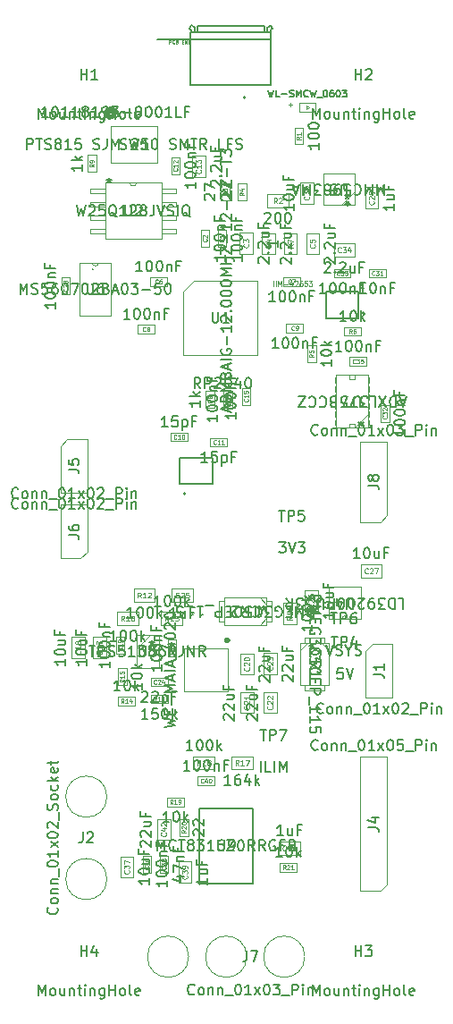
<source format=gbr>
From 199e1b522b1b3d5c5ebaf8c0a3e5959f84c253fd Mon Sep 17 00:00:00 2001
From: Dawsyn Schraiber <32221234+dawsynth@users.noreply.github.com>
Date: Wed, 29 Jan 2025 23:49:55 -0500
Subject: RP2040 PCB: Rev 1

---
 hardware/gerbers/active-drag-system-F_Fab.gbr | 18866 ++++++++++++++++++++++++
 1 file changed, 18866 insertions(+)
 create mode 100644 hardware/gerbers/active-drag-system-F_Fab.gbr

(limited to 'hardware/gerbers/active-drag-system-F_Fab.gbr')

diff --git a/hardware/gerbers/active-drag-system-F_Fab.gbr b/hardware/gerbers/active-drag-system-F_Fab.gbr
new file mode 100644
index 0000000..8b170b2
--- /dev/null
+++ b/hardware/gerbers/active-drag-system-F_Fab.gbr
@@ -0,0 +1,18866 @@
+%TF.GenerationSoftware,KiCad,Pcbnew,8.0.7*%
+%TF.CreationDate,2025-01-08T02:27:14-05:00*%
+%TF.ProjectId,active-drag-system,61637469-7665-42d6-9472-61672d737973,rev?*%
+%TF.SameCoordinates,Original*%
+%TF.FileFunction,AssemblyDrawing,Top*%
+%FSLAX46Y46*%
+G04 Gerber Fmt 4.6, Leading zero omitted, Abs format (unit mm)*
+G04 Created by KiCad (PCBNEW 8.0.7) date 2025-01-08 02:27:14*
+%MOMM*%
+%LPD*%
+G01*
+G04 APERTURE LIST*
+%ADD10C,0.150000*%
+%ADD11C,0.080000*%
+%ADD12C,0.060000*%
+%ADD13C,0.120000*%
+%ADD14C,0.100000*%
+%ADD15C,0.025400*%
+%ADD16C,0.152400*%
+%ADD17C,0.127000*%
+%ADD18C,0.200000*%
+%ADD19C,0.508000*%
+%ADD20C,0.400000*%
+G04 APERTURE END LIST*
+D10*
+X163934819Y-76245238D02*
+X163934819Y-76816666D01*
+X163934819Y-76530952D02*
+X162934819Y-76530952D01*
+X162934819Y-76530952D02*
+X163077676Y-76626190D01*
+X163077676Y-76626190D02*
+X163172914Y-76721428D01*
+X163172914Y-76721428D02*
+X163220533Y-76816666D01*
+X163268152Y-75388095D02*
+X163934819Y-75388095D01*
+X163268152Y-75816666D02*
+X163791961Y-75816666D01*
+X163791961Y-75816666D02*
+X163887200Y-75769047D01*
+X163887200Y-75769047D02*
+X163934819Y-75673809D01*
+X163934819Y-75673809D02*
+X163934819Y-75530952D01*
+X163934819Y-75530952D02*
+X163887200Y-75435714D01*
+X163887200Y-75435714D02*
+X163839580Y-75388095D01*
+X163411009Y-74578571D02*
+X163411009Y-74911904D01*
+X163934819Y-74911904D02*
+X162934819Y-74911904D01*
+X162934819Y-74911904D02*
+X162934819Y-74435714D01*
+D11*
+X161979530Y-75971428D02*
+X162003340Y-75995237D01*
+X162003340Y-75995237D02*
+X162027149Y-76066666D01*
+X162027149Y-76066666D02*
+X162027149Y-76114285D01*
+X162027149Y-76114285D02*
+X162003340Y-76185713D01*
+X162003340Y-76185713D02*
+X161955720Y-76233332D01*
+X161955720Y-76233332D02*
+X161908101Y-76257142D01*
+X161908101Y-76257142D02*
+X161812863Y-76280951D01*
+X161812863Y-76280951D02*
+X161741435Y-76280951D01*
+X161741435Y-76280951D02*
+X161646197Y-76257142D01*
+X161646197Y-76257142D02*
+X161598578Y-76233332D01*
+X161598578Y-76233332D02*
+X161550959Y-76185713D01*
+X161550959Y-76185713D02*
+X161527149Y-76114285D01*
+X161527149Y-76114285D02*
+X161527149Y-76066666D01*
+X161527149Y-76066666D02*
+X161550959Y-75995237D01*
+X161550959Y-75995237D02*
+X161574768Y-75971428D01*
+X161574768Y-75780951D02*
+X161550959Y-75757142D01*
+X161550959Y-75757142D02*
+X161527149Y-75709523D01*
+X161527149Y-75709523D02*
+X161527149Y-75590475D01*
+X161527149Y-75590475D02*
+X161550959Y-75542856D01*
+X161550959Y-75542856D02*
+X161574768Y-75519047D01*
+X161574768Y-75519047D02*
+X161622387Y-75495237D01*
+X161622387Y-75495237D02*
+X161670006Y-75495237D01*
+X161670006Y-75495237D02*
+X161741435Y-75519047D01*
+X161741435Y-75519047D02*
+X162027149Y-75804761D01*
+X162027149Y-75804761D02*
+X162027149Y-75495237D01*
+X162027149Y-75257142D02*
+X162027149Y-75161904D01*
+X162027149Y-75161904D02*
+X162003340Y-75114285D01*
+X162003340Y-75114285D02*
+X161979530Y-75090476D01*
+X161979530Y-75090476D02*
+X161908101Y-75042857D01*
+X161908101Y-75042857D02*
+X161812863Y-75019047D01*
+X161812863Y-75019047D02*
+X161622387Y-75019047D01*
+X161622387Y-75019047D02*
+X161574768Y-75042857D01*
+X161574768Y-75042857D02*
+X161550959Y-75066666D01*
+X161550959Y-75066666D02*
+X161527149Y-75114285D01*
+X161527149Y-75114285D02*
+X161527149Y-75209523D01*
+X161527149Y-75209523D02*
+X161550959Y-75257142D01*
+X161550959Y-75257142D02*
+X161574768Y-75280952D01*
+X161574768Y-75280952D02*
+X161622387Y-75304761D01*
+X161622387Y-75304761D02*
+X161741435Y-75304761D01*
+X161741435Y-75304761D02*
+X161789054Y-75280952D01*
+X161789054Y-75280952D02*
+X161812863Y-75257142D01*
+X161812863Y-75257142D02*
+X161836673Y-75209523D01*
+X161836673Y-75209523D02*
+X161836673Y-75114285D01*
+X161836673Y-75114285D02*
+X161812863Y-75066666D01*
+X161812863Y-75066666D02*
+X161789054Y-75042857D01*
+X161789054Y-75042857D02*
+X161741435Y-75019047D01*
+D10*
+X144990475Y-151009580D02*
+X144942856Y-151057200D01*
+X144942856Y-151057200D02*
+X144799999Y-151104819D01*
+X144799999Y-151104819D02*
+X144704761Y-151104819D01*
+X144704761Y-151104819D02*
+X144561904Y-151057200D01*
+X144561904Y-151057200D02*
+X144466666Y-150961961D01*
+X144466666Y-150961961D02*
+X144419047Y-150866723D01*
+X144419047Y-150866723D02*
+X144371428Y-150676247D01*
+X144371428Y-150676247D02*
+X144371428Y-150533390D01*
+X144371428Y-150533390D02*
+X144419047Y-150342914D01*
+X144419047Y-150342914D02*
+X144466666Y-150247676D01*
+X144466666Y-150247676D02*
+X144561904Y-150152438D01*
+X144561904Y-150152438D02*
+X144704761Y-150104819D01*
+X144704761Y-150104819D02*
+X144799999Y-150104819D01*
+X144799999Y-150104819D02*
+X144942856Y-150152438D01*
+X144942856Y-150152438D02*
+X144990475Y-150200057D01*
+X145561904Y-151104819D02*
+X145466666Y-151057200D01*
+X145466666Y-151057200D02*
+X145419047Y-151009580D01*
+X145419047Y-151009580D02*
+X145371428Y-150914342D01*
+X145371428Y-150914342D02*
+X145371428Y-150628628D01*
+X145371428Y-150628628D02*
+X145419047Y-150533390D01*
+X145419047Y-150533390D02*
+X145466666Y-150485771D01*
+X145466666Y-150485771D02*
+X145561904Y-150438152D01*
+X145561904Y-150438152D02*
+X145704761Y-150438152D01*
+X145704761Y-150438152D02*
+X145799999Y-150485771D01*
+X145799999Y-150485771D02*
+X145847618Y-150533390D01*
+X145847618Y-150533390D02*
+X145895237Y-150628628D01*
+X145895237Y-150628628D02*
+X145895237Y-150914342D01*
+X145895237Y-150914342D02*
+X145847618Y-151009580D01*
+X145847618Y-151009580D02*
+X145799999Y-151057200D01*
+X145799999Y-151057200D02*
+X145704761Y-151104819D01*
+X145704761Y-151104819D02*
+X145561904Y-151104819D01*
+X146323809Y-150438152D02*
+X146323809Y-151104819D01*
+X146323809Y-150533390D02*
+X146371428Y-150485771D01*
+X146371428Y-150485771D02*
+X146466666Y-150438152D01*
+X146466666Y-150438152D02*
+X146609523Y-150438152D01*
+X146609523Y-150438152D02*
+X146704761Y-150485771D01*
+X146704761Y-150485771D02*
+X146752380Y-150581009D01*
+X146752380Y-150581009D02*
+X146752380Y-151104819D01*
+X147228571Y-150438152D02*
+X147228571Y-151104819D01*
+X147228571Y-150533390D02*
+X147276190Y-150485771D01*
+X147276190Y-150485771D02*
+X147371428Y-150438152D01*
+X147371428Y-150438152D02*
+X147514285Y-150438152D01*
+X147514285Y-150438152D02*
+X147609523Y-150485771D01*
+X147609523Y-150485771D02*
+X147657142Y-150581009D01*
+X147657142Y-150581009D02*
+X147657142Y-151104819D01*
+X147895238Y-151200057D02*
+X148657142Y-151200057D01*
+X149085714Y-150104819D02*
+X149180952Y-150104819D01*
+X149180952Y-150104819D02*
+X149276190Y-150152438D01*
+X149276190Y-150152438D02*
+X149323809Y-150200057D01*
+X149323809Y-150200057D02*
+X149371428Y-150295295D01*
+X149371428Y-150295295D02*
+X149419047Y-150485771D01*
+X149419047Y-150485771D02*
+X149419047Y-150723866D01*
+X149419047Y-150723866D02*
+X149371428Y-150914342D01*
+X149371428Y-150914342D02*
+X149323809Y-151009580D01*
+X149323809Y-151009580D02*
+X149276190Y-151057200D01*
+X149276190Y-151057200D02*
+X149180952Y-151104819D01*
+X149180952Y-151104819D02*
+X149085714Y-151104819D01*
+X149085714Y-151104819D02*
+X148990476Y-151057200D01*
+X148990476Y-151057200D02*
+X148942857Y-151009580D01*
+X148942857Y-151009580D02*
+X148895238Y-150914342D01*
+X148895238Y-150914342D02*
+X148847619Y-150723866D01*
+X148847619Y-150723866D02*
+X148847619Y-150485771D01*
+X148847619Y-150485771D02*
+X148895238Y-150295295D01*
+X148895238Y-150295295D02*
+X148942857Y-150200057D01*
+X148942857Y-150200057D02*
+X148990476Y-150152438D01*
+X148990476Y-150152438D02*
+X149085714Y-150104819D01*
+X150371428Y-151104819D02*
+X149800000Y-151104819D01*
+X150085714Y-151104819D02*
+X150085714Y-150104819D01*
+X150085714Y-150104819D02*
+X149990476Y-150247676D01*
+X149990476Y-150247676D02*
+X149895238Y-150342914D01*
+X149895238Y-150342914D02*
+X149800000Y-150390533D01*
+X150704762Y-151104819D02*
+X151228571Y-150438152D01*
+X150704762Y-150438152D02*
+X151228571Y-151104819D01*
+X151800000Y-150104819D02*
+X151895238Y-150104819D01*
+X151895238Y-150104819D02*
+X151990476Y-150152438D01*
+X151990476Y-150152438D02*
+X152038095Y-150200057D01*
+X152038095Y-150200057D02*
+X152085714Y-150295295D01*
+X152085714Y-150295295D02*
+X152133333Y-150485771D01*
+X152133333Y-150485771D02*
+X152133333Y-150723866D01*
+X152133333Y-150723866D02*
+X152085714Y-150914342D01*
+X152085714Y-150914342D02*
+X152038095Y-151009580D01*
+X152038095Y-151009580D02*
+X151990476Y-151057200D01*
+X151990476Y-151057200D02*
+X151895238Y-151104819D01*
+X151895238Y-151104819D02*
+X151800000Y-151104819D01*
+X151800000Y-151104819D02*
+X151704762Y-151057200D01*
+X151704762Y-151057200D02*
+X151657143Y-151009580D01*
+X151657143Y-151009580D02*
+X151609524Y-150914342D01*
+X151609524Y-150914342D02*
+X151561905Y-150723866D01*
+X151561905Y-150723866D02*
+X151561905Y-150485771D01*
+X151561905Y-150485771D02*
+X151609524Y-150295295D01*
+X151609524Y-150295295D02*
+X151657143Y-150200057D01*
+X151657143Y-150200057D02*
+X151704762Y-150152438D01*
+X151704762Y-150152438D02*
+X151800000Y-150104819D01*
+X152466667Y-150104819D02*
+X153085714Y-150104819D01*
+X153085714Y-150104819D02*
+X152752381Y-150485771D01*
+X152752381Y-150485771D02*
+X152895238Y-150485771D01*
+X152895238Y-150485771D02*
+X152990476Y-150533390D01*
+X152990476Y-150533390D02*
+X153038095Y-150581009D01*
+X153038095Y-150581009D02*
+X153085714Y-150676247D01*
+X153085714Y-150676247D02*
+X153085714Y-150914342D01*
+X153085714Y-150914342D02*
+X153038095Y-151009580D01*
+X153038095Y-151009580D02*
+X152990476Y-151057200D01*
+X152990476Y-151057200D02*
+X152895238Y-151104819D01*
+X152895238Y-151104819D02*
+X152609524Y-151104819D01*
+X152609524Y-151104819D02*
+X152514286Y-151057200D01*
+X152514286Y-151057200D02*
+X152466667Y-151009580D01*
+X153276191Y-151200057D02*
+X154038095Y-151200057D01*
+X154276191Y-151104819D02*
+X154276191Y-150104819D01*
+X154276191Y-150104819D02*
+X154657143Y-150104819D01*
+X154657143Y-150104819D02*
+X154752381Y-150152438D01*
+X154752381Y-150152438D02*
+X154800000Y-150200057D01*
+X154800000Y-150200057D02*
+X154847619Y-150295295D01*
+X154847619Y-150295295D02*
+X154847619Y-150438152D01*
+X154847619Y-150438152D02*
+X154800000Y-150533390D01*
+X154800000Y-150533390D02*
+X154752381Y-150581009D01*
+X154752381Y-150581009D02*
+X154657143Y-150628628D01*
+X154657143Y-150628628D02*
+X154276191Y-150628628D01*
+X155276191Y-151104819D02*
+X155276191Y-150438152D01*
+X155276191Y-150104819D02*
+X155228572Y-150152438D01*
+X155228572Y-150152438D02*
+X155276191Y-150200057D01*
+X155276191Y-150200057D02*
+X155323810Y-150152438D01*
+X155323810Y-150152438D02*
+X155276191Y-150104819D01*
+X155276191Y-150104819D02*
+X155276191Y-150200057D01*
+X155752381Y-150438152D02*
+X155752381Y-151104819D01*
+X155752381Y-150533390D02*
+X155800000Y-150485771D01*
+X155800000Y-150485771D02*
+X155895238Y-150438152D01*
+X155895238Y-150438152D02*
+X156038095Y-150438152D01*
+X156038095Y-150438152D02*
+X156133333Y-150485771D01*
+X156133333Y-150485771D02*
+X156180952Y-150581009D01*
+X156180952Y-150581009D02*
+X156180952Y-151104819D01*
+X149973333Y-146965566D02*
+X149973333Y-147665566D01*
+X149973333Y-147665566D02*
+X149926666Y-147805566D01*
+X149926666Y-147805566D02*
+X149833333Y-147898900D01*
+X149833333Y-147898900D02*
+X149693333Y-147945566D01*
+X149693333Y-147945566D02*
+X149600000Y-147945566D01*
+X150346667Y-146965566D02*
+X151000000Y-146965566D01*
+X151000000Y-146965566D02*
+X150580000Y-147945566D01*
+X128480952Y-84754819D02*
+X128480952Y-83754819D01*
+X128480952Y-83754819D02*
+X128814285Y-84469104D01*
+X128814285Y-84469104D02*
+X129147618Y-83754819D01*
+X129147618Y-83754819D02*
+X129147618Y-84754819D01*
+X129576190Y-84707200D02*
+X129719047Y-84754819D01*
+X129719047Y-84754819D02*
+X129957142Y-84754819D01*
+X129957142Y-84754819D02*
+X130052380Y-84707200D01*
+X130052380Y-84707200D02*
+X130099999Y-84659580D01*
+X130099999Y-84659580D02*
+X130147618Y-84564342D01*
+X130147618Y-84564342D02*
+X130147618Y-84469104D01*
+X130147618Y-84469104D02*
+X130099999Y-84373866D01*
+X130099999Y-84373866D02*
+X130052380Y-84326247D01*
+X130052380Y-84326247D02*
+X129957142Y-84278628D01*
+X129957142Y-84278628D02*
+X129766666Y-84231009D01*
+X129766666Y-84231009D02*
+X129671428Y-84183390D01*
+X129671428Y-84183390D02*
+X129623809Y-84135771D01*
+X129623809Y-84135771D02*
+X129576190Y-84040533D01*
+X129576190Y-84040533D02*
+X129576190Y-83945295D01*
+X129576190Y-83945295D02*
+X129623809Y-83850057D01*
+X129623809Y-83850057D02*
+X129671428Y-83802438D01*
+X129671428Y-83802438D02*
+X129766666Y-83754819D01*
+X129766666Y-83754819D02*
+X130004761Y-83754819D01*
+X130004761Y-83754819D02*
+X130147618Y-83802438D01*
+X131052380Y-83754819D02*
+X130576190Y-83754819D01*
+X130576190Y-83754819D02*
+X130528571Y-84231009D01*
+X130528571Y-84231009D02*
+X130576190Y-84183390D01*
+X130576190Y-84183390D02*
+X130671428Y-84135771D01*
+X130671428Y-84135771D02*
+X130909523Y-84135771D01*
+X130909523Y-84135771D02*
+X131004761Y-84183390D01*
+X131004761Y-84183390D02*
+X131052380Y-84231009D01*
+X131052380Y-84231009D02*
+X131099999Y-84326247D01*
+X131099999Y-84326247D02*
+X131099999Y-84564342D01*
+X131099999Y-84564342D02*
+X131052380Y-84659580D01*
+X131052380Y-84659580D02*
+X131004761Y-84707200D01*
+X131004761Y-84707200D02*
+X130909523Y-84754819D01*
+X130909523Y-84754819D02*
+X130671428Y-84754819D01*
+X130671428Y-84754819D02*
+X130576190Y-84707200D01*
+X130576190Y-84707200D02*
+X130528571Y-84659580D01*
+X131957142Y-83754819D02*
+X131766666Y-83754819D01*
+X131766666Y-83754819D02*
+X131671428Y-83802438D01*
+X131671428Y-83802438D02*
+X131623809Y-83850057D01*
+X131623809Y-83850057D02*
+X131528571Y-83992914D01*
+X131528571Y-83992914D02*
+X131480952Y-84183390D01*
+X131480952Y-84183390D02*
+X131480952Y-84564342D01*
+X131480952Y-84564342D02*
+X131528571Y-84659580D01*
+X131528571Y-84659580D02*
+X131576190Y-84707200D01*
+X131576190Y-84707200D02*
+X131671428Y-84754819D01*
+X131671428Y-84754819D02*
+X131861904Y-84754819D01*
+X131861904Y-84754819D02*
+X131957142Y-84707200D01*
+X131957142Y-84707200D02*
+X132004761Y-84659580D01*
+X132004761Y-84659580D02*
+X132052380Y-84564342D01*
+X132052380Y-84564342D02*
+X132052380Y-84326247D01*
+X132052380Y-84326247D02*
+X132004761Y-84231009D01*
+X132004761Y-84231009D02*
+X131957142Y-84183390D01*
+X131957142Y-84183390D02*
+X131861904Y-84135771D01*
+X131861904Y-84135771D02*
+X131671428Y-84135771D01*
+X131671428Y-84135771D02*
+X131576190Y-84183390D01*
+X131576190Y-84183390D02*
+X131528571Y-84231009D01*
+X131528571Y-84231009D02*
+X131480952Y-84326247D01*
+X132671428Y-83754819D02*
+X132766666Y-83754819D01*
+X132766666Y-83754819D02*
+X132861904Y-83802438D01*
+X132861904Y-83802438D02*
+X132909523Y-83850057D01*
+X132909523Y-83850057D02*
+X132957142Y-83945295D01*
+X132957142Y-83945295D02*
+X133004761Y-84135771D01*
+X133004761Y-84135771D02*
+X133004761Y-84373866D01*
+X133004761Y-84373866D02*
+X132957142Y-84564342D01*
+X132957142Y-84564342D02*
+X132909523Y-84659580D01*
+X132909523Y-84659580D02*
+X132861904Y-84707200D01*
+X132861904Y-84707200D02*
+X132766666Y-84754819D01*
+X132766666Y-84754819D02*
+X132671428Y-84754819D01*
+X132671428Y-84754819D02*
+X132576190Y-84707200D01*
+X132576190Y-84707200D02*
+X132528571Y-84659580D01*
+X132528571Y-84659580D02*
+X132480952Y-84564342D01*
+X132480952Y-84564342D02*
+X132433333Y-84373866D01*
+X132433333Y-84373866D02*
+X132433333Y-84135771D01*
+X132433333Y-84135771D02*
+X132480952Y-83945295D01*
+X132480952Y-83945295D02*
+X132528571Y-83850057D01*
+X132528571Y-83850057D02*
+X132576190Y-83802438D01*
+X132576190Y-83802438D02*
+X132671428Y-83754819D01*
+X133338095Y-83754819D02*
+X134004761Y-83754819D01*
+X134004761Y-83754819D02*
+X133576190Y-84754819D01*
+X134576190Y-83754819D02*
+X134671428Y-83754819D01*
+X134671428Y-83754819D02*
+X134766666Y-83802438D01*
+X134766666Y-83802438D02*
+X134814285Y-83850057D01*
+X134814285Y-83850057D02*
+X134861904Y-83945295D01*
+X134861904Y-83945295D02*
+X134909523Y-84135771D01*
+X134909523Y-84135771D02*
+X134909523Y-84373866D01*
+X134909523Y-84373866D02*
+X134861904Y-84564342D01*
+X134861904Y-84564342D02*
+X134814285Y-84659580D01*
+X134814285Y-84659580D02*
+X134766666Y-84707200D01*
+X134766666Y-84707200D02*
+X134671428Y-84754819D01*
+X134671428Y-84754819D02*
+X134576190Y-84754819D01*
+X134576190Y-84754819D02*
+X134480952Y-84707200D01*
+X134480952Y-84707200D02*
+X134433333Y-84659580D01*
+X134433333Y-84659580D02*
+X134385714Y-84564342D01*
+X134385714Y-84564342D02*
+X134338095Y-84373866D01*
+X134338095Y-84373866D02*
+X134338095Y-84135771D01*
+X134338095Y-84135771D02*
+X134385714Y-83945295D01*
+X134385714Y-83945295D02*
+X134433333Y-83850057D01*
+X134433333Y-83850057D02*
+X134480952Y-83802438D01*
+X134480952Y-83802438D02*
+X134576190Y-83754819D01*
+X135290476Y-83850057D02*
+X135338095Y-83802438D01*
+X135338095Y-83802438D02*
+X135433333Y-83754819D01*
+X135433333Y-83754819D02*
+X135671428Y-83754819D01*
+X135671428Y-83754819D02*
+X135766666Y-83802438D01*
+X135766666Y-83802438D02*
+X135814285Y-83850057D01*
+X135814285Y-83850057D02*
+X135861904Y-83945295D01*
+X135861904Y-83945295D02*
+X135861904Y-84040533D01*
+X135861904Y-84040533D02*
+X135814285Y-84183390D01*
+X135814285Y-84183390D02*
+X135242857Y-84754819D01*
+X135242857Y-84754819D02*
+X135861904Y-84754819D01*
+X136623809Y-84231009D02*
+X136766666Y-84278628D01*
+X136766666Y-84278628D02*
+X136814285Y-84326247D01*
+X136814285Y-84326247D02*
+X136861904Y-84421485D01*
+X136861904Y-84421485D02*
+X136861904Y-84564342D01*
+X136861904Y-84564342D02*
+X136814285Y-84659580D01*
+X136814285Y-84659580D02*
+X136766666Y-84707200D01*
+X136766666Y-84707200D02*
+X136671428Y-84754819D01*
+X136671428Y-84754819D02*
+X136290476Y-84754819D01*
+X136290476Y-84754819D02*
+X136290476Y-83754819D01*
+X136290476Y-83754819D02*
+X136623809Y-83754819D01*
+X136623809Y-83754819D02*
+X136719047Y-83802438D01*
+X136719047Y-83802438D02*
+X136766666Y-83850057D01*
+X136766666Y-83850057D02*
+X136814285Y-83945295D01*
+X136814285Y-83945295D02*
+X136814285Y-84040533D01*
+X136814285Y-84040533D02*
+X136766666Y-84135771D01*
+X136766666Y-84135771D02*
+X136719047Y-84183390D01*
+X136719047Y-84183390D02*
+X136623809Y-84231009D01*
+X136623809Y-84231009D02*
+X136290476Y-84231009D01*
+X137242857Y-84469104D02*
+X137719047Y-84469104D01*
+X137147619Y-84754819D02*
+X137480952Y-83754819D01*
+X137480952Y-83754819D02*
+X137814285Y-84754819D01*
+X138338095Y-83754819D02*
+X138433333Y-83754819D01*
+X138433333Y-83754819D02*
+X138528571Y-83802438D01*
+X138528571Y-83802438D02*
+X138576190Y-83850057D01*
+X138576190Y-83850057D02*
+X138623809Y-83945295D01*
+X138623809Y-83945295D02*
+X138671428Y-84135771D01*
+X138671428Y-84135771D02*
+X138671428Y-84373866D01*
+X138671428Y-84373866D02*
+X138623809Y-84564342D01*
+X138623809Y-84564342D02*
+X138576190Y-84659580D01*
+X138576190Y-84659580D02*
+X138528571Y-84707200D01*
+X138528571Y-84707200D02*
+X138433333Y-84754819D01*
+X138433333Y-84754819D02*
+X138338095Y-84754819D01*
+X138338095Y-84754819D02*
+X138242857Y-84707200D01*
+X138242857Y-84707200D02*
+X138195238Y-84659580D01*
+X138195238Y-84659580D02*
+X138147619Y-84564342D01*
+X138147619Y-84564342D02*
+X138100000Y-84373866D01*
+X138100000Y-84373866D02*
+X138100000Y-84135771D01*
+X138100000Y-84135771D02*
+X138147619Y-83945295D01*
+X138147619Y-83945295D02*
+X138195238Y-83850057D01*
+X138195238Y-83850057D02*
+X138242857Y-83802438D01*
+X138242857Y-83802438D02*
+X138338095Y-83754819D01*
+X139004762Y-83754819D02*
+X139623809Y-83754819D01*
+X139623809Y-83754819D02*
+X139290476Y-84135771D01*
+X139290476Y-84135771D02*
+X139433333Y-84135771D01*
+X139433333Y-84135771D02*
+X139528571Y-84183390D01*
+X139528571Y-84183390D02*
+X139576190Y-84231009D01*
+X139576190Y-84231009D02*
+X139623809Y-84326247D01*
+X139623809Y-84326247D02*
+X139623809Y-84564342D01*
+X139623809Y-84564342D02*
+X139576190Y-84659580D01*
+X139576190Y-84659580D02*
+X139528571Y-84707200D01*
+X139528571Y-84707200D02*
+X139433333Y-84754819D01*
+X139433333Y-84754819D02*
+X139147619Y-84754819D01*
+X139147619Y-84754819D02*
+X139052381Y-84707200D01*
+X139052381Y-84707200D02*
+X139004762Y-84659580D01*
+X140052381Y-84373866D02*
+X140814286Y-84373866D01*
+X141766666Y-83754819D02*
+X141290476Y-83754819D01*
+X141290476Y-83754819D02*
+X141242857Y-84231009D01*
+X141242857Y-84231009D02*
+X141290476Y-84183390D01*
+X141290476Y-84183390D02*
+X141385714Y-84135771D01*
+X141385714Y-84135771D02*
+X141623809Y-84135771D01*
+X141623809Y-84135771D02*
+X141719047Y-84183390D01*
+X141719047Y-84183390D02*
+X141766666Y-84231009D01*
+X141766666Y-84231009D02*
+X141814285Y-84326247D01*
+X141814285Y-84326247D02*
+X141814285Y-84564342D01*
+X141814285Y-84564342D02*
+X141766666Y-84659580D01*
+X141766666Y-84659580D02*
+X141719047Y-84707200D01*
+X141719047Y-84707200D02*
+X141623809Y-84754819D01*
+X141623809Y-84754819D02*
+X141385714Y-84754819D01*
+X141385714Y-84754819D02*
+X141290476Y-84707200D01*
+X141290476Y-84707200D02*
+X141242857Y-84659580D01*
+X142433333Y-83754819D02*
+X142528571Y-83754819D01*
+X142528571Y-83754819D02*
+X142623809Y-83802438D01*
+X142623809Y-83802438D02*
+X142671428Y-83850057D01*
+X142671428Y-83850057D02*
+X142719047Y-83945295D01*
+X142719047Y-83945295D02*
+X142766666Y-84135771D01*
+X142766666Y-84135771D02*
+X142766666Y-84373866D01*
+X142766666Y-84373866D02*
+X142719047Y-84564342D01*
+X142719047Y-84564342D02*
+X142671428Y-84659580D01*
+X142671428Y-84659580D02*
+X142623809Y-84707200D01*
+X142623809Y-84707200D02*
+X142528571Y-84754819D01*
+X142528571Y-84754819D02*
+X142433333Y-84754819D01*
+X142433333Y-84754819D02*
+X142338095Y-84707200D01*
+X142338095Y-84707200D02*
+X142290476Y-84659580D01*
+X142290476Y-84659580D02*
+X142242857Y-84564342D01*
+X142242857Y-84564342D02*
+X142195238Y-84373866D01*
+X142195238Y-84373866D02*
+X142195238Y-84135771D01*
+X142195238Y-84135771D02*
+X142242857Y-83945295D01*
+X142242857Y-83945295D02*
+X142290476Y-83850057D01*
+X142290476Y-83850057D02*
+X142338095Y-83802438D01*
+X142338095Y-83802438D02*
+X142433333Y-83754819D01*
+X134838095Y-83754819D02*
+X134838095Y-84564342D01*
+X134838095Y-84564342D02*
+X134885714Y-84659580D01*
+X134885714Y-84659580D02*
+X134933333Y-84707200D01*
+X134933333Y-84707200D02*
+X135028571Y-84754819D01*
+X135028571Y-84754819D02*
+X135219047Y-84754819D01*
+X135219047Y-84754819D02*
+X135314285Y-84707200D01*
+X135314285Y-84707200D02*
+X135361904Y-84659580D01*
+X135361904Y-84659580D02*
+X135409523Y-84564342D01*
+X135409523Y-84564342D02*
+X135409523Y-83754819D01*
+X136314285Y-83754819D02*
+X136123809Y-83754819D01*
+X136123809Y-83754819D02*
+X136028571Y-83802438D01*
+X136028571Y-83802438D02*
+X135980952Y-83850057D01*
+X135980952Y-83850057D02*
+X135885714Y-83992914D01*
+X135885714Y-83992914D02*
+X135838095Y-84183390D01*
+X135838095Y-84183390D02*
+X135838095Y-84564342D01*
+X135838095Y-84564342D02*
+X135885714Y-84659580D01*
+X135885714Y-84659580D02*
+X135933333Y-84707200D01*
+X135933333Y-84707200D02*
+X136028571Y-84754819D01*
+X136028571Y-84754819D02*
+X136219047Y-84754819D01*
+X136219047Y-84754819D02*
+X136314285Y-84707200D01*
+X136314285Y-84707200D02*
+X136361904Y-84659580D01*
+X136361904Y-84659580D02*
+X136409523Y-84564342D01*
+X136409523Y-84564342D02*
+X136409523Y-84326247D01*
+X136409523Y-84326247D02*
+X136361904Y-84231009D01*
+X136361904Y-84231009D02*
+X136314285Y-84183390D01*
+X136314285Y-84183390D02*
+X136219047Y-84135771D01*
+X136219047Y-84135771D02*
+X136028571Y-84135771D01*
+X136028571Y-84135771D02*
+X135933333Y-84183390D01*
+X135933333Y-84183390D02*
+X135885714Y-84231009D01*
+X135885714Y-84231009D02*
+X135838095Y-84326247D01*
+X164934819Y-97597619D02*
+X164934819Y-98169047D01*
+X164934819Y-97883333D02*
+X163934819Y-97883333D01*
+X163934819Y-97883333D02*
+X164077676Y-97978571D01*
+X164077676Y-97978571D02*
+X164172914Y-98073809D01*
+X164172914Y-98073809D02*
+X164220533Y-98169047D01*
+X163934819Y-96978571D02*
+X163934819Y-96883333D01*
+X163934819Y-96883333D02*
+X163982438Y-96788095D01*
+X163982438Y-96788095D02*
+X164030057Y-96740476D01*
+X164030057Y-96740476D02*
+X164125295Y-96692857D01*
+X164125295Y-96692857D02*
+X164315771Y-96645238D01*
+X164315771Y-96645238D02*
+X164553866Y-96645238D01*
+X164553866Y-96645238D02*
+X164744342Y-96692857D01*
+X164744342Y-96692857D02*
+X164839580Y-96740476D01*
+X164839580Y-96740476D02*
+X164887200Y-96788095D01*
+X164887200Y-96788095D02*
+X164934819Y-96883333D01*
+X164934819Y-96883333D02*
+X164934819Y-96978571D01*
+X164934819Y-96978571D02*
+X164887200Y-97073809D01*
+X164887200Y-97073809D02*
+X164839580Y-97121428D01*
+X164839580Y-97121428D02*
+X164744342Y-97169047D01*
+X164744342Y-97169047D02*
+X164553866Y-97216666D01*
+X164553866Y-97216666D02*
+X164315771Y-97216666D01*
+X164315771Y-97216666D02*
+X164125295Y-97169047D01*
+X164125295Y-97169047D02*
+X164030057Y-97121428D01*
+X164030057Y-97121428D02*
+X163982438Y-97073809D01*
+X163982438Y-97073809D02*
+X163934819Y-96978571D01*
+X163934819Y-96026190D02*
+X163934819Y-95930952D01*
+X163934819Y-95930952D02*
+X163982438Y-95835714D01*
+X163982438Y-95835714D02*
+X164030057Y-95788095D01*
+X164030057Y-95788095D02*
+X164125295Y-95740476D01*
+X164125295Y-95740476D02*
+X164315771Y-95692857D01*
+X164315771Y-95692857D02*
+X164553866Y-95692857D01*
+X164553866Y-95692857D02*
+X164744342Y-95740476D01*
+X164744342Y-95740476D02*
+X164839580Y-95788095D01*
+X164839580Y-95788095D02*
+X164887200Y-95835714D01*
+X164887200Y-95835714D02*
+X164934819Y-95930952D01*
+X164934819Y-95930952D02*
+X164934819Y-96026190D01*
+X164934819Y-96026190D02*
+X164887200Y-96121428D01*
+X164887200Y-96121428D02*
+X164839580Y-96169047D01*
+X164839580Y-96169047D02*
+X164744342Y-96216666D01*
+X164744342Y-96216666D02*
+X164553866Y-96264285D01*
+X164553866Y-96264285D02*
+X164315771Y-96264285D01*
+X164315771Y-96264285D02*
+X164125295Y-96216666D01*
+X164125295Y-96216666D02*
+X164030057Y-96169047D01*
+X164030057Y-96169047D02*
+X163982438Y-96121428D01*
+X163982438Y-96121428D02*
+X163934819Y-96026190D01*
+X164268152Y-95264285D02*
+X164934819Y-95264285D01*
+X164363390Y-95264285D02*
+X164315771Y-95216666D01*
+X164315771Y-95216666D02*
+X164268152Y-95121428D01*
+X164268152Y-95121428D02*
+X164268152Y-94978571D01*
+X164268152Y-94978571D02*
+X164315771Y-94883333D01*
+X164315771Y-94883333D02*
+X164411009Y-94835714D01*
+X164411009Y-94835714D02*
+X164934819Y-94835714D01*
+X164411009Y-94026190D02*
+X164411009Y-94359523D01*
+X164934819Y-94359523D02*
+X163934819Y-94359523D01*
+X163934819Y-94359523D02*
+X163934819Y-93883333D01*
+D12*
+X163193832Y-96307142D02*
+X163212880Y-96326190D01*
+X163212880Y-96326190D02*
+X163231927Y-96383332D01*
+X163231927Y-96383332D02*
+X163231927Y-96421428D01*
+X163231927Y-96421428D02*
+X163212880Y-96478571D01*
+X163212880Y-96478571D02*
+X163174784Y-96516666D01*
+X163174784Y-96516666D02*
+X163136689Y-96535713D01*
+X163136689Y-96535713D02*
+X163060499Y-96554761D01*
+X163060499Y-96554761D02*
+X163003356Y-96554761D01*
+X163003356Y-96554761D02*
+X162927165Y-96535713D01*
+X162927165Y-96535713D02*
+X162889070Y-96516666D01*
+X162889070Y-96516666D02*
+X162850975Y-96478571D01*
+X162850975Y-96478571D02*
+X162831927Y-96421428D01*
+X162831927Y-96421428D02*
+X162831927Y-96383332D01*
+X162831927Y-96383332D02*
+X162850975Y-96326190D01*
+X162850975Y-96326190D02*
+X162870022Y-96307142D01*
+X162831927Y-96173809D02*
+X162831927Y-95926190D01*
+X162831927Y-95926190D02*
+X162984308Y-96059523D01*
+X162984308Y-96059523D02*
+X162984308Y-96002380D01*
+X162984308Y-96002380D02*
+X163003356Y-95964285D01*
+X163003356Y-95964285D02*
+X163022403Y-95945237D01*
+X163022403Y-95945237D02*
+X163060499Y-95926190D01*
+X163060499Y-95926190D02*
+X163155737Y-95926190D01*
+X163155737Y-95926190D02*
+X163193832Y-95945237D01*
+X163193832Y-95945237D02*
+X163212880Y-95964285D01*
+X163212880Y-95964285D02*
+X163231927Y-96002380D01*
+X163231927Y-96002380D02*
+X163231927Y-96116666D01*
+X163231927Y-96116666D02*
+X163212880Y-96154761D01*
+X163212880Y-96154761D02*
+X163193832Y-96173809D01*
+X162870022Y-95773809D02*
+X162850975Y-95754761D01*
+X162850975Y-95754761D02*
+X162831927Y-95716666D01*
+X162831927Y-95716666D02*
+X162831927Y-95621428D01*
+X162831927Y-95621428D02*
+X162850975Y-95583333D01*
+X162850975Y-95583333D02*
+X162870022Y-95564285D01*
+X162870022Y-95564285D02*
+X162908118Y-95545238D01*
+X162908118Y-95545238D02*
+X162946213Y-95545238D01*
+X162946213Y-95545238D02*
+X163003356Y-95564285D01*
+X163003356Y-95564285D02*
+X163231927Y-95792857D01*
+X163231927Y-95792857D02*
+X163231927Y-95545238D01*
+D10*
+X145524819Y-94844047D02*
+X145524819Y-95415475D01*
+X145524819Y-95129761D02*
+X144524819Y-95129761D01*
+X144524819Y-95129761D02*
+X144667676Y-95224999D01*
+X144667676Y-95224999D02*
+X144762914Y-95320237D01*
+X144762914Y-95320237D02*
+X144810533Y-95415475D01*
+X145524819Y-94415475D02*
+X144524819Y-94415475D01*
+X145143866Y-94320237D02*
+X145524819Y-94034523D01*
+X144858152Y-94034523D02*
+X145239104Y-94415475D01*
+D12*
+X146681927Y-94791666D02*
+X146491451Y-94924999D01*
+X146681927Y-95020237D02*
+X146281927Y-95020237D01*
+X146281927Y-95020237D02*
+X146281927Y-94867856D01*
+X146281927Y-94867856D02*
+X146300975Y-94829761D01*
+X146300975Y-94829761D02*
+X146320022Y-94810714D01*
+X146320022Y-94810714D02*
+X146358118Y-94791666D01*
+X146358118Y-94791666D02*
+X146415260Y-94791666D01*
+X146415260Y-94791666D02*
+X146453356Y-94810714D01*
+X146453356Y-94810714D02*
+X146472403Y-94829761D01*
+X146472403Y-94829761D02*
+X146491451Y-94867856D01*
+X146491451Y-94867856D02*
+X146491451Y-95020237D01*
+X146453356Y-94563095D02*
+X146434308Y-94601190D01*
+X146434308Y-94601190D02*
+X146415260Y-94620237D01*
+X146415260Y-94620237D02*
+X146377165Y-94639285D01*
+X146377165Y-94639285D02*
+X146358118Y-94639285D01*
+X146358118Y-94639285D02*
+X146320022Y-94620237D01*
+X146320022Y-94620237D02*
+X146300975Y-94601190D01*
+X146300975Y-94601190D02*
+X146281927Y-94563095D01*
+X146281927Y-94563095D02*
+X146281927Y-94486904D01*
+X146281927Y-94486904D02*
+X146300975Y-94448809D01*
+X146300975Y-94448809D02*
+X146320022Y-94429761D01*
+X146320022Y-94429761D02*
+X146358118Y-94410714D01*
+X146358118Y-94410714D02*
+X146377165Y-94410714D01*
+X146377165Y-94410714D02*
+X146415260Y-94429761D01*
+X146415260Y-94429761D02*
+X146434308Y-94448809D01*
+X146434308Y-94448809D02*
+X146453356Y-94486904D01*
+X146453356Y-94486904D02*
+X146453356Y-94563095D01*
+X146453356Y-94563095D02*
+X146472403Y-94601190D01*
+X146472403Y-94601190D02*
+X146491451Y-94620237D01*
+X146491451Y-94620237D02*
+X146529546Y-94639285D01*
+X146529546Y-94639285D02*
+X146605737Y-94639285D01*
+X146605737Y-94639285D02*
+X146643832Y-94620237D01*
+X146643832Y-94620237D02*
+X146662880Y-94601190D01*
+X146662880Y-94601190D02*
+X146681927Y-94563095D01*
+X146681927Y-94563095D02*
+X146681927Y-94486904D01*
+X146681927Y-94486904D02*
+X146662880Y-94448809D01*
+X146662880Y-94448809D02*
+X146643832Y-94429761D01*
+X146643832Y-94429761D02*
+X146605737Y-94410714D01*
+X146605737Y-94410714D02*
+X146529546Y-94410714D01*
+X146529546Y-94410714D02*
+X146491451Y-94429761D01*
+X146491451Y-94429761D02*
+X146472403Y-94448809D01*
+X146472403Y-94448809D02*
+X146453356Y-94486904D01*
+D10*
+X133819048Y-76354819D02*
+X134057143Y-77354819D01*
+X134057143Y-77354819D02*
+X134247619Y-76640533D01*
+X134247619Y-76640533D02*
+X134438095Y-77354819D01*
+X134438095Y-77354819D02*
+X134676191Y-76354819D01*
+X135009524Y-76450057D02*
+X135057143Y-76402438D01*
+X135057143Y-76402438D02*
+X135152381Y-76354819D01*
+X135152381Y-76354819D02*
+X135390476Y-76354819D01*
+X135390476Y-76354819D02*
+X135485714Y-76402438D01*
+X135485714Y-76402438D02*
+X135533333Y-76450057D01*
+X135533333Y-76450057D02*
+X135580952Y-76545295D01*
+X135580952Y-76545295D02*
+X135580952Y-76640533D01*
+X135580952Y-76640533D02*
+X135533333Y-76783390D01*
+X135533333Y-76783390D02*
+X134961905Y-77354819D01*
+X134961905Y-77354819D02*
+X135580952Y-77354819D01*
+X136485714Y-76354819D02*
+X136009524Y-76354819D01*
+X136009524Y-76354819D02*
+X135961905Y-76831009D01*
+X135961905Y-76831009D02*
+X136009524Y-76783390D01*
+X136009524Y-76783390D02*
+X136104762Y-76735771D01*
+X136104762Y-76735771D02*
+X136342857Y-76735771D01*
+X136342857Y-76735771D02*
+X136438095Y-76783390D01*
+X136438095Y-76783390D02*
+X136485714Y-76831009D01*
+X136485714Y-76831009D02*
+X136533333Y-76926247D01*
+X136533333Y-76926247D02*
+X136533333Y-77164342D01*
+X136533333Y-77164342D02*
+X136485714Y-77259580D01*
+X136485714Y-77259580D02*
+X136438095Y-77307200D01*
+X136438095Y-77307200D02*
+X136342857Y-77354819D01*
+X136342857Y-77354819D02*
+X136104762Y-77354819D01*
+X136104762Y-77354819D02*
+X136009524Y-77307200D01*
+X136009524Y-77307200D02*
+X135961905Y-77259580D01*
+X137628571Y-77450057D02*
+X137533333Y-77402438D01*
+X137533333Y-77402438D02*
+X137438095Y-77307200D01*
+X137438095Y-77307200D02*
+X137295238Y-77164342D01*
+X137295238Y-77164342D02*
+X137200000Y-77116723D01*
+X137200000Y-77116723D02*
+X137104762Y-77116723D01*
+X137152381Y-77354819D02*
+X137057143Y-77307200D01*
+X137057143Y-77307200D02*
+X136961905Y-77211961D01*
+X136961905Y-77211961D02*
+X136914286Y-77021485D01*
+X136914286Y-77021485D02*
+X136914286Y-76688152D01*
+X136914286Y-76688152D02*
+X136961905Y-76497676D01*
+X136961905Y-76497676D02*
+X137057143Y-76402438D01*
+X137057143Y-76402438D02*
+X137152381Y-76354819D01*
+X137152381Y-76354819D02*
+X137342857Y-76354819D01*
+X137342857Y-76354819D02*
+X137438095Y-76402438D01*
+X137438095Y-76402438D02*
+X137533333Y-76497676D01*
+X137533333Y-76497676D02*
+X137580952Y-76688152D01*
+X137580952Y-76688152D02*
+X137580952Y-77021485D01*
+X137580952Y-77021485D02*
+X137533333Y-77211961D01*
+X137533333Y-77211961D02*
+X137438095Y-77307200D01*
+X137438095Y-77307200D02*
+X137342857Y-77354819D01*
+X137342857Y-77354819D02*
+X137152381Y-77354819D01*
+X138533333Y-77354819D02*
+X137961905Y-77354819D01*
+X138247619Y-77354819D02*
+X138247619Y-76354819D01*
+X138247619Y-76354819D02*
+X138152381Y-76497676D01*
+X138152381Y-76497676D02*
+X138057143Y-76592914D01*
+X138057143Y-76592914D02*
+X137961905Y-76640533D01*
+X138914286Y-76450057D02*
+X138961905Y-76402438D01*
+X138961905Y-76402438D02*
+X139057143Y-76354819D01*
+X139057143Y-76354819D02*
+X139295238Y-76354819D01*
+X139295238Y-76354819D02*
+X139390476Y-76402438D01*
+X139390476Y-76402438D02*
+X139438095Y-76450057D01*
+X139438095Y-76450057D02*
+X139485714Y-76545295D01*
+X139485714Y-76545295D02*
+X139485714Y-76640533D01*
+X139485714Y-76640533D02*
+X139438095Y-76783390D01*
+X139438095Y-76783390D02*
+X138866667Y-77354819D01*
+X138866667Y-77354819D02*
+X139485714Y-77354819D01*
+X140057143Y-76783390D02*
+X139961905Y-76735771D01*
+X139961905Y-76735771D02*
+X139914286Y-76688152D01*
+X139914286Y-76688152D02*
+X139866667Y-76592914D01*
+X139866667Y-76592914D02*
+X139866667Y-76545295D01*
+X139866667Y-76545295D02*
+X139914286Y-76450057D01*
+X139914286Y-76450057D02*
+X139961905Y-76402438D01*
+X139961905Y-76402438D02*
+X140057143Y-76354819D01*
+X140057143Y-76354819D02*
+X140247619Y-76354819D01*
+X140247619Y-76354819D02*
+X140342857Y-76402438D01*
+X140342857Y-76402438D02*
+X140390476Y-76450057D01*
+X140390476Y-76450057D02*
+X140438095Y-76545295D01*
+X140438095Y-76545295D02*
+X140438095Y-76592914D01*
+X140438095Y-76592914D02*
+X140390476Y-76688152D01*
+X140390476Y-76688152D02*
+X140342857Y-76735771D01*
+X140342857Y-76735771D02*
+X140247619Y-76783390D01*
+X140247619Y-76783390D02*
+X140057143Y-76783390D01*
+X140057143Y-76783390D02*
+X139961905Y-76831009D01*
+X139961905Y-76831009D02*
+X139914286Y-76878628D01*
+X139914286Y-76878628D02*
+X139866667Y-76973866D01*
+X139866667Y-76973866D02*
+X139866667Y-77164342D01*
+X139866667Y-77164342D02*
+X139914286Y-77259580D01*
+X139914286Y-77259580D02*
+X139961905Y-77307200D01*
+X139961905Y-77307200D02*
+X140057143Y-77354819D01*
+X140057143Y-77354819D02*
+X140247619Y-77354819D01*
+X140247619Y-77354819D02*
+X140342857Y-77307200D01*
+X140342857Y-77307200D02*
+X140390476Y-77259580D01*
+X140390476Y-77259580D02*
+X140438095Y-77164342D01*
+X140438095Y-77164342D02*
+X140438095Y-76973866D01*
+X140438095Y-76973866D02*
+X140390476Y-76878628D01*
+X140390476Y-76878628D02*
+X140342857Y-76831009D01*
+X140342857Y-76831009D02*
+X140247619Y-76783390D01*
+X141152381Y-76354819D02*
+X141152381Y-77069104D01*
+X141152381Y-77069104D02*
+X141104762Y-77211961D01*
+X141104762Y-77211961D02*
+X141009524Y-77307200D01*
+X141009524Y-77307200D02*
+X140866667Y-77354819D01*
+X140866667Y-77354819D02*
+X140771429Y-77354819D01*
+X141485715Y-76354819D02*
+X141819048Y-77354819D01*
+X141819048Y-77354819D02*
+X142152381Y-76354819D01*
+X142438096Y-77307200D02*
+X142580953Y-77354819D01*
+X142580953Y-77354819D02*
+X142819048Y-77354819D01*
+X142819048Y-77354819D02*
+X142914286Y-77307200D01*
+X142914286Y-77307200D02*
+X142961905Y-77259580D01*
+X142961905Y-77259580D02*
+X143009524Y-77164342D01*
+X143009524Y-77164342D02*
+X143009524Y-77069104D01*
+X143009524Y-77069104D02*
+X142961905Y-76973866D01*
+X142961905Y-76973866D02*
+X142914286Y-76926247D01*
+X142914286Y-76926247D02*
+X142819048Y-76878628D01*
+X142819048Y-76878628D02*
+X142628572Y-76831009D01*
+X142628572Y-76831009D02*
+X142533334Y-76783390D01*
+X142533334Y-76783390D02*
+X142485715Y-76735771D01*
+X142485715Y-76735771D02*
+X142438096Y-76640533D01*
+X142438096Y-76640533D02*
+X142438096Y-76545295D01*
+X142438096Y-76545295D02*
+X142485715Y-76450057D01*
+X142485715Y-76450057D02*
+X142533334Y-76402438D01*
+X142533334Y-76402438D02*
+X142628572Y-76354819D01*
+X142628572Y-76354819D02*
+X142866667Y-76354819D01*
+X142866667Y-76354819D02*
+X143009524Y-76402438D01*
+X143438096Y-77354819D02*
+X143438096Y-76354819D01*
+X144580952Y-77450057D02*
+X144485714Y-77402438D01*
+X144485714Y-77402438D02*
+X144390476Y-77307200D01*
+X144390476Y-77307200D02*
+X144247619Y-77164342D01*
+X144247619Y-77164342D02*
+X144152381Y-77116723D01*
+X144152381Y-77116723D02*
+X144057143Y-77116723D01*
+X144104762Y-77354819D02*
+X144009524Y-77307200D01*
+X144009524Y-77307200D02*
+X143914286Y-77211961D01*
+X143914286Y-77211961D02*
+X143866667Y-77021485D01*
+X143866667Y-77021485D02*
+X143866667Y-76688152D01*
+X143866667Y-76688152D02*
+X143914286Y-76497676D01*
+X143914286Y-76497676D02*
+X144009524Y-76402438D01*
+X144009524Y-76402438D02*
+X144104762Y-76354819D01*
+X144104762Y-76354819D02*
+X144295238Y-76354819D01*
+X144295238Y-76354819D02*
+X144390476Y-76402438D01*
+X144390476Y-76402438D02*
+X144485714Y-76497676D01*
+X144485714Y-76497676D02*
+X144533333Y-76688152D01*
+X144533333Y-76688152D02*
+X144533333Y-77021485D01*
+X144533333Y-77021485D02*
+X144485714Y-77211961D01*
+X144485714Y-77211961D02*
+X144390476Y-77307200D01*
+X144390476Y-77307200D02*
+X144295238Y-77354819D01*
+X144295238Y-77354819D02*
+X144104762Y-77354819D01*
+X136914000Y-73764019D02*
+X136914000Y-74002114D01*
+X136675905Y-73906876D02*
+X136914000Y-74002114D01*
+X136914000Y-74002114D02*
+X137152095Y-73906876D01*
+X136771143Y-74192590D02*
+X136914000Y-74002114D01*
+X136914000Y-74002114D02*
+X137056857Y-74192590D01*
+X136914000Y-73764019D02*
+X136914000Y-74002114D01*
+X136675905Y-73906876D02*
+X136914000Y-74002114D01*
+X136914000Y-74002114D02*
+X137152095Y-73906876D01*
+X136771143Y-74192590D02*
+X136914000Y-74002114D01*
+X136914000Y-74002114D02*
+X137056857Y-74192590D01*
+X138438095Y-76354819D02*
+X138438095Y-77164342D01*
+X138438095Y-77164342D02*
+X138485714Y-77259580D01*
+X138485714Y-77259580D02*
+X138533333Y-77307200D01*
+X138533333Y-77307200D02*
+X138628571Y-77354819D01*
+X138628571Y-77354819D02*
+X138819047Y-77354819D01*
+X138819047Y-77354819D02*
+X138914285Y-77307200D01*
+X138914285Y-77307200D02*
+X138961904Y-77259580D01*
+X138961904Y-77259580D02*
+X139009523Y-77164342D01*
+X139009523Y-77164342D02*
+X139009523Y-76354819D01*
+X139438095Y-76450057D02*
+X139485714Y-76402438D01*
+X139485714Y-76402438D02*
+X139580952Y-76354819D01*
+X139580952Y-76354819D02*
+X139819047Y-76354819D01*
+X139819047Y-76354819D02*
+X139914285Y-76402438D01*
+X139914285Y-76402438D02*
+X139961904Y-76450057D01*
+X139961904Y-76450057D02*
+X140009523Y-76545295D01*
+X140009523Y-76545295D02*
+X140009523Y-76640533D01*
+X140009523Y-76640533D02*
+X139961904Y-76783390D01*
+X139961904Y-76783390D02*
+X139390476Y-77354819D01*
+X139390476Y-77354819D02*
+X140009523Y-77354819D01*
+X156302380Y-114345180D02*
+X156302380Y-115345180D01*
+X156302380Y-115345180D02*
+X155921428Y-115345180D01*
+X155921428Y-115345180D02*
+X155826190Y-115297561D01*
+X155826190Y-115297561D02*
+X155778571Y-115249942D01*
+X155778571Y-115249942D02*
+X155730952Y-115154704D01*
+X155730952Y-115154704D02*
+X155730952Y-115011847D01*
+X155730952Y-115011847D02*
+X155778571Y-114916609D01*
+X155778571Y-114916609D02*
+X155826190Y-114868990D01*
+X155826190Y-114868990D02*
+X155921428Y-114821371D01*
+X155921428Y-114821371D02*
+X156302380Y-114821371D01*
+X155302380Y-114345180D02*
+X155302380Y-115345180D01*
+X155302380Y-115345180D02*
+X154969047Y-114630895D01*
+X154969047Y-114630895D02*
+X154635714Y-115345180D01*
+X154635714Y-115345180D02*
+X154635714Y-114345180D01*
+X154159523Y-114868990D02*
+X153826190Y-114868990D01*
+X153683333Y-114345180D02*
+X154159523Y-114345180D01*
+X154159523Y-114345180D02*
+X154159523Y-115345180D01*
+X154159523Y-115345180D02*
+X153683333Y-115345180D01*
+X152730952Y-115297561D02*
+X152826190Y-115345180D01*
+X152826190Y-115345180D02*
+X152969047Y-115345180D01*
+X152969047Y-115345180D02*
+X153111904Y-115297561D01*
+X153111904Y-115297561D02*
+X153207142Y-115202323D01*
+X153207142Y-115202323D02*
+X153254761Y-115107085D01*
+X153254761Y-115107085D02*
+X153302380Y-114916609D01*
+X153302380Y-114916609D02*
+X153302380Y-114773752D01*
+X153302380Y-114773752D02*
+X153254761Y-114583276D01*
+X153254761Y-114583276D02*
+X153207142Y-114488038D01*
+X153207142Y-114488038D02*
+X153111904Y-114392800D01*
+X153111904Y-114392800D02*
+X152969047Y-114345180D01*
+X152969047Y-114345180D02*
+X152873809Y-114345180D01*
+X152873809Y-114345180D02*
+X152730952Y-114392800D01*
+X152730952Y-114392800D02*
+X152683333Y-114440419D01*
+X152683333Y-114440419D02*
+X152683333Y-114773752D01*
+X152683333Y-114773752D02*
+X152873809Y-114773752D01*
+X152349999Y-115345180D02*
+X151730952Y-115345180D01*
+X151730952Y-115345180D02*
+X152064285Y-114964228D01*
+X152064285Y-114964228D02*
+X151921428Y-114964228D01*
+X151921428Y-114964228D02*
+X151826190Y-114916609D01*
+X151826190Y-114916609D02*
+X151778571Y-114868990D01*
+X151778571Y-114868990D02*
+X151730952Y-114773752D01*
+X151730952Y-114773752D02*
+X151730952Y-114535657D01*
+X151730952Y-114535657D02*
+X151778571Y-114440419D01*
+X151778571Y-114440419D02*
+X151826190Y-114392800D01*
+X151826190Y-114392800D02*
+X151921428Y-114345180D01*
+X151921428Y-114345180D02*
+X152207142Y-114345180D01*
+X152207142Y-114345180D02*
+X152302380Y-114392800D01*
+X152302380Y-114392800D02*
+X152349999Y-114440419D01*
+X151111904Y-115345180D02*
+X151016666Y-115345180D01*
+X151016666Y-115345180D02*
+X150921428Y-115297561D01*
+X150921428Y-115297561D02*
+X150873809Y-115249942D01*
+X150873809Y-115249942D02*
+X150826190Y-115154704D01*
+X150826190Y-115154704D02*
+X150778571Y-114964228D01*
+X150778571Y-114964228D02*
+X150778571Y-114726133D01*
+X150778571Y-114726133D02*
+X150826190Y-114535657D01*
+X150826190Y-114535657D02*
+X150873809Y-114440419D01*
+X150873809Y-114440419D02*
+X150921428Y-114392800D01*
+X150921428Y-114392800D02*
+X151016666Y-114345180D01*
+X151016666Y-114345180D02*
+X151111904Y-114345180D01*
+X151111904Y-114345180D02*
+X151207142Y-114392800D01*
+X151207142Y-114392800D02*
+X151254761Y-114440419D01*
+X151254761Y-114440419D02*
+X151302380Y-114535657D01*
+X151302380Y-114535657D02*
+X151349999Y-114726133D01*
+X151349999Y-114726133D02*
+X151349999Y-114964228D01*
+X151349999Y-114964228D02*
+X151302380Y-115154704D01*
+X151302380Y-115154704D02*
+X151254761Y-115249942D01*
+X151254761Y-115249942D02*
+X151207142Y-115297561D01*
+X151207142Y-115297561D02*
+X151111904Y-115345180D01*
+X149873809Y-115345180D02*
+X150349999Y-115345180D01*
+X150349999Y-115345180D02*
+X150397618Y-114868990D01*
+X150397618Y-114868990D02*
+X150349999Y-114916609D01*
+X150349999Y-114916609D02*
+X150254761Y-114964228D01*
+X150254761Y-114964228D02*
+X150016666Y-114964228D01*
+X150016666Y-114964228D02*
+X149921428Y-114916609D01*
+X149921428Y-114916609D02*
+X149873809Y-114868990D01*
+X149873809Y-114868990D02*
+X149826190Y-114773752D01*
+X149826190Y-114773752D02*
+X149826190Y-114535657D01*
+X149826190Y-114535657D02*
+X149873809Y-114440419D01*
+X149873809Y-114440419D02*
+X149921428Y-114392800D01*
+X149921428Y-114392800D02*
+X150016666Y-114345180D01*
+X150016666Y-114345180D02*
+X150254761Y-114345180D01*
+X150254761Y-114345180D02*
+X150349999Y-114392800D01*
+X150349999Y-114392800D02*
+X150397618Y-114440419D01*
+X149207142Y-115345180D02*
+X149111904Y-115345180D01*
+X149111904Y-115345180D02*
+X149016666Y-115297561D01*
+X149016666Y-115297561D02*
+X148969047Y-115249942D01*
+X148969047Y-115249942D02*
+X148921428Y-115154704D01*
+X148921428Y-115154704D02*
+X148873809Y-114964228D01*
+X148873809Y-114964228D02*
+X148873809Y-114726133D01*
+X148873809Y-114726133D02*
+X148921428Y-114535657D01*
+X148921428Y-114535657D02*
+X148969047Y-114440419D01*
+X148969047Y-114440419D02*
+X149016666Y-114392800D01*
+X149016666Y-114392800D02*
+X149111904Y-114345180D01*
+X149111904Y-114345180D02*
+X149207142Y-114345180D01*
+X149207142Y-114345180D02*
+X149302380Y-114392800D01*
+X149302380Y-114392800D02*
+X149349999Y-114440419D01*
+X149349999Y-114440419D02*
+X149397618Y-114535657D01*
+X149397618Y-114535657D02*
+X149445237Y-114726133D01*
+X149445237Y-114726133D02*
+X149445237Y-114964228D01*
+X149445237Y-114964228D02*
+X149397618Y-115154704D01*
+X149397618Y-115154704D02*
+X149349999Y-115249942D01*
+X149349999Y-115249942D02*
+X149302380Y-115297561D01*
+X149302380Y-115297561D02*
+X149207142Y-115345180D01*
+X148445237Y-114868990D02*
+X148111904Y-114868990D01*
+X147969047Y-114345180D02*
+X148445237Y-114345180D01*
+X148445237Y-114345180D02*
+X148445237Y-115345180D01*
+X148445237Y-115345180D02*
+X147969047Y-115345180D01*
+X147540475Y-114345180D02*
+X147540475Y-115345180D01*
+X147540475Y-115345180D02*
+X147159523Y-115345180D01*
+X147159523Y-115345180D02*
+X147064285Y-115297561D01*
+X147064285Y-115297561D02*
+X147016666Y-115249942D01*
+X147016666Y-115249942D02*
+X146969047Y-115154704D01*
+X146969047Y-115154704D02*
+X146969047Y-115011847D01*
+X146969047Y-115011847D02*
+X147016666Y-114916609D01*
+X147016666Y-114916609D02*
+X147064285Y-114868990D01*
+X147064285Y-114868990D02*
+X147159523Y-114821371D01*
+X147159523Y-114821371D02*
+X147540475Y-114821371D01*
+X146778571Y-114249942D02*
+X146016666Y-114249942D01*
+X145254761Y-114345180D02*
+X145826189Y-114345180D01*
+X145540475Y-114345180D02*
+X145540475Y-115345180D01*
+X145540475Y-115345180D02*
+X145635713Y-115202323D01*
+X145635713Y-115202323D02*
+X145730951Y-115107085D01*
+X145730951Y-115107085D02*
+X145826189Y-115059466D01*
+X144302380Y-114345180D02*
+X144873808Y-114345180D01*
+X144588094Y-114345180D02*
+X144588094Y-115345180D01*
+X144588094Y-115345180D02*
+X144683332Y-115202323D01*
+X144683332Y-115202323D02*
+X144778570Y-115107085D01*
+X144778570Y-115107085D02*
+X144873808Y-115059466D01*
+X143397618Y-115345180D02*
+X143873808Y-115345180D01*
+X143873808Y-115345180D02*
+X143921427Y-114868990D01*
+X143921427Y-114868990D02*
+X143873808Y-114916609D01*
+X143873808Y-114916609D02*
+X143778570Y-114964228D01*
+X143778570Y-114964228D02*
+X143540475Y-114964228D01*
+X143540475Y-114964228D02*
+X143445237Y-114916609D01*
+X143445237Y-114916609D02*
+X143397618Y-114868990D01*
+X143397618Y-114868990D02*
+X143349999Y-114773752D01*
+X143349999Y-114773752D02*
+X143349999Y-114535657D01*
+X143349999Y-114535657D02*
+X143397618Y-114440419D01*
+X143397618Y-114440419D02*
+X143445237Y-114392800D01*
+X143445237Y-114392800D02*
+X143540475Y-114345180D01*
+X143540475Y-114345180D02*
+X143778570Y-114345180D01*
+X143778570Y-114345180D02*
+X143873808Y-114392800D01*
+X143873808Y-114392800D02*
+X143921427Y-114440419D01*
+X151589900Y-114254819D02*
+X151589900Y-114492914D01*
+X151351805Y-114397676D02*
+X151589900Y-114492914D01*
+X151589900Y-114492914D02*
+X151827995Y-114397676D01*
+X151447043Y-114683390D02*
+X151589900Y-114492914D01*
+X151589900Y-114492914D02*
+X151732757Y-114683390D01*
+X151589900Y-114254819D02*
+X151589900Y-114492914D01*
+X151351805Y-114397676D02*
+X151589900Y-114492914D01*
+X151589900Y-114492914D02*
+X151827995Y-114397676D01*
+X151447043Y-114683390D02*
+X151589900Y-114492914D01*
+X151589900Y-114492914D02*
+X151732757Y-114683390D01*
+X150516666Y-114440419D02*
+X150564285Y-114392800D01*
+X150564285Y-114392800D02*
+X150707142Y-114345180D01*
+X150707142Y-114345180D02*
+X150802380Y-114345180D01*
+X150802380Y-114345180D02*
+X150945237Y-114392800D01*
+X150945237Y-114392800D02*
+X151040475Y-114488038D01*
+X151040475Y-114488038D02*
+X151088094Y-114583276D01*
+X151088094Y-114583276D02*
+X151135713Y-114773752D01*
+X151135713Y-114773752D02*
+X151135713Y-114916609D01*
+X151135713Y-114916609D02*
+X151088094Y-115107085D01*
+X151088094Y-115107085D02*
+X151040475Y-115202323D01*
+X151040475Y-115202323D02*
+X150945237Y-115297561D01*
+X150945237Y-115297561D02*
+X150802380Y-115345180D01*
+X150802380Y-115345180D02*
+X150707142Y-115345180D01*
+X150707142Y-115345180D02*
+X150564285Y-115297561D01*
+X150564285Y-115297561D02*
+X150516666Y-115249942D01*
+X149516666Y-114345180D02*
+X149849999Y-114821371D01*
+X150088094Y-114345180D02*
+X150088094Y-115345180D01*
+X150088094Y-115345180D02*
+X149707142Y-115345180D01*
+X149707142Y-115345180D02*
+X149611904Y-115297561D01*
+X149611904Y-115297561D02*
+X149564285Y-115249942D01*
+X149564285Y-115249942D02*
+X149516666Y-115154704D01*
+X149516666Y-115154704D02*
+X149516666Y-115011847D01*
+X149516666Y-115011847D02*
+X149564285Y-114916609D01*
+X149564285Y-114916609D02*
+X149611904Y-114868990D01*
+X149611904Y-114868990D02*
+X149707142Y-114821371D01*
+X149707142Y-114821371D02*
+X150088094Y-114821371D01*
+X149135713Y-115249942D02*
+X149088094Y-115297561D01*
+X149088094Y-115297561D02*
+X148992856Y-115345180D01*
+X148992856Y-115345180D02*
+X148754761Y-115345180D01*
+X148754761Y-115345180D02*
+X148659523Y-115297561D01*
+X148659523Y-115297561D02*
+X148611904Y-115249942D01*
+X148611904Y-115249942D02*
+X148564285Y-115154704D01*
+X148564285Y-115154704D02*
+X148564285Y-115059466D01*
+X148564285Y-115059466D02*
+X148611904Y-114916609D01*
+X148611904Y-114916609D02*
+X149183332Y-114345180D01*
+X149183332Y-114345180D02*
+X148564285Y-114345180D01*
+X164973809Y-94762397D02*
+X164497619Y-94762397D01*
+X165069047Y-94476682D02*
+X164735714Y-95476682D01*
+X164735714Y-95476682D02*
+X164402381Y-94476682D01*
+X164069047Y-94476682D02*
+X164069047Y-95476682D01*
+X164069047Y-95476682D02*
+X163830952Y-95476682D01*
+X163830952Y-95476682D02*
+X163688095Y-95429063D01*
+X163688095Y-95429063D02*
+X163592857Y-95333825D01*
+X163592857Y-95333825D02*
+X163545238Y-95238587D01*
+X163545238Y-95238587D02*
+X163497619Y-95048111D01*
+X163497619Y-95048111D02*
+X163497619Y-94905254D01*
+X163497619Y-94905254D02*
+X163545238Y-94714778D01*
+X163545238Y-94714778D02*
+X163592857Y-94619540D01*
+X163592857Y-94619540D02*
+X163688095Y-94524302D01*
+X163688095Y-94524302D02*
+X163830952Y-94476682D01*
+X163830952Y-94476682D02*
+X164069047Y-94476682D01*
+X163164285Y-95476682D02*
+X162497619Y-94476682D01*
+X162497619Y-95476682D02*
+X163164285Y-94476682D01*
+X161640476Y-94476682D02*
+X162116666Y-94476682D01*
+X162116666Y-94476682D02*
+X162116666Y-95476682D01*
+X161402380Y-95476682D02*
+X160783333Y-95476682D01*
+X160783333Y-95476682D02*
+X161116666Y-95095730D01*
+X161116666Y-95095730D02*
+X160973809Y-95095730D01*
+X160973809Y-95095730D02*
+X160878571Y-95048111D01*
+X160878571Y-95048111D02*
+X160830952Y-95000492D01*
+X160830952Y-95000492D02*
+X160783333Y-94905254D01*
+X160783333Y-94905254D02*
+X160783333Y-94667159D01*
+X160783333Y-94667159D02*
+X160830952Y-94571921D01*
+X160830952Y-94571921D02*
+X160878571Y-94524302D01*
+X160878571Y-94524302D02*
+X160973809Y-94476682D01*
+X160973809Y-94476682D02*
+X161259523Y-94476682D01*
+X161259523Y-94476682D02*
+X161354761Y-94524302D01*
+X161354761Y-94524302D02*
+X161402380Y-94571921D01*
+X160449999Y-95476682D02*
+X159783333Y-95476682D01*
+X159783333Y-95476682D02*
+X160211904Y-94476682D01*
+X158926190Y-95476682D02*
+X159402380Y-95476682D01*
+X159402380Y-95476682D02*
+X159449999Y-95000492D01*
+X159449999Y-95000492D02*
+X159402380Y-95048111D01*
+X159402380Y-95048111D02*
+X159307142Y-95095730D01*
+X159307142Y-95095730D02*
+X159069047Y-95095730D01*
+X159069047Y-95095730D02*
+X158973809Y-95048111D01*
+X158973809Y-95048111D02*
+X158926190Y-95000492D01*
+X158926190Y-95000492D02*
+X158878571Y-94905254D01*
+X158878571Y-94905254D02*
+X158878571Y-94667159D01*
+X158878571Y-94667159D02*
+X158926190Y-94571921D01*
+X158926190Y-94571921D02*
+X158973809Y-94524302D01*
+X158973809Y-94524302D02*
+X159069047Y-94476682D01*
+X159069047Y-94476682D02*
+X159307142Y-94476682D01*
+X159307142Y-94476682D02*
+X159402380Y-94524302D01*
+X159402380Y-94524302D02*
+X159449999Y-94571921D01*
+X158116666Y-95000492D02*
+X157973809Y-94952873D01*
+X157973809Y-94952873D02*
+X157926190Y-94905254D01*
+X157926190Y-94905254D02*
+X157878571Y-94810016D01*
+X157878571Y-94810016D02*
+X157878571Y-94667159D01*
+X157878571Y-94667159D02*
+X157926190Y-94571921D01*
+X157926190Y-94571921D02*
+X157973809Y-94524302D01*
+X157973809Y-94524302D02*
+X158069047Y-94476682D01*
+X158069047Y-94476682D02*
+X158449999Y-94476682D01*
+X158449999Y-94476682D02*
+X158449999Y-95476682D01*
+X158449999Y-95476682D02*
+X158116666Y-95476682D01*
+X158116666Y-95476682D02*
+X158021428Y-95429063D01*
+X158021428Y-95429063D02*
+X157973809Y-95381444D01*
+X157973809Y-95381444D02*
+X157926190Y-95286206D01*
+X157926190Y-95286206D02*
+X157926190Y-95190968D01*
+X157926190Y-95190968D02*
+X157973809Y-95095730D01*
+X157973809Y-95095730D02*
+X158021428Y-95048111D01*
+X158021428Y-95048111D02*
+X158116666Y-95000492D01*
+X158116666Y-95000492D02*
+X158449999Y-95000492D01*
+X156878571Y-94571921D02*
+X156926190Y-94524302D01*
+X156926190Y-94524302D02*
+X157069047Y-94476682D01*
+X157069047Y-94476682D02*
+X157164285Y-94476682D01*
+X157164285Y-94476682D02*
+X157307142Y-94524302D01*
+X157307142Y-94524302D02*
+X157402380Y-94619540D01*
+X157402380Y-94619540D02*
+X157449999Y-94714778D01*
+X157449999Y-94714778D02*
+X157497618Y-94905254D01*
+X157497618Y-94905254D02*
+X157497618Y-95048111D01*
+X157497618Y-95048111D02*
+X157449999Y-95238587D01*
+X157449999Y-95238587D02*
+X157402380Y-95333825D01*
+X157402380Y-95333825D02*
+X157307142Y-95429063D01*
+X157307142Y-95429063D02*
+X157164285Y-95476682D01*
+X157164285Y-95476682D02*
+X157069047Y-95476682D01*
+X157069047Y-95476682D02*
+X156926190Y-95429063D01*
+X156926190Y-95429063D02*
+X156878571Y-95381444D01*
+X155878571Y-94571921D02*
+X155926190Y-94524302D01*
+X155926190Y-94524302D02*
+X156069047Y-94476682D01*
+X156069047Y-94476682D02*
+X156164285Y-94476682D01*
+X156164285Y-94476682D02*
+X156307142Y-94524302D01*
+X156307142Y-94524302D02*
+X156402380Y-94619540D01*
+X156402380Y-94619540D02*
+X156449999Y-94714778D01*
+X156449999Y-94714778D02*
+X156497618Y-94905254D01*
+X156497618Y-94905254D02*
+X156497618Y-95048111D01*
+X156497618Y-95048111D02*
+X156449999Y-95238587D01*
+X156449999Y-95238587D02*
+X156402380Y-95333825D01*
+X156402380Y-95333825D02*
+X156307142Y-95429063D01*
+X156307142Y-95429063D02*
+X156164285Y-95476682D01*
+X156164285Y-95476682D02*
+X156069047Y-95476682D01*
+X156069047Y-95476682D02*
+X155926190Y-95429063D01*
+X155926190Y-95429063D02*
+X155878571Y-95381444D01*
+X155545237Y-95476682D02*
+X154878571Y-95476682D01*
+X154878571Y-95476682D02*
+X155545237Y-94476682D01*
+X155545237Y-94476682D02*
+X154878571Y-94476682D01*
+X160762000Y-96786321D02*
+X160762000Y-97024416D01*
+X160523905Y-96929178D02*
+X160762000Y-97024416D01*
+X160762000Y-97024416D02*
+X161000095Y-96929178D01*
+X160619143Y-97214892D02*
+X160762000Y-97024416D01*
+X160762000Y-97024416D02*
+X160904857Y-97214892D01*
+X160762000Y-96786321D02*
+X160762000Y-97024416D01*
+X160523905Y-96929178D02*
+X160762000Y-97024416D01*
+X160762000Y-97024416D02*
+X161000095Y-96929178D01*
+X160619143Y-97214892D02*
+X160762000Y-97024416D01*
+X160762000Y-97024416D02*
+X160904857Y-97214892D01*
+X160711904Y-95476682D02*
+X160711904Y-94667159D01*
+X160711904Y-94667159D02*
+X160664285Y-94571921D01*
+X160664285Y-94571921D02*
+X160616666Y-94524302D01*
+X160616666Y-94524302D02*
+X160521428Y-94476682D01*
+X160521428Y-94476682D02*
+X160330952Y-94476682D01*
+X160330952Y-94476682D02*
+X160235714Y-94524302D01*
+X160235714Y-94524302D02*
+X160188095Y-94571921D01*
+X160188095Y-94571921D02*
+X160140476Y-94667159D01*
+X160140476Y-94667159D02*
+X160140476Y-95476682D01*
+X159759523Y-95476682D02*
+X159092857Y-95476682D01*
+X159092857Y-95476682D02*
+X159521428Y-94476682D01*
+X146630057Y-74580951D02*
+X146582438Y-74533332D01*
+X146582438Y-74533332D02*
+X146534819Y-74438094D01*
+X146534819Y-74438094D02*
+X146534819Y-74199999D01*
+X146534819Y-74199999D02*
+X146582438Y-74104761D01*
+X146582438Y-74104761D02*
+X146630057Y-74057142D01*
+X146630057Y-74057142D02*
+X146725295Y-74009523D01*
+X146725295Y-74009523D02*
+X146820533Y-74009523D01*
+X146820533Y-74009523D02*
+X146963390Y-74057142D01*
+X146963390Y-74057142D02*
+X147534819Y-74628570D01*
+X147534819Y-74628570D02*
+X147534819Y-74009523D01*
+X147439580Y-73580951D02*
+X147487200Y-73533332D01*
+X147487200Y-73533332D02*
+X147534819Y-73580951D01*
+X147534819Y-73580951D02*
+X147487200Y-73628570D01*
+X147487200Y-73628570D02*
+X147439580Y-73580951D01*
+X147439580Y-73580951D02*
+X147534819Y-73580951D01*
+X146630057Y-73152380D02*
+X146582438Y-73104761D01*
+X146582438Y-73104761D02*
+X146534819Y-73009523D01*
+X146534819Y-73009523D02*
+X146534819Y-72771428D01*
+X146534819Y-72771428D02*
+X146582438Y-72676190D01*
+X146582438Y-72676190D02*
+X146630057Y-72628571D01*
+X146630057Y-72628571D02*
+X146725295Y-72580952D01*
+X146725295Y-72580952D02*
+X146820533Y-72580952D01*
+X146820533Y-72580952D02*
+X146963390Y-72628571D01*
+X146963390Y-72628571D02*
+X147534819Y-73199999D01*
+X147534819Y-73199999D02*
+X147534819Y-72580952D01*
+X146868152Y-71723809D02*
+X147534819Y-71723809D01*
+X146868152Y-72152380D02*
+X147391961Y-72152380D01*
+X147391961Y-72152380D02*
+X147487200Y-72104761D01*
+X147487200Y-72104761D02*
+X147534819Y-72009523D01*
+X147534819Y-72009523D02*
+X147534819Y-71866666D01*
+X147534819Y-71866666D02*
+X147487200Y-71771428D01*
+X147487200Y-71771428D02*
+X147439580Y-71723809D01*
+X147011009Y-70914285D02*
+X147011009Y-71247618D01*
+X147534819Y-71247618D02*
+X146534819Y-71247618D01*
+X146534819Y-71247618D02*
+X146534819Y-70771428D01*
+D11*
+X145579530Y-73021428D02*
+X145603340Y-73045237D01*
+X145603340Y-73045237D02*
+X145627149Y-73116666D01*
+X145627149Y-73116666D02*
+X145627149Y-73164285D01*
+X145627149Y-73164285D02*
+X145603340Y-73235713D01*
+X145603340Y-73235713D02*
+X145555720Y-73283332D01*
+X145555720Y-73283332D02*
+X145508101Y-73307142D01*
+X145508101Y-73307142D02*
+X145412863Y-73330951D01*
+X145412863Y-73330951D02*
+X145341435Y-73330951D01*
+X145341435Y-73330951D02*
+X145246197Y-73307142D01*
+X145246197Y-73307142D02*
+X145198578Y-73283332D01*
+X145198578Y-73283332D02*
+X145150959Y-73235713D01*
+X145150959Y-73235713D02*
+X145127149Y-73164285D01*
+X145127149Y-73164285D02*
+X145127149Y-73116666D01*
+X145127149Y-73116666D02*
+X145150959Y-73045237D01*
+X145150959Y-73045237D02*
+X145174768Y-73021428D01*
+X145627149Y-72545237D02*
+X145627149Y-72830951D01*
+X145627149Y-72688094D02*
+X145127149Y-72688094D01*
+X145127149Y-72688094D02*
+X145198578Y-72735713D01*
+X145198578Y-72735713D02*
+X145246197Y-72783332D01*
+X145246197Y-72783332D02*
+X145270006Y-72830951D01*
+X145127149Y-72378571D02*
+X145127149Y-72069047D01*
+X145127149Y-72069047D02*
+X145317625Y-72235714D01*
+X145317625Y-72235714D02*
+X145317625Y-72164285D01*
+X145317625Y-72164285D02*
+X145341435Y-72116666D01*
+X145341435Y-72116666D02*
+X145365244Y-72092857D01*
+X145365244Y-72092857D02*
+X145412863Y-72069047D01*
+X145412863Y-72069047D02*
+X145531911Y-72069047D01*
+X145531911Y-72069047D02*
+X145579530Y-72092857D01*
+X145579530Y-72092857D02*
+X145603340Y-72116666D01*
+X145603340Y-72116666D02*
+X145627149Y-72164285D01*
+X145627149Y-72164285D02*
+X145627149Y-72307142D01*
+X145627149Y-72307142D02*
+X145603340Y-72354761D01*
+X145603340Y-72354761D02*
+X145579530Y-72378571D01*
+D10*
+X139182672Y-115404945D02*
+X138611244Y-115404945D01*
+X138896958Y-115404945D02*
+X138896958Y-114404945D01*
+X138896958Y-114404945D02*
+X138801720Y-114547802D01*
+X138801720Y-114547802D02*
+X138706482Y-114643040D01*
+X138706482Y-114643040D02*
+X138611244Y-114690659D01*
+X139801720Y-114404945D02*
+X139896958Y-114404945D01*
+X139896958Y-114404945D02*
+X139992196Y-114452564D01*
+X139992196Y-114452564D02*
+X140039815Y-114500183D01*
+X140039815Y-114500183D02*
+X140087434Y-114595421D01*
+X140087434Y-114595421D02*
+X140135053Y-114785897D01*
+X140135053Y-114785897D02*
+X140135053Y-115023992D01*
+X140135053Y-115023992D02*
+X140087434Y-115214468D01*
+X140087434Y-115214468D02*
+X140039815Y-115309706D01*
+X140039815Y-115309706D02*
+X139992196Y-115357326D01*
+X139992196Y-115357326D02*
+X139896958Y-115404945D01*
+X139896958Y-115404945D02*
+X139801720Y-115404945D01*
+X139801720Y-115404945D02*
+X139706482Y-115357326D01*
+X139706482Y-115357326D02*
+X139658863Y-115309706D01*
+X139658863Y-115309706D02*
+X139611244Y-115214468D01*
+X139611244Y-115214468D02*
+X139563625Y-115023992D01*
+X139563625Y-115023992D02*
+X139563625Y-114785897D01*
+X139563625Y-114785897D02*
+X139611244Y-114595421D01*
+X139611244Y-114595421D02*
+X139658863Y-114500183D01*
+X139658863Y-114500183D02*
+X139706482Y-114452564D01*
+X139706482Y-114452564D02*
+X139801720Y-114404945D01*
+X140754101Y-114404945D02*
+X140849339Y-114404945D01*
+X140849339Y-114404945D02*
+X140944577Y-114452564D01*
+X140944577Y-114452564D02*
+X140992196Y-114500183D01*
+X140992196Y-114500183D02*
+X141039815Y-114595421D01*
+X141039815Y-114595421D02*
+X141087434Y-114785897D01*
+X141087434Y-114785897D02*
+X141087434Y-115023992D01*
+X141087434Y-115023992D02*
+X141039815Y-115214468D01*
+X141039815Y-115214468D02*
+X140992196Y-115309706D01*
+X140992196Y-115309706D02*
+X140944577Y-115357326D01*
+X140944577Y-115357326D02*
+X140849339Y-115404945D01*
+X140849339Y-115404945D02*
+X140754101Y-115404945D01*
+X140754101Y-115404945D02*
+X140658863Y-115357326D01*
+X140658863Y-115357326D02*
+X140611244Y-115309706D01*
+X140611244Y-115309706D02*
+X140563625Y-115214468D01*
+X140563625Y-115214468D02*
+X140516006Y-115023992D01*
+X140516006Y-115023992D02*
+X140516006Y-114785897D01*
+X140516006Y-114785897D02*
+X140563625Y-114595421D01*
+X140563625Y-114595421D02*
+X140611244Y-114500183D01*
+X140611244Y-114500183D02*
+X140658863Y-114452564D01*
+X140658863Y-114452564D02*
+X140754101Y-114404945D01*
+X141516006Y-115404945D02*
+X141516006Y-114404945D01*
+X141611244Y-115023992D02*
+X141896958Y-115404945D01*
+X141896958Y-114738278D02*
+X141516006Y-115119230D01*
+D11*
+X139932672Y-113527275D02*
+X139766006Y-113289180D01*
+X139646958Y-113527275D02*
+X139646958Y-113027275D01*
+X139646958Y-113027275D02*
+X139837434Y-113027275D01*
+X139837434Y-113027275D02*
+X139885053Y-113051085D01*
+X139885053Y-113051085D02*
+X139908863Y-113074894D01*
+X139908863Y-113074894D02*
+X139932672Y-113122513D01*
+X139932672Y-113122513D02*
+X139932672Y-113193942D01*
+X139932672Y-113193942D02*
+X139908863Y-113241561D01*
+X139908863Y-113241561D02*
+X139885053Y-113265370D01*
+X139885053Y-113265370D02*
+X139837434Y-113289180D01*
+X139837434Y-113289180D02*
+X139646958Y-113289180D01*
+X140408863Y-113527275D02*
+X140123149Y-113527275D01*
+X140266006Y-113527275D02*
+X140266006Y-113027275D01*
+X140266006Y-113027275D02*
+X140218387Y-113098704D01*
+X140218387Y-113098704D02*
+X140170768Y-113146323D01*
+X140170768Y-113146323D02*
+X140123149Y-113170132D01*
+X140599339Y-113074894D02*
+X140623148Y-113051085D01*
+X140623148Y-113051085D02*
+X140670767Y-113027275D01*
+X140670767Y-113027275D02*
+X140789815Y-113027275D01*
+X140789815Y-113027275D02*
+X140837434Y-113051085D01*
+X140837434Y-113051085D02*
+X140861243Y-113074894D01*
+X140861243Y-113074894D02*
+X140885053Y-113122513D01*
+X140885053Y-113122513D02*
+X140885053Y-113170132D01*
+X140885053Y-113170132D02*
+X140861243Y-113241561D01*
+X140861243Y-113241561D02*
+X140575529Y-113527275D01*
+X140575529Y-113527275D02*
+X140885053Y-113527275D01*
+D10*
+X136978920Y-119547745D02*
+X136978920Y-120119173D01*
+X136978920Y-119833459D02*
+X135978920Y-119833459D01*
+X135978920Y-119833459D02*
+X136121777Y-119928697D01*
+X136121777Y-119928697D02*
+X136217015Y-120023935D01*
+X136217015Y-120023935D02*
+X136264634Y-120119173D01*
+X135978920Y-118928697D02*
+X135978920Y-118833459D01*
+X135978920Y-118833459D02*
+X136026539Y-118738221D01*
+X136026539Y-118738221D02*
+X136074158Y-118690602D01*
+X136074158Y-118690602D02*
+X136169396Y-118642983D01*
+X136169396Y-118642983D02*
+X136359872Y-118595364D01*
+X136359872Y-118595364D02*
+X136597967Y-118595364D01*
+X136597967Y-118595364D02*
+X136788443Y-118642983D01*
+X136788443Y-118642983D02*
+X136883681Y-118690602D01*
+X136883681Y-118690602D02*
+X136931301Y-118738221D01*
+X136931301Y-118738221D02*
+X136978920Y-118833459D01*
+X136978920Y-118833459D02*
+X136978920Y-118928697D01*
+X136978920Y-118928697D02*
+X136931301Y-119023935D01*
+X136931301Y-119023935D02*
+X136883681Y-119071554D01*
+X136883681Y-119071554D02*
+X136788443Y-119119173D01*
+X136788443Y-119119173D02*
+X136597967Y-119166792D01*
+X136597967Y-119166792D02*
+X136359872Y-119166792D01*
+X136359872Y-119166792D02*
+X136169396Y-119119173D01*
+X136169396Y-119119173D02*
+X136074158Y-119071554D01*
+X136074158Y-119071554D02*
+X136026539Y-119023935D01*
+X136026539Y-119023935D02*
+X135978920Y-118928697D01*
+X135978920Y-117976316D02*
+X135978920Y-117881078D01*
+X135978920Y-117881078D02*
+X136026539Y-117785840D01*
+X136026539Y-117785840D02*
+X136074158Y-117738221D01*
+X136074158Y-117738221D02*
+X136169396Y-117690602D01*
+X136169396Y-117690602D02*
+X136359872Y-117642983D01*
+X136359872Y-117642983D02*
+X136597967Y-117642983D01*
+X136597967Y-117642983D02*
+X136788443Y-117690602D01*
+X136788443Y-117690602D02*
+X136883681Y-117738221D01*
+X136883681Y-117738221D02*
+X136931301Y-117785840D01*
+X136931301Y-117785840D02*
+X136978920Y-117881078D01*
+X136978920Y-117881078D02*
+X136978920Y-117976316D01*
+X136978920Y-117976316D02*
+X136931301Y-118071554D01*
+X136931301Y-118071554D02*
+X136883681Y-118119173D01*
+X136883681Y-118119173D02*
+X136788443Y-118166792D01*
+X136788443Y-118166792D02*
+X136597967Y-118214411D01*
+X136597967Y-118214411D02*
+X136359872Y-118214411D01*
+X136359872Y-118214411D02*
+X136169396Y-118166792D01*
+X136169396Y-118166792D02*
+X136074158Y-118119173D01*
+X136074158Y-118119173D02*
+X136026539Y-118071554D01*
+X136026539Y-118071554D02*
+X135978920Y-117976316D01*
+X136312253Y-117214411D02*
+X136978920Y-117214411D01*
+X136407491Y-117214411D02*
+X136359872Y-117166792D01*
+X136359872Y-117166792D02*
+X136312253Y-117071554D01*
+X136312253Y-117071554D02*
+X136312253Y-116928697D01*
+X136312253Y-116928697D02*
+X136359872Y-116833459D01*
+X136359872Y-116833459D02*
+X136455110Y-116785840D01*
+X136455110Y-116785840D02*
+X136978920Y-116785840D01*
+X136455110Y-115976316D02*
+X136455110Y-116309649D01*
+X136978920Y-116309649D02*
+X135978920Y-116309649D01*
+X135978920Y-116309649D02*
+X135978920Y-115833459D01*
+D12*
+X138097933Y-118257268D02*
+X138116981Y-118276316D01*
+X138116981Y-118276316D02*
+X138136028Y-118333458D01*
+X138136028Y-118333458D02*
+X138136028Y-118371554D01*
+X138136028Y-118371554D02*
+X138116981Y-118428697D01*
+X138116981Y-118428697D02*
+X138078885Y-118466792D01*
+X138078885Y-118466792D02*
+X138040790Y-118485839D01*
+X138040790Y-118485839D02*
+X137964600Y-118504887D01*
+X137964600Y-118504887D02*
+X137907457Y-118504887D01*
+X137907457Y-118504887D02*
+X137831266Y-118485839D01*
+X137831266Y-118485839D02*
+X137793171Y-118466792D01*
+X137793171Y-118466792D02*
+X137755076Y-118428697D01*
+X137755076Y-118428697D02*
+X137736028Y-118371554D01*
+X137736028Y-118371554D02*
+X137736028Y-118333458D01*
+X137736028Y-118333458D02*
+X137755076Y-118276316D01*
+X137755076Y-118276316D02*
+X137774123Y-118257268D01*
+X138136028Y-117876316D02*
+X138136028Y-118104887D01*
+X138136028Y-117990601D02*
+X137736028Y-117990601D01*
+X137736028Y-117990601D02*
+X137793171Y-118028697D01*
+X137793171Y-118028697D02*
+X137831266Y-118066792D01*
+X137831266Y-118066792D02*
+X137850314Y-118104887D01*
+X138136028Y-117685840D02*
+X138136028Y-117609649D01*
+X138136028Y-117609649D02*
+X138116981Y-117571554D01*
+X138116981Y-117571554D02*
+X138097933Y-117552506D01*
+X138097933Y-117552506D02*
+X138040790Y-117514411D01*
+X138040790Y-117514411D02*
+X137964600Y-117495364D01*
+X137964600Y-117495364D02*
+X137812219Y-117495364D01*
+X137812219Y-117495364D02*
+X137774123Y-117514411D01*
+X137774123Y-117514411D02*
+X137755076Y-117533459D01*
+X137755076Y-117533459D02*
+X137736028Y-117571554D01*
+X137736028Y-117571554D02*
+X137736028Y-117647745D01*
+X137736028Y-117647745D02*
+X137755076Y-117685840D01*
+X137755076Y-117685840D02*
+X137774123Y-117704887D01*
+X137774123Y-117704887D02*
+X137812219Y-117723935D01*
+X137812219Y-117723935D02*
+X137907457Y-117723935D01*
+X137907457Y-117723935D02*
+X137945552Y-117704887D01*
+X137945552Y-117704887D02*
+X137964600Y-117685840D01*
+X137964600Y-117685840D02*
+X137983647Y-117647745D01*
+X137983647Y-117647745D02*
+X137983647Y-117571554D01*
+X137983647Y-117571554D02*
+X137964600Y-117533459D01*
+X137964600Y-117533459D02*
+X137945552Y-117514411D01*
+X137945552Y-117514411D02*
+X137907457Y-117495364D01*
+D10*
+X134324819Y-72519047D02*
+X134324819Y-73090475D01*
+X134324819Y-72804761D02*
+X133324819Y-72804761D01*
+X133324819Y-72804761D02*
+X133467676Y-72899999D01*
+X133467676Y-72899999D02*
+X133562914Y-72995237D01*
+X133562914Y-72995237D02*
+X133610533Y-73090475D01*
+X134324819Y-72090475D02*
+X133324819Y-72090475D01*
+X133943866Y-71995237D02*
+X134324819Y-71709523D01*
+X133658152Y-71709523D02*
+X134039104Y-72090475D01*
+D12*
+X135481927Y-72466666D02*
+X135291451Y-72599999D01*
+X135481927Y-72695237D02*
+X135081927Y-72695237D01*
+X135081927Y-72695237D02*
+X135081927Y-72542856D01*
+X135081927Y-72542856D02*
+X135100975Y-72504761D01*
+X135100975Y-72504761D02*
+X135120022Y-72485714D01*
+X135120022Y-72485714D02*
+X135158118Y-72466666D01*
+X135158118Y-72466666D02*
+X135215260Y-72466666D01*
+X135215260Y-72466666D02*
+X135253356Y-72485714D01*
+X135253356Y-72485714D02*
+X135272403Y-72504761D01*
+X135272403Y-72504761D02*
+X135291451Y-72542856D01*
+X135291451Y-72542856D02*
+X135291451Y-72695237D01*
+X135481927Y-72276190D02*
+X135481927Y-72199999D01*
+X135481927Y-72199999D02*
+X135462880Y-72161904D01*
+X135462880Y-72161904D02*
+X135443832Y-72142856D01*
+X135443832Y-72142856D02*
+X135386689Y-72104761D01*
+X135386689Y-72104761D02*
+X135310499Y-72085714D01*
+X135310499Y-72085714D02*
+X135158118Y-72085714D01*
+X135158118Y-72085714D02*
+X135120022Y-72104761D01*
+X135120022Y-72104761D02*
+X135100975Y-72123809D01*
+X135100975Y-72123809D02*
+X135081927Y-72161904D01*
+X135081927Y-72161904D02*
+X135081927Y-72238095D01*
+X135081927Y-72238095D02*
+X135100975Y-72276190D01*
+X135100975Y-72276190D02*
+X135120022Y-72295237D01*
+X135120022Y-72295237D02*
+X135158118Y-72314285D01*
+X135158118Y-72314285D02*
+X135253356Y-72314285D01*
+X135253356Y-72314285D02*
+X135291451Y-72295237D01*
+X135291451Y-72295237D02*
+X135310499Y-72276190D01*
+X135310499Y-72276190D02*
+X135329546Y-72238095D01*
+X135329546Y-72238095D02*
+X135329546Y-72161904D01*
+X135329546Y-72161904D02*
+X135310499Y-72123809D01*
+X135310499Y-72123809D02*
+X135291451Y-72104761D01*
+X135291451Y-72104761D02*
+X135253356Y-72085714D01*
+D10*
+X151285715Y-130004819D02*
+X151285715Y-129004819D01*
+X152238095Y-130004819D02*
+X151761905Y-130004819D01*
+X151761905Y-130004819D02*
+X151761905Y-129004819D01*
+X152571429Y-130004819D02*
+X152571429Y-129004819D01*
+X153047619Y-130004819D02*
+X153047619Y-129004819D01*
+X153047619Y-129004819D02*
+X153380952Y-129719104D01*
+X153380952Y-129719104D02*
+X153714285Y-129004819D01*
+X153714285Y-129004819D02*
+X153714285Y-130004819D01*
+X151238095Y-126004819D02*
+X151809523Y-126004819D01*
+X151523809Y-127004819D02*
+X151523809Y-126004819D01*
+X152142857Y-127004819D02*
+X152142857Y-126004819D01*
+X152142857Y-126004819D02*
+X152523809Y-126004819D01*
+X152523809Y-126004819D02*
+X152619047Y-126052438D01*
+X152619047Y-126052438D02*
+X152666666Y-126100057D01*
+X152666666Y-126100057D02*
+X152714285Y-126195295D01*
+X152714285Y-126195295D02*
+X152714285Y-126338152D01*
+X152714285Y-126338152D02*
+X152666666Y-126433390D01*
+X152666666Y-126433390D02*
+X152619047Y-126481009D01*
+X152619047Y-126481009D02*
+X152523809Y-126528628D01*
+X152523809Y-126528628D02*
+X152142857Y-126528628D01*
+X153047619Y-126004819D02*
+X153714285Y-126004819D01*
+X153714285Y-126004819D02*
+X153285714Y-127004819D01*
+X140582672Y-124984945D02*
+X140011244Y-124984945D01*
+X140296958Y-124984945D02*
+X140296958Y-123984945D01*
+X140296958Y-123984945D02*
+X140201720Y-124127802D01*
+X140201720Y-124127802D02*
+X140106482Y-124223040D01*
+X140106482Y-124223040D02*
+X140011244Y-124270659D01*
+X141487434Y-123984945D02*
+X141011244Y-123984945D01*
+X141011244Y-123984945D02*
+X140963625Y-124461135D01*
+X140963625Y-124461135D02*
+X141011244Y-124413516D01*
+X141011244Y-124413516D02*
+X141106482Y-124365897D01*
+X141106482Y-124365897D02*
+X141344577Y-124365897D01*
+X141344577Y-124365897D02*
+X141439815Y-124413516D01*
+X141439815Y-124413516D02*
+X141487434Y-124461135D01*
+X141487434Y-124461135D02*
+X141535053Y-124556373D01*
+X141535053Y-124556373D02*
+X141535053Y-124794468D01*
+X141535053Y-124794468D02*
+X141487434Y-124889706D01*
+X141487434Y-124889706D02*
+X141439815Y-124937326D01*
+X141439815Y-124937326D02*
+X141344577Y-124984945D01*
+X141344577Y-124984945D02*
+X141106482Y-124984945D01*
+X141106482Y-124984945D02*
+X141011244Y-124937326D01*
+X141011244Y-124937326D02*
+X140963625Y-124889706D01*
+X142154101Y-123984945D02*
+X142249339Y-123984945D01*
+X142249339Y-123984945D02*
+X142344577Y-124032564D01*
+X142344577Y-124032564D02*
+X142392196Y-124080183D01*
+X142392196Y-124080183D02*
+X142439815Y-124175421D01*
+X142439815Y-124175421D02*
+X142487434Y-124365897D01*
+X142487434Y-124365897D02*
+X142487434Y-124603992D01*
+X142487434Y-124603992D02*
+X142439815Y-124794468D01*
+X142439815Y-124794468D02*
+X142392196Y-124889706D01*
+X142392196Y-124889706D02*
+X142344577Y-124937326D01*
+X142344577Y-124937326D02*
+X142249339Y-124984945D01*
+X142249339Y-124984945D02*
+X142154101Y-124984945D01*
+X142154101Y-124984945D02*
+X142058863Y-124937326D01*
+X142058863Y-124937326D02*
+X142011244Y-124889706D01*
+X142011244Y-124889706D02*
+X141963625Y-124794468D01*
+X141963625Y-124794468D02*
+X141916006Y-124603992D01*
+X141916006Y-124603992D02*
+X141916006Y-124365897D01*
+X141916006Y-124365897D02*
+X141963625Y-124175421D01*
+X141963625Y-124175421D02*
+X142011244Y-124080183D01*
+X142011244Y-124080183D02*
+X142058863Y-124032564D01*
+X142058863Y-124032564D02*
+X142154101Y-123984945D01*
+X142916006Y-124984945D02*
+X142916006Y-123984945D01*
+X143011244Y-124603992D02*
+X143296958Y-124984945D01*
+X143296958Y-124318278D02*
+X142916006Y-124699230D01*
+D12*
+X141396958Y-123282053D02*
+X141263625Y-123091577D01*
+X141168387Y-123282053D02*
+X141168387Y-122882053D01*
+X141168387Y-122882053D02*
+X141320768Y-122882053D01*
+X141320768Y-122882053D02*
+X141358863Y-122901101D01*
+X141358863Y-122901101D02*
+X141377910Y-122920148D01*
+X141377910Y-122920148D02*
+X141396958Y-122958244D01*
+X141396958Y-122958244D02*
+X141396958Y-123015386D01*
+X141396958Y-123015386D02*
+X141377910Y-123053482D01*
+X141377910Y-123053482D02*
+X141358863Y-123072529D01*
+X141358863Y-123072529D02*
+X141320768Y-123091577D01*
+X141320768Y-123091577D02*
+X141168387Y-123091577D01*
+X141777910Y-123282053D02*
+X141549339Y-123282053D01*
+X141663625Y-123282053D02*
+X141663625Y-122882053D01*
+X141663625Y-122882053D02*
+X141625529Y-122939196D01*
+X141625529Y-122939196D02*
+X141587434Y-122977291D01*
+X141587434Y-122977291D02*
+X141549339Y-122996339D01*
+X142158862Y-123282053D02*
+X141930291Y-123282053D01*
+X142044577Y-123282053D02*
+X142044577Y-122882053D01*
+X142044577Y-122882053D02*
+X142006481Y-122939196D01*
+X142006481Y-122939196D02*
+X141968386Y-122977291D01*
+X141968386Y-122977291D02*
+X141930291Y-122996339D01*
+D10*
+X161253571Y-84684819D02*
+X160682143Y-84684819D01*
+X160967857Y-84684819D02*
+X160967857Y-83684819D01*
+X160967857Y-83684819D02*
+X160872619Y-83827676D01*
+X160872619Y-83827676D02*
+X160777381Y-83922914D01*
+X160777381Y-83922914D02*
+X160682143Y-83970533D01*
+X161872619Y-83684819D02*
+X161967857Y-83684819D01*
+X161967857Y-83684819D02*
+X162063095Y-83732438D01*
+X162063095Y-83732438D02*
+X162110714Y-83780057D01*
+X162110714Y-83780057D02*
+X162158333Y-83875295D01*
+X162158333Y-83875295D02*
+X162205952Y-84065771D01*
+X162205952Y-84065771D02*
+X162205952Y-84303866D01*
+X162205952Y-84303866D02*
+X162158333Y-84494342D01*
+X162158333Y-84494342D02*
+X162110714Y-84589580D01*
+X162110714Y-84589580D02*
+X162063095Y-84637200D01*
+X162063095Y-84637200D02*
+X161967857Y-84684819D01*
+X161967857Y-84684819D02*
+X161872619Y-84684819D01*
+X161872619Y-84684819D02*
+X161777381Y-84637200D01*
+X161777381Y-84637200D02*
+X161729762Y-84589580D01*
+X161729762Y-84589580D02*
+X161682143Y-84494342D01*
+X161682143Y-84494342D02*
+X161634524Y-84303866D01*
+X161634524Y-84303866D02*
+X161634524Y-84065771D01*
+X161634524Y-84065771D02*
+X161682143Y-83875295D01*
+X161682143Y-83875295D02*
+X161729762Y-83780057D01*
+X161729762Y-83780057D02*
+X161777381Y-83732438D01*
+X161777381Y-83732438D02*
+X161872619Y-83684819D01*
+X162634524Y-84018152D02*
+X162634524Y-84684819D01*
+X162634524Y-84113390D02*
+X162682143Y-84065771D01*
+X162682143Y-84065771D02*
+X162777381Y-84018152D01*
+X162777381Y-84018152D02*
+X162920238Y-84018152D01*
+X162920238Y-84018152D02*
+X163015476Y-84065771D01*
+X163015476Y-84065771D02*
+X163063095Y-84161009D01*
+X163063095Y-84161009D02*
+X163063095Y-84684819D01*
+X163872619Y-84161009D02*
+X163539286Y-84161009D01*
+X163539286Y-84684819D02*
+X163539286Y-83684819D01*
+X163539286Y-83684819D02*
+X164015476Y-83684819D01*
+D12*
+X162067857Y-82943832D02*
+X162048809Y-82962880D01*
+X162048809Y-82962880D02*
+X161991667Y-82981927D01*
+X161991667Y-82981927D02*
+X161953571Y-82981927D01*
+X161953571Y-82981927D02*
+X161896428Y-82962880D01*
+X161896428Y-82962880D02*
+X161858333Y-82924784D01*
+X161858333Y-82924784D02*
+X161839286Y-82886689D01*
+X161839286Y-82886689D02*
+X161820238Y-82810499D01*
+X161820238Y-82810499D02*
+X161820238Y-82753356D01*
+X161820238Y-82753356D02*
+X161839286Y-82677165D01*
+X161839286Y-82677165D02*
+X161858333Y-82639070D01*
+X161858333Y-82639070D02*
+X161896428Y-82600975D01*
+X161896428Y-82600975D02*
+X161953571Y-82581927D01*
+X161953571Y-82581927D02*
+X161991667Y-82581927D01*
+X161991667Y-82581927D02*
+X162048809Y-82600975D01*
+X162048809Y-82600975D02*
+X162067857Y-82620022D01*
+X162201190Y-82581927D02*
+X162448809Y-82581927D01*
+X162448809Y-82581927D02*
+X162315476Y-82734308D01*
+X162315476Y-82734308D02*
+X162372619Y-82734308D01*
+X162372619Y-82734308D02*
+X162410714Y-82753356D01*
+X162410714Y-82753356D02*
+X162429762Y-82772403D01*
+X162429762Y-82772403D02*
+X162448809Y-82810499D01*
+X162448809Y-82810499D02*
+X162448809Y-82905737D01*
+X162448809Y-82905737D02*
+X162429762Y-82943832D01*
+X162429762Y-82943832D02*
+X162410714Y-82962880D01*
+X162410714Y-82962880D02*
+X162372619Y-82981927D01*
+X162372619Y-82981927D02*
+X162258333Y-82981927D01*
+X162258333Y-82981927D02*
+X162220238Y-82962880D01*
+X162220238Y-82962880D02*
+X162201190Y-82943832D01*
+X162829761Y-82981927D02*
+X162601190Y-82981927D01*
+X162715476Y-82981927D02*
+X162715476Y-82581927D01*
+X162715476Y-82581927D02*
+X162677380Y-82639070D01*
+X162677380Y-82639070D02*
+X162639285Y-82677165D01*
+X162639285Y-82677165D02*
+X162601190Y-82696213D01*
+D10*
+X157483514Y-117954819D02*
+X157816847Y-118954819D01*
+X157816847Y-118954819D02*
+X158150180Y-117954819D01*
+X158435895Y-118907200D02*
+X158578752Y-118954819D01*
+X158578752Y-118954819D02*
+X158816847Y-118954819D01*
+X158816847Y-118954819D02*
+X158912085Y-118907200D01*
+X158912085Y-118907200D02*
+X158959704Y-118859580D01*
+X158959704Y-118859580D02*
+X159007323Y-118764342D01*
+X159007323Y-118764342D02*
+X159007323Y-118669104D01*
+X159007323Y-118669104D02*
+X158959704Y-118573866D01*
+X158959704Y-118573866D02*
+X158912085Y-118526247D01*
+X158912085Y-118526247D02*
+X158816847Y-118478628D01*
+X158816847Y-118478628D02*
+X158626371Y-118431009D01*
+X158626371Y-118431009D02*
+X158531133Y-118383390D01*
+X158531133Y-118383390D02*
+X158483514Y-118335771D01*
+X158483514Y-118335771D02*
+X158435895Y-118240533D01*
+X158435895Y-118240533D02*
+X158435895Y-118145295D01*
+X158435895Y-118145295D02*
+X158483514Y-118050057D01*
+X158483514Y-118050057D02*
+X158531133Y-118002438D01*
+X158531133Y-118002438D02*
+X158626371Y-117954819D01*
+X158626371Y-117954819D02*
+X158864466Y-117954819D01*
+X158864466Y-117954819D02*
+X159007323Y-118002438D01*
+X159626371Y-118478628D02*
+X159626371Y-118954819D01*
+X159293038Y-117954819D02*
+X159626371Y-118478628D01*
+X159626371Y-118478628D02*
+X159959704Y-117954819D01*
+X160245419Y-118907200D02*
+X160388276Y-118954819D01*
+X160388276Y-118954819D02*
+X160626371Y-118954819D01*
+X160626371Y-118954819D02*
+X160721609Y-118907200D01*
+X160721609Y-118907200D02*
+X160769228Y-118859580D01*
+X160769228Y-118859580D02*
+X160816847Y-118764342D01*
+X160816847Y-118764342D02*
+X160816847Y-118669104D01*
+X160816847Y-118669104D02*
+X160769228Y-118573866D01*
+X160769228Y-118573866D02*
+X160721609Y-118526247D01*
+X160721609Y-118526247D02*
+X160626371Y-118478628D01*
+X160626371Y-118478628D02*
+X160435895Y-118431009D01*
+X160435895Y-118431009D02*
+X160340657Y-118383390D01*
+X160340657Y-118383390D02*
+X160293038Y-118335771D01*
+X160293038Y-118335771D02*
+X160245419Y-118240533D01*
+X160245419Y-118240533D02*
+X160245419Y-118145295D01*
+X160245419Y-118145295D02*
+X160293038Y-118050057D01*
+X160293038Y-118050057D02*
+X160340657Y-118002438D01*
+X160340657Y-118002438D02*
+X160435895Y-117954819D01*
+X160435895Y-117954819D02*
+X160673990Y-117954819D01*
+X160673990Y-117954819D02*
+X160816847Y-118002438D01*
+X157935895Y-114954819D02*
+X158507323Y-114954819D01*
+X158221609Y-115954819D02*
+X158221609Y-114954819D01*
+X158840657Y-115954819D02*
+X158840657Y-114954819D01*
+X158840657Y-114954819D02*
+X159221609Y-114954819D01*
+X159221609Y-114954819D02*
+X159316847Y-115002438D01*
+X159316847Y-115002438D02*
+X159364466Y-115050057D01*
+X159364466Y-115050057D02*
+X159412085Y-115145295D01*
+X159412085Y-115145295D02*
+X159412085Y-115288152D01*
+X159412085Y-115288152D02*
+X159364466Y-115383390D01*
+X159364466Y-115383390D02*
+X159316847Y-115431009D01*
+X159316847Y-115431009D02*
+X159221609Y-115478628D01*
+X159221609Y-115478628D02*
+X158840657Y-115478628D01*
+X160269228Y-114954819D02*
+X160078752Y-114954819D01*
+X160078752Y-114954819D02*
+X159983514Y-115002438D01*
+X159983514Y-115002438D02*
+X159935895Y-115050057D01*
+X159935895Y-115050057D02*
+X159840657Y-115192914D01*
+X159840657Y-115192914D02*
+X159793038Y-115383390D01*
+X159793038Y-115383390D02*
+X159793038Y-115764342D01*
+X159793038Y-115764342D02*
+X159840657Y-115859580D01*
+X159840657Y-115859580D02*
+X159888276Y-115907200D01*
+X159888276Y-115907200D02*
+X159983514Y-115954819D01*
+X159983514Y-115954819D02*
+X160173990Y-115954819D01*
+X160173990Y-115954819D02*
+X160269228Y-115907200D01*
+X160269228Y-115907200D02*
+X160316847Y-115859580D01*
+X160316847Y-115859580D02*
+X160364466Y-115764342D01*
+X160364466Y-115764342D02*
+X160364466Y-115526247D01*
+X160364466Y-115526247D02*
+X160316847Y-115431009D01*
+X160316847Y-115431009D02*
+X160269228Y-115383390D01*
+X160269228Y-115383390D02*
+X160173990Y-115335771D01*
+X160173990Y-115335771D02*
+X159983514Y-115335771D01*
+X159983514Y-115335771D02*
+X159888276Y-115383390D01*
+X159888276Y-115383390D02*
+X159840657Y-115431009D01*
+X159840657Y-115431009D02*
+X159793038Y-115526247D01*
+X143318152Y-139916666D02*
+X143984819Y-139916666D01*
+X142937200Y-140154761D02*
+X143651485Y-140392856D01*
+X143651485Y-140392856D02*
+X143651485Y-139773809D01*
+X142984819Y-139488094D02*
+X142984819Y-138821428D01*
+X142984819Y-138821428D02*
+X143984819Y-139249999D01*
+X143318152Y-138440475D02*
+X143984819Y-138440475D01*
+X143413390Y-138440475D02*
+X143365771Y-138392856D01*
+X143365771Y-138392856D02*
+X143318152Y-138297618D01*
+X143318152Y-138297618D02*
+X143318152Y-138154761D01*
+X143318152Y-138154761D02*
+X143365771Y-138059523D01*
+X143365771Y-138059523D02*
+X143461009Y-138011904D01*
+X143461009Y-138011904D02*
+X143984819Y-138011904D01*
+X143461009Y-137202380D02*
+X143461009Y-137535713D01*
+X143984819Y-137535713D02*
+X142984819Y-137535713D01*
+X142984819Y-137535713D02*
+X142984819Y-137059523D01*
+D12*
+X142243832Y-139007142D02*
+X142262880Y-139026190D01*
+X142262880Y-139026190D02*
+X142281927Y-139083332D01*
+X142281927Y-139083332D02*
+X142281927Y-139121428D01*
+X142281927Y-139121428D02*
+X142262880Y-139178571D01*
+X142262880Y-139178571D02*
+X142224784Y-139216666D01*
+X142224784Y-139216666D02*
+X142186689Y-139235713D01*
+X142186689Y-139235713D02*
+X142110499Y-139254761D01*
+X142110499Y-139254761D02*
+X142053356Y-139254761D01*
+X142053356Y-139254761D02*
+X141977165Y-139235713D01*
+X141977165Y-139235713D02*
+X141939070Y-139216666D01*
+X141939070Y-139216666D02*
+X141900975Y-139178571D01*
+X141900975Y-139178571D02*
+X141881927Y-139121428D01*
+X141881927Y-139121428D02*
+X141881927Y-139083332D01*
+X141881927Y-139083332D02*
+X141900975Y-139026190D01*
+X141900975Y-139026190D02*
+X141920022Y-139007142D01*
+X141881927Y-138873809D02*
+X141881927Y-138626190D01*
+X141881927Y-138626190D02*
+X142034308Y-138759523D01*
+X142034308Y-138759523D02*
+X142034308Y-138702380D01*
+X142034308Y-138702380D02*
+X142053356Y-138664285D01*
+X142053356Y-138664285D02*
+X142072403Y-138645237D01*
+X142072403Y-138645237D02*
+X142110499Y-138626190D01*
+X142110499Y-138626190D02*
+X142205737Y-138626190D01*
+X142205737Y-138626190D02*
+X142243832Y-138645237D01*
+X142243832Y-138645237D02*
+X142262880Y-138664285D01*
+X142262880Y-138664285D02*
+X142281927Y-138702380D01*
+X142281927Y-138702380D02*
+X142281927Y-138816666D01*
+X142281927Y-138816666D02*
+X142262880Y-138854761D01*
+X142262880Y-138854761D02*
+X142243832Y-138873809D01*
+X142053356Y-138397619D02*
+X142034308Y-138435714D01*
+X142034308Y-138435714D02*
+X142015260Y-138454761D01*
+X142015260Y-138454761D02*
+X141977165Y-138473809D01*
+X141977165Y-138473809D02*
+X141958118Y-138473809D01*
+X141958118Y-138473809D02*
+X141920022Y-138454761D01*
+X141920022Y-138454761D02*
+X141900975Y-138435714D01*
+X141900975Y-138435714D02*
+X141881927Y-138397619D01*
+X141881927Y-138397619D02*
+X141881927Y-138321428D01*
+X141881927Y-138321428D02*
+X141900975Y-138283333D01*
+X141900975Y-138283333D02*
+X141920022Y-138264285D01*
+X141920022Y-138264285D02*
+X141958118Y-138245238D01*
+X141958118Y-138245238D02*
+X141977165Y-138245238D01*
+X141977165Y-138245238D02*
+X142015260Y-138264285D01*
+X142015260Y-138264285D02*
+X142034308Y-138283333D01*
+X142034308Y-138283333D02*
+X142053356Y-138321428D01*
+X142053356Y-138321428D02*
+X142053356Y-138397619D01*
+X142053356Y-138397619D02*
+X142072403Y-138435714D01*
+X142072403Y-138435714D02*
+X142091451Y-138454761D01*
+X142091451Y-138454761D02*
+X142129546Y-138473809D01*
+X142129546Y-138473809D02*
+X142205737Y-138473809D01*
+X142205737Y-138473809D02*
+X142243832Y-138454761D01*
+X142243832Y-138454761D02*
+X142262880Y-138435714D01*
+X142262880Y-138435714D02*
+X142281927Y-138397619D01*
+X142281927Y-138397619D02*
+X142281927Y-138321428D01*
+X142281927Y-138321428D02*
+X142262880Y-138283333D01*
+X142262880Y-138283333D02*
+X142243832Y-138264285D01*
+X142243832Y-138264285D02*
+X142205737Y-138245238D01*
+X142205737Y-138245238D02*
+X142129546Y-138245238D01*
+X142129546Y-138245238D02*
+X142091451Y-138264285D01*
+X142091451Y-138264285D02*
+X142072403Y-138283333D01*
+X142072403Y-138283333D02*
+X142053356Y-138321428D01*
+D10*
+X144980057Y-136011904D02*
+X144932438Y-135964285D01*
+X144932438Y-135964285D02*
+X144884819Y-135869047D01*
+X144884819Y-135869047D02*
+X144884819Y-135630952D01*
+X144884819Y-135630952D02*
+X144932438Y-135535714D01*
+X144932438Y-135535714D02*
+X144980057Y-135488095D01*
+X144980057Y-135488095D02*
+X145075295Y-135440476D01*
+X145075295Y-135440476D02*
+X145170533Y-135440476D01*
+X145170533Y-135440476D02*
+X145313390Y-135488095D01*
+X145313390Y-135488095D02*
+X145884819Y-136059523D01*
+X145884819Y-136059523D02*
+X145884819Y-135440476D01*
+X144980057Y-135059523D02*
+X144932438Y-135011904D01*
+X144932438Y-135011904D02*
+X144884819Y-134916666D01*
+X144884819Y-134916666D02*
+X144884819Y-134678571D01*
+X144884819Y-134678571D02*
+X144932438Y-134583333D01*
+X144932438Y-134583333D02*
+X144980057Y-134535714D01*
+X144980057Y-134535714D02*
+X145075295Y-134488095D01*
+X145075295Y-134488095D02*
+X145170533Y-134488095D01*
+X145170533Y-134488095D02*
+X145313390Y-134535714D01*
+X145313390Y-134535714D02*
+X145884819Y-135107142D01*
+X145884819Y-135107142D02*
+X145884819Y-134488095D01*
+D12*
+X144181927Y-135507142D02*
+X143991451Y-135640475D01*
+X144181927Y-135735713D02*
+X143781927Y-135735713D01*
+X143781927Y-135735713D02*
+X143781927Y-135583332D01*
+X143781927Y-135583332D02*
+X143800975Y-135545237D01*
+X143800975Y-135545237D02*
+X143820022Y-135526190D01*
+X143820022Y-135526190D02*
+X143858118Y-135507142D01*
+X143858118Y-135507142D02*
+X143915260Y-135507142D01*
+X143915260Y-135507142D02*
+X143953356Y-135526190D01*
+X143953356Y-135526190D02*
+X143972403Y-135545237D01*
+X143972403Y-135545237D02*
+X143991451Y-135583332D01*
+X143991451Y-135583332D02*
+X143991451Y-135735713D01*
+X143820022Y-135354761D02*
+X143800975Y-135335713D01*
+X143800975Y-135335713D02*
+X143781927Y-135297618D01*
+X143781927Y-135297618D02*
+X143781927Y-135202380D01*
+X143781927Y-135202380D02*
+X143800975Y-135164285D01*
+X143800975Y-135164285D02*
+X143820022Y-135145237D01*
+X143820022Y-135145237D02*
+X143858118Y-135126190D01*
+X143858118Y-135126190D02*
+X143896213Y-135126190D01*
+X143896213Y-135126190D02*
+X143953356Y-135145237D01*
+X143953356Y-135145237D02*
+X144181927Y-135373809D01*
+X144181927Y-135373809D02*
+X144181927Y-135126190D01*
+X143781927Y-134878571D02*
+X143781927Y-134840476D01*
+X143781927Y-134840476D02*
+X143800975Y-134802380D01*
+X143800975Y-134802380D02*
+X143820022Y-134783333D01*
+X143820022Y-134783333D02*
+X143858118Y-134764285D01*
+X143858118Y-134764285D02*
+X143934308Y-134745238D01*
+X143934308Y-134745238D02*
+X144029546Y-134745238D01*
+X144029546Y-134745238D02*
+X144105737Y-134764285D01*
+X144105737Y-134764285D02*
+X144143832Y-134783333D01*
+X144143832Y-134783333D02*
+X144162880Y-134802380D01*
+X144162880Y-134802380D02*
+X144181927Y-134840476D01*
+X144181927Y-134840476D02*
+X144181927Y-134878571D01*
+X144181927Y-134878571D02*
+X144162880Y-134916666D01*
+X144162880Y-134916666D02*
+X144143832Y-134935714D01*
+X144143832Y-134935714D02*
+X144105737Y-134954761D01*
+X144105737Y-134954761D02*
+X144029546Y-134973809D01*
+X144029546Y-134973809D02*
+X143934308Y-134973809D01*
+X143934308Y-134973809D02*
+X143858118Y-134954761D01*
+X143858118Y-134954761D02*
+X143820022Y-134935714D01*
+X143820022Y-134935714D02*
+X143800975Y-134916666D01*
+X143800975Y-134916666D02*
+X143781927Y-134878571D01*
+D10*
+X144816071Y-127954819D02*
+X144244643Y-127954819D01*
+X144530357Y-127954819D02*
+X144530357Y-126954819D01*
+X144530357Y-126954819D02*
+X144435119Y-127097676D01*
+X144435119Y-127097676D02*
+X144339881Y-127192914D01*
+X144339881Y-127192914D02*
+X144244643Y-127240533D01*
+X145435119Y-126954819D02*
+X145530357Y-126954819D01*
+X145530357Y-126954819D02*
+X145625595Y-127002438D01*
+X145625595Y-127002438D02*
+X145673214Y-127050057D01*
+X145673214Y-127050057D02*
+X145720833Y-127145295D01*
+X145720833Y-127145295D02*
+X145768452Y-127335771D01*
+X145768452Y-127335771D02*
+X145768452Y-127573866D01*
+X145768452Y-127573866D02*
+X145720833Y-127764342D01*
+X145720833Y-127764342D02*
+X145673214Y-127859580D01*
+X145673214Y-127859580D02*
+X145625595Y-127907200D01*
+X145625595Y-127907200D02*
+X145530357Y-127954819D01*
+X145530357Y-127954819D02*
+X145435119Y-127954819D01*
+X145435119Y-127954819D02*
+X145339881Y-127907200D01*
+X145339881Y-127907200D02*
+X145292262Y-127859580D01*
+X145292262Y-127859580D02*
+X145244643Y-127764342D01*
+X145244643Y-127764342D02*
+X145197024Y-127573866D01*
+X145197024Y-127573866D02*
+X145197024Y-127335771D01*
+X145197024Y-127335771D02*
+X145244643Y-127145295D01*
+X145244643Y-127145295D02*
+X145292262Y-127050057D01*
+X145292262Y-127050057D02*
+X145339881Y-127002438D01*
+X145339881Y-127002438D02*
+X145435119Y-126954819D01*
+X146387500Y-126954819D02*
+X146482738Y-126954819D01*
+X146482738Y-126954819D02*
+X146577976Y-127002438D01*
+X146577976Y-127002438D02*
+X146625595Y-127050057D01*
+X146625595Y-127050057D02*
+X146673214Y-127145295D01*
+X146673214Y-127145295D02*
+X146720833Y-127335771D01*
+X146720833Y-127335771D02*
+X146720833Y-127573866D01*
+X146720833Y-127573866D02*
+X146673214Y-127764342D01*
+X146673214Y-127764342D02*
+X146625595Y-127859580D01*
+X146625595Y-127859580D02*
+X146577976Y-127907200D01*
+X146577976Y-127907200D02*
+X146482738Y-127954819D01*
+X146482738Y-127954819D02*
+X146387500Y-127954819D01*
+X146387500Y-127954819D02*
+X146292262Y-127907200D01*
+X146292262Y-127907200D02*
+X146244643Y-127859580D01*
+X146244643Y-127859580D02*
+X146197024Y-127764342D01*
+X146197024Y-127764342D02*
+X146149405Y-127573866D01*
+X146149405Y-127573866D02*
+X146149405Y-127335771D01*
+X146149405Y-127335771D02*
+X146197024Y-127145295D01*
+X146197024Y-127145295D02*
+X146244643Y-127050057D01*
+X146244643Y-127050057D02*
+X146292262Y-127002438D01*
+X146292262Y-127002438D02*
+X146387500Y-126954819D01*
+X147149405Y-127954819D02*
+X147149405Y-126954819D01*
+X147244643Y-127573866D02*
+X147530357Y-127954819D01*
+X147530357Y-127288152D02*
+X147149405Y-127669104D01*
+D11*
+X145566071Y-129377149D02*
+X145399405Y-129139054D01*
+X145280357Y-129377149D02*
+X145280357Y-128877149D01*
+X145280357Y-128877149D02*
+X145470833Y-128877149D01*
+X145470833Y-128877149D02*
+X145518452Y-128900959D01*
+X145518452Y-128900959D02*
+X145542262Y-128924768D01*
+X145542262Y-128924768D02*
+X145566071Y-128972387D01*
+X145566071Y-128972387D02*
+X145566071Y-129043816D01*
+X145566071Y-129043816D02*
+X145542262Y-129091435D01*
+X145542262Y-129091435D02*
+X145518452Y-129115244D01*
+X145518452Y-129115244D02*
+X145470833Y-129139054D01*
+X145470833Y-129139054D02*
+X145280357Y-129139054D01*
+X146042262Y-129377149D02*
+X145756548Y-129377149D01*
+X145899405Y-129377149D02*
+X145899405Y-128877149D01*
+X145899405Y-128877149D02*
+X145851786Y-128948578D01*
+X145851786Y-128948578D02*
+X145804167Y-128996197D01*
+X145804167Y-128996197D02*
+X145756548Y-129020006D01*
+X146327976Y-129091435D02*
+X146280357Y-129067625D01*
+X146280357Y-129067625D02*
+X146256547Y-129043816D01*
+X146256547Y-129043816D02*
+X146232738Y-128996197D01*
+X146232738Y-128996197D02*
+X146232738Y-128972387D01*
+X146232738Y-128972387D02*
+X146256547Y-128924768D01*
+X146256547Y-128924768D02*
+X146280357Y-128900959D01*
+X146280357Y-128900959D02*
+X146327976Y-128877149D01*
+X146327976Y-128877149D02*
+X146423214Y-128877149D01*
+X146423214Y-128877149D02*
+X146470833Y-128900959D01*
+X146470833Y-128900959D02*
+X146494642Y-128924768D01*
+X146494642Y-128924768D02*
+X146518452Y-128972387D01*
+X146518452Y-128972387D02*
+X146518452Y-128996197D01*
+X146518452Y-128996197D02*
+X146494642Y-129043816D01*
+X146494642Y-129043816D02*
+X146470833Y-129067625D01*
+X146470833Y-129067625D02*
+X146423214Y-129091435D01*
+X146423214Y-129091435D02*
+X146327976Y-129091435D01*
+X146327976Y-129091435D02*
+X146280357Y-129115244D01*
+X146280357Y-129115244D02*
+X146256547Y-129139054D01*
+X146256547Y-129139054D02*
+X146232738Y-129186673D01*
+X146232738Y-129186673D02*
+X146232738Y-129281911D01*
+X146232738Y-129281911D02*
+X146256547Y-129329530D01*
+X146256547Y-129329530D02*
+X146280357Y-129353340D01*
+X146280357Y-129353340D02*
+X146327976Y-129377149D01*
+X146327976Y-129377149D02*
+X146423214Y-129377149D01*
+X146423214Y-129377149D02*
+X146470833Y-129353340D01*
+X146470833Y-129353340D02*
+X146494642Y-129329530D01*
+X146494642Y-129329530D02*
+X146518452Y-129281911D01*
+X146518452Y-129281911D02*
+X146518452Y-129186673D01*
+X146518452Y-129186673D02*
+X146494642Y-129139054D01*
+X146494642Y-129139054D02*
+X146470833Y-129115244D01*
+X146470833Y-129115244D02*
+X146423214Y-129091435D01*
+D10*
+X150045944Y-125092856D02*
+X149998325Y-125045237D01*
+X149998325Y-125045237D02*
+X149950706Y-124949999D01*
+X149950706Y-124949999D02*
+X149950706Y-124711904D01*
+X149950706Y-124711904D02*
+X149998325Y-124616666D01*
+X149998325Y-124616666D02*
+X150045944Y-124569047D01*
+X150045944Y-124569047D02*
+X150141182Y-124521428D01*
+X150141182Y-124521428D02*
+X150236420Y-124521428D01*
+X150236420Y-124521428D02*
+X150379277Y-124569047D01*
+X150379277Y-124569047D02*
+X150950706Y-125140475D01*
+X150950706Y-125140475D02*
+X150950706Y-124521428D01*
+X150045944Y-124140475D02*
+X149998325Y-124092856D01*
+X149998325Y-124092856D02*
+X149950706Y-123997618D01*
+X149950706Y-123997618D02*
+X149950706Y-123759523D01*
+X149950706Y-123759523D02*
+X149998325Y-123664285D01*
+X149998325Y-123664285D02*
+X150045944Y-123616666D01*
+X150045944Y-123616666D02*
+X150141182Y-123569047D01*
+X150141182Y-123569047D02*
+X150236420Y-123569047D01*
+X150236420Y-123569047D02*
+X150379277Y-123616666D01*
+X150379277Y-123616666D02*
+X150950706Y-124188094D01*
+X150950706Y-124188094D02*
+X150950706Y-123569047D01*
+X150284039Y-122711904D02*
+X150950706Y-122711904D01*
+X150284039Y-123140475D02*
+X150807848Y-123140475D01*
+X150807848Y-123140475D02*
+X150903087Y-123092856D01*
+X150903087Y-123092856D02*
+X150950706Y-122997618D01*
+X150950706Y-122997618D02*
+X150950706Y-122854761D01*
+X150950706Y-122854761D02*
+X150903087Y-122759523D01*
+X150903087Y-122759523D02*
+X150855467Y-122711904D01*
+X150426896Y-121902380D02*
+X150426896Y-122235713D01*
+X150950706Y-122235713D02*
+X149950706Y-122235713D01*
+X149950706Y-122235713D02*
+X149950706Y-121759523D01*
+D11*
+X152355417Y-123771428D02*
+X152379227Y-123795237D01*
+X152379227Y-123795237D02*
+X152403036Y-123866666D01*
+X152403036Y-123866666D02*
+X152403036Y-123914285D01*
+X152403036Y-123914285D02*
+X152379227Y-123985713D01*
+X152379227Y-123985713D02*
+X152331607Y-124033332D01*
+X152331607Y-124033332D02*
+X152283988Y-124057142D01*
+X152283988Y-124057142D02*
+X152188750Y-124080951D01*
+X152188750Y-124080951D02*
+X152117322Y-124080951D01*
+X152117322Y-124080951D02*
+X152022084Y-124057142D01*
+X152022084Y-124057142D02*
+X151974465Y-124033332D01*
+X151974465Y-124033332D02*
+X151926846Y-123985713D01*
+X151926846Y-123985713D02*
+X151903036Y-123914285D01*
+X151903036Y-123914285D02*
+X151903036Y-123866666D01*
+X151903036Y-123866666D02*
+X151926846Y-123795237D01*
+X151926846Y-123795237D02*
+X151950655Y-123771428D01*
+X151950655Y-123580951D02*
+X151926846Y-123557142D01*
+X151926846Y-123557142D02*
+X151903036Y-123509523D01*
+X151903036Y-123509523D02*
+X151903036Y-123390475D01*
+X151903036Y-123390475D02*
+X151926846Y-123342856D01*
+X151926846Y-123342856D02*
+X151950655Y-123319047D01*
+X151950655Y-123319047D02*
+X151998274Y-123295237D01*
+X151998274Y-123295237D02*
+X152045893Y-123295237D01*
+X152045893Y-123295237D02*
+X152117322Y-123319047D01*
+X152117322Y-123319047D02*
+X152403036Y-123604761D01*
+X152403036Y-123604761D02*
+X152403036Y-123295237D01*
+X151950655Y-123104761D02*
+X151926846Y-123080952D01*
+X151926846Y-123080952D02*
+X151903036Y-123033333D01*
+X151903036Y-123033333D02*
+X151903036Y-122914285D01*
+X151903036Y-122914285D02*
+X151926846Y-122866666D01*
+X151926846Y-122866666D02*
+X151950655Y-122842857D01*
+X151950655Y-122842857D02*
+X151998274Y-122819047D01*
+X151998274Y-122819047D02*
+X152045893Y-122819047D01*
+X152045893Y-122819047D02*
+X152117322Y-122842857D01*
+X152117322Y-122842857D02*
+X152403036Y-123128571D01*
+X152403036Y-123128571D02*
+X152403036Y-122819047D01*
+D10*
+X151205944Y-121442856D02*
+X151158325Y-121395237D01*
+X151158325Y-121395237D02*
+X151110706Y-121299999D01*
+X151110706Y-121299999D02*
+X151110706Y-121061904D01*
+X151110706Y-121061904D02*
+X151158325Y-120966666D01*
+X151158325Y-120966666D02*
+X151205944Y-120919047D01*
+X151205944Y-120919047D02*
+X151301182Y-120871428D01*
+X151301182Y-120871428D02*
+X151396420Y-120871428D01*
+X151396420Y-120871428D02*
+X151539277Y-120919047D01*
+X151539277Y-120919047D02*
+X152110706Y-121490475D01*
+X152110706Y-121490475D02*
+X152110706Y-120871428D01*
+X151205944Y-120490475D02*
+X151158325Y-120442856D01*
+X151158325Y-120442856D02*
+X151110706Y-120347618D01*
+X151110706Y-120347618D02*
+X151110706Y-120109523D01*
+X151110706Y-120109523D02*
+X151158325Y-120014285D01*
+X151158325Y-120014285D02*
+X151205944Y-119966666D01*
+X151205944Y-119966666D02*
+X151301182Y-119919047D01*
+X151301182Y-119919047D02*
+X151396420Y-119919047D01*
+X151396420Y-119919047D02*
+X151539277Y-119966666D01*
+X151539277Y-119966666D02*
+X152110706Y-120538094D01*
+X152110706Y-120538094D02*
+X152110706Y-119919047D01*
+X151444039Y-119061904D02*
+X152110706Y-119061904D01*
+X151444039Y-119490475D02*
+X151967848Y-119490475D01*
+X151967848Y-119490475D02*
+X152063087Y-119442856D01*
+X152063087Y-119442856D02*
+X152110706Y-119347618D01*
+X152110706Y-119347618D02*
+X152110706Y-119204761D01*
+X152110706Y-119204761D02*
+X152063087Y-119109523D01*
+X152063087Y-119109523D02*
+X152015467Y-119061904D01*
+X151586896Y-118252380D02*
+X151586896Y-118585713D01*
+X152110706Y-118585713D02*
+X151110706Y-118585713D01*
+X151110706Y-118585713D02*
+X151110706Y-118109523D01*
+D11*
+X150155417Y-120121428D02*
+X150179227Y-120145237D01*
+X150179227Y-120145237D02*
+X150203036Y-120216666D01*
+X150203036Y-120216666D02*
+X150203036Y-120264285D01*
+X150203036Y-120264285D02*
+X150179227Y-120335713D01*
+X150179227Y-120335713D02*
+X150131607Y-120383332D01*
+X150131607Y-120383332D02*
+X150083988Y-120407142D01*
+X150083988Y-120407142D02*
+X149988750Y-120430951D01*
+X149988750Y-120430951D02*
+X149917322Y-120430951D01*
+X149917322Y-120430951D02*
+X149822084Y-120407142D01*
+X149822084Y-120407142D02*
+X149774465Y-120383332D01*
+X149774465Y-120383332D02*
+X149726846Y-120335713D01*
+X149726846Y-120335713D02*
+X149703036Y-120264285D01*
+X149703036Y-120264285D02*
+X149703036Y-120216666D01*
+X149703036Y-120216666D02*
+X149726846Y-120145237D01*
+X149726846Y-120145237D02*
+X149750655Y-120121428D01*
+X149750655Y-119930951D02*
+X149726846Y-119907142D01*
+X149726846Y-119907142D02*
+X149703036Y-119859523D01*
+X149703036Y-119859523D02*
+X149703036Y-119740475D01*
+X149703036Y-119740475D02*
+X149726846Y-119692856D01*
+X149726846Y-119692856D02*
+X149750655Y-119669047D01*
+X149750655Y-119669047D02*
+X149798274Y-119645237D01*
+X149798274Y-119645237D02*
+X149845893Y-119645237D01*
+X149845893Y-119645237D02*
+X149917322Y-119669047D01*
+X149917322Y-119669047D02*
+X150203036Y-119954761D01*
+X150203036Y-119954761D02*
+X150203036Y-119645237D01*
+X149703036Y-119335714D02*
+X149703036Y-119288095D01*
+X149703036Y-119288095D02*
+X149726846Y-119240476D01*
+X149726846Y-119240476D02*
+X149750655Y-119216666D01*
+X149750655Y-119216666D02*
+X149798274Y-119192857D01*
+X149798274Y-119192857D02*
+X149893512Y-119169047D01*
+X149893512Y-119169047D02*
+X150012560Y-119169047D01*
+X150012560Y-119169047D02*
+X150107798Y-119192857D01*
+X150107798Y-119192857D02*
+X150155417Y-119216666D01*
+X150155417Y-119216666D02*
+X150179227Y-119240476D01*
+X150179227Y-119240476D02*
+X150203036Y-119288095D01*
+X150203036Y-119288095D02*
+X150203036Y-119335714D01*
+X150203036Y-119335714D02*
+X150179227Y-119383333D01*
+X150179227Y-119383333D02*
+X150155417Y-119407142D01*
+X150155417Y-119407142D02*
+X150107798Y-119430952D01*
+X150107798Y-119430952D02*
+X150012560Y-119454761D01*
+X150012560Y-119454761D02*
+X149893512Y-119454761D01*
+X149893512Y-119454761D02*
+X149798274Y-119430952D01*
+X149798274Y-119430952D02*
+X149750655Y-119407142D01*
+X149750655Y-119407142D02*
+X149726846Y-119383333D01*
+X149726846Y-119383333D02*
+X149703036Y-119335714D01*
+D10*
+X128290475Y-105004580D02*
+X128242856Y-105052200D01*
+X128242856Y-105052200D02*
+X128099999Y-105099819D01*
+X128099999Y-105099819D02*
+X128004761Y-105099819D01*
+X128004761Y-105099819D02*
+X127861904Y-105052200D01*
+X127861904Y-105052200D02*
+X127766666Y-104956961D01*
+X127766666Y-104956961D02*
+X127719047Y-104861723D01*
+X127719047Y-104861723D02*
+X127671428Y-104671247D01*
+X127671428Y-104671247D02*
+X127671428Y-104528390D01*
+X127671428Y-104528390D02*
+X127719047Y-104337914D01*
+X127719047Y-104337914D02*
+X127766666Y-104242676D01*
+X127766666Y-104242676D02*
+X127861904Y-104147438D01*
+X127861904Y-104147438D02*
+X128004761Y-104099819D01*
+X128004761Y-104099819D02*
+X128099999Y-104099819D01*
+X128099999Y-104099819D02*
+X128242856Y-104147438D01*
+X128242856Y-104147438D02*
+X128290475Y-104195057D01*
+X128861904Y-105099819D02*
+X128766666Y-105052200D01*
+X128766666Y-105052200D02*
+X128719047Y-105004580D01*
+X128719047Y-105004580D02*
+X128671428Y-104909342D01*
+X128671428Y-104909342D02*
+X128671428Y-104623628D01*
+X128671428Y-104623628D02*
+X128719047Y-104528390D01*
+X128719047Y-104528390D02*
+X128766666Y-104480771D01*
+X128766666Y-104480771D02*
+X128861904Y-104433152D01*
+X128861904Y-104433152D02*
+X129004761Y-104433152D01*
+X129004761Y-104433152D02*
+X129099999Y-104480771D01*
+X129099999Y-104480771D02*
+X129147618Y-104528390D01*
+X129147618Y-104528390D02*
+X129195237Y-104623628D01*
+X129195237Y-104623628D02*
+X129195237Y-104909342D01*
+X129195237Y-104909342D02*
+X129147618Y-105004580D01*
+X129147618Y-105004580D02*
+X129099999Y-105052200D01*
+X129099999Y-105052200D02*
+X129004761Y-105099819D01*
+X129004761Y-105099819D02*
+X128861904Y-105099819D01*
+X129623809Y-104433152D02*
+X129623809Y-105099819D01*
+X129623809Y-104528390D02*
+X129671428Y-104480771D01*
+X129671428Y-104480771D02*
+X129766666Y-104433152D01*
+X129766666Y-104433152D02*
+X129909523Y-104433152D01*
+X129909523Y-104433152D02*
+X130004761Y-104480771D01*
+X130004761Y-104480771D02*
+X130052380Y-104576009D01*
+X130052380Y-104576009D02*
+X130052380Y-105099819D01*
+X130528571Y-104433152D02*
+X130528571Y-105099819D01*
+X130528571Y-104528390D02*
+X130576190Y-104480771D01*
+X130576190Y-104480771D02*
+X130671428Y-104433152D01*
+X130671428Y-104433152D02*
+X130814285Y-104433152D01*
+X130814285Y-104433152D02*
+X130909523Y-104480771D01*
+X130909523Y-104480771D02*
+X130957142Y-104576009D01*
+X130957142Y-104576009D02*
+X130957142Y-105099819D01*
+X131195238Y-105195057D02*
+X131957142Y-105195057D01*
+X132385714Y-104099819D02*
+X132480952Y-104099819D01*
+X132480952Y-104099819D02*
+X132576190Y-104147438D01*
+X132576190Y-104147438D02*
+X132623809Y-104195057D01*
+X132623809Y-104195057D02*
+X132671428Y-104290295D01*
+X132671428Y-104290295D02*
+X132719047Y-104480771D01*
+X132719047Y-104480771D02*
+X132719047Y-104718866D01*
+X132719047Y-104718866D02*
+X132671428Y-104909342D01*
+X132671428Y-104909342D02*
+X132623809Y-105004580D01*
+X132623809Y-105004580D02*
+X132576190Y-105052200D01*
+X132576190Y-105052200D02*
+X132480952Y-105099819D01*
+X132480952Y-105099819D02*
+X132385714Y-105099819D01*
+X132385714Y-105099819D02*
+X132290476Y-105052200D01*
+X132290476Y-105052200D02*
+X132242857Y-105004580D01*
+X132242857Y-105004580D02*
+X132195238Y-104909342D01*
+X132195238Y-104909342D02*
+X132147619Y-104718866D01*
+X132147619Y-104718866D02*
+X132147619Y-104480771D01*
+X132147619Y-104480771D02*
+X132195238Y-104290295D01*
+X132195238Y-104290295D02*
+X132242857Y-104195057D01*
+X132242857Y-104195057D02*
+X132290476Y-104147438D01*
+X132290476Y-104147438D02*
+X132385714Y-104099819D01*
+X133671428Y-105099819D02*
+X133100000Y-105099819D01*
+X133385714Y-105099819D02*
+X133385714Y-104099819D01*
+X133385714Y-104099819D02*
+X133290476Y-104242676D01*
+X133290476Y-104242676D02*
+X133195238Y-104337914D01*
+X133195238Y-104337914D02*
+X133100000Y-104385533D01*
+X134004762Y-105099819D02*
+X134528571Y-104433152D01*
+X134004762Y-104433152D02*
+X134528571Y-105099819D01*
+X135100000Y-104099819D02*
+X135195238Y-104099819D01*
+X135195238Y-104099819D02*
+X135290476Y-104147438D01*
+X135290476Y-104147438D02*
+X135338095Y-104195057D01*
+X135338095Y-104195057D02*
+X135385714Y-104290295D01*
+X135385714Y-104290295D02*
+X135433333Y-104480771D01*
+X135433333Y-104480771D02*
+X135433333Y-104718866D01*
+X135433333Y-104718866D02*
+X135385714Y-104909342D01*
+X135385714Y-104909342D02*
+X135338095Y-105004580D01*
+X135338095Y-105004580D02*
+X135290476Y-105052200D01*
+X135290476Y-105052200D02*
+X135195238Y-105099819D01*
+X135195238Y-105099819D02*
+X135100000Y-105099819D01*
+X135100000Y-105099819D02*
+X135004762Y-105052200D01*
+X135004762Y-105052200D02*
+X134957143Y-105004580D01*
+X134957143Y-105004580D02*
+X134909524Y-104909342D01*
+X134909524Y-104909342D02*
+X134861905Y-104718866D01*
+X134861905Y-104718866D02*
+X134861905Y-104480771D01*
+X134861905Y-104480771D02*
+X134909524Y-104290295D01*
+X134909524Y-104290295D02*
+X134957143Y-104195057D01*
+X134957143Y-104195057D02*
+X135004762Y-104147438D01*
+X135004762Y-104147438D02*
+X135100000Y-104099819D01*
+X135814286Y-104195057D02*
+X135861905Y-104147438D01*
+X135861905Y-104147438D02*
+X135957143Y-104099819D01*
+X135957143Y-104099819D02*
+X136195238Y-104099819D01*
+X136195238Y-104099819D02*
+X136290476Y-104147438D01*
+X136290476Y-104147438D02*
+X136338095Y-104195057D01*
+X136338095Y-104195057D02*
+X136385714Y-104290295D01*
+X136385714Y-104290295D02*
+X136385714Y-104385533D01*
+X136385714Y-104385533D02*
+X136338095Y-104528390D01*
+X136338095Y-104528390D02*
+X135766667Y-105099819D01*
+X135766667Y-105099819D02*
+X136385714Y-105099819D01*
+X136576191Y-105195057D02*
+X137338095Y-105195057D01*
+X137576191Y-105099819D02*
+X137576191Y-104099819D01*
+X137576191Y-104099819D02*
+X137957143Y-104099819D01*
+X137957143Y-104099819D02*
+X138052381Y-104147438D01*
+X138052381Y-104147438D02*
+X138100000Y-104195057D01*
+X138100000Y-104195057D02*
+X138147619Y-104290295D01*
+X138147619Y-104290295D02*
+X138147619Y-104433152D01*
+X138147619Y-104433152D02*
+X138100000Y-104528390D01*
+X138100000Y-104528390D02*
+X138052381Y-104576009D01*
+X138052381Y-104576009D02*
+X137957143Y-104623628D01*
+X137957143Y-104623628D02*
+X137576191Y-104623628D01*
+X138576191Y-105099819D02*
+X138576191Y-104433152D01*
+X138576191Y-104099819D02*
+X138528572Y-104147438D01*
+X138528572Y-104147438D02*
+X138576191Y-104195057D01*
+X138576191Y-104195057D02*
+X138623810Y-104147438D01*
+X138623810Y-104147438D02*
+X138576191Y-104099819D01*
+X138576191Y-104099819D02*
+X138576191Y-104195057D01*
+X139052381Y-104433152D02*
+X139052381Y-105099819D01*
+X139052381Y-104528390D02*
+X139100000Y-104480771D01*
+X139100000Y-104480771D02*
+X139195238Y-104433152D01*
+X139195238Y-104433152D02*
+X139338095Y-104433152D01*
+X139338095Y-104433152D02*
+X139433333Y-104480771D01*
+X139433333Y-104480771D02*
+X139480952Y-104576009D01*
+X139480952Y-104576009D02*
+X139480952Y-105099819D01*
+X133054819Y-101378333D02*
+X133769104Y-101378333D01*
+X133769104Y-101378333D02*
+X133911961Y-101425952D01*
+X133911961Y-101425952D02*
+X134007200Y-101521190D01*
+X134007200Y-101521190D02*
+X134054819Y-101664047D01*
+X134054819Y-101664047D02*
+X134054819Y-101759285D01*
+X133054819Y-100425952D02*
+X133054819Y-100902142D01*
+X133054819Y-100902142D02*
+X133531009Y-100949761D01*
+X133531009Y-100949761D02*
+X133483390Y-100902142D01*
+X133483390Y-100902142D02*
+X133435771Y-100806904D01*
+X133435771Y-100806904D02*
+X133435771Y-100568809D01*
+X133435771Y-100568809D02*
+X133483390Y-100473571D01*
+X133483390Y-100473571D02*
+X133531009Y-100425952D01*
+X133531009Y-100425952D02*
+X133626247Y-100378333D01*
+X133626247Y-100378333D02*
+X133864342Y-100378333D01*
+X133864342Y-100378333D02*
+X133959580Y-100425952D01*
+X133959580Y-100425952D02*
+X134007200Y-100473571D01*
+X134007200Y-100473571D02*
+X134054819Y-100568809D01*
+X134054819Y-100568809D02*
+X134054819Y-100806904D01*
+X134054819Y-100806904D02*
+X134007200Y-100902142D01*
+X134007200Y-100902142D02*
+X133959580Y-100949761D01*
+X159379761Y-87324819D02*
+X158808333Y-87324819D01*
+X159094047Y-87324819D02*
+X159094047Y-86324819D01*
+X159094047Y-86324819D02*
+X158998809Y-86467676D01*
+X158998809Y-86467676D02*
+X158903571Y-86562914D01*
+X158903571Y-86562914D02*
+X158808333Y-86610533D01*
+X159998809Y-86324819D02*
+X160094047Y-86324819D01*
+X160094047Y-86324819D02*
+X160189285Y-86372438D01*
+X160189285Y-86372438D02*
+X160236904Y-86420057D01*
+X160236904Y-86420057D02*
+X160284523Y-86515295D01*
+X160284523Y-86515295D02*
+X160332142Y-86705771D01*
+X160332142Y-86705771D02*
+X160332142Y-86943866D01*
+X160332142Y-86943866D02*
+X160284523Y-87134342D01*
+X160284523Y-87134342D02*
+X160236904Y-87229580D01*
+X160236904Y-87229580D02*
+X160189285Y-87277200D01*
+X160189285Y-87277200D02*
+X160094047Y-87324819D01*
+X160094047Y-87324819D02*
+X159998809Y-87324819D01*
+X159998809Y-87324819D02*
+X159903571Y-87277200D01*
+X159903571Y-87277200D02*
+X159855952Y-87229580D01*
+X159855952Y-87229580D02*
+X159808333Y-87134342D01*
+X159808333Y-87134342D02*
+X159760714Y-86943866D01*
+X159760714Y-86943866D02*
+X159760714Y-86705771D01*
+X159760714Y-86705771D02*
+X159808333Y-86515295D01*
+X159808333Y-86515295D02*
+X159855952Y-86420057D01*
+X159855952Y-86420057D02*
+X159903571Y-86372438D01*
+X159903571Y-86372438D02*
+X159998809Y-86324819D01*
+X160760714Y-87324819D02*
+X160760714Y-86324819D01*
+X160855952Y-86943866D02*
+X161141666Y-87324819D01*
+X161141666Y-86658152D02*
+X160760714Y-87039104D01*
+D12*
+X159908333Y-88481927D02*
+X159775000Y-88291451D01*
+X159679762Y-88481927D02*
+X159679762Y-88081927D01*
+X159679762Y-88081927D02*
+X159832143Y-88081927D01*
+X159832143Y-88081927D02*
+X159870238Y-88100975D01*
+X159870238Y-88100975D02*
+X159889285Y-88120022D01*
+X159889285Y-88120022D02*
+X159908333Y-88158118D01*
+X159908333Y-88158118D02*
+X159908333Y-88215260D01*
+X159908333Y-88215260D02*
+X159889285Y-88253356D01*
+X159889285Y-88253356D02*
+X159870238Y-88272403D01*
+X159870238Y-88272403D02*
+X159832143Y-88291451D01*
+X159832143Y-88291451D02*
+X159679762Y-88291451D01*
+X160251190Y-88081927D02*
+X160175000Y-88081927D01*
+X160175000Y-88081927D02*
+X160136904Y-88100975D01*
+X160136904Y-88100975D02*
+X160117857Y-88120022D01*
+X160117857Y-88120022D02*
+X160079762Y-88177165D01*
+X160079762Y-88177165D02*
+X160060714Y-88253356D01*
+X160060714Y-88253356D02*
+X160060714Y-88405737D01*
+X160060714Y-88405737D02*
+X160079762Y-88443832D01*
+X160079762Y-88443832D02*
+X160098809Y-88462880D01*
+X160098809Y-88462880D02*
+X160136904Y-88481927D01*
+X160136904Y-88481927D02*
+X160213095Y-88481927D01*
+X160213095Y-88481927D02*
+X160251190Y-88462880D01*
+X160251190Y-88462880D02*
+X160270238Y-88443832D01*
+X160270238Y-88443832D02*
+X160289285Y-88405737D01*
+X160289285Y-88405737D02*
+X160289285Y-88310499D01*
+X160289285Y-88310499D02*
+X160270238Y-88272403D01*
+X160270238Y-88272403D02*
+X160251190Y-88253356D01*
+X160251190Y-88253356D02*
+X160213095Y-88234308D01*
+X160213095Y-88234308D02*
+X160136904Y-88234308D01*
+X160136904Y-88234308D02*
+X160098809Y-88253356D01*
+X160098809Y-88253356D02*
+X160079762Y-88272403D01*
+X160079762Y-88272403D02*
+X160060714Y-88310499D01*
+D10*
+X146020057Y-75861904D02*
+X145972438Y-75814285D01*
+X145972438Y-75814285D02*
+X145924819Y-75719047D01*
+X145924819Y-75719047D02*
+X145924819Y-75480952D01*
+X145924819Y-75480952D02*
+X145972438Y-75385714D01*
+X145972438Y-75385714D02*
+X146020057Y-75338095D01*
+X146020057Y-75338095D02*
+X146115295Y-75290476D01*
+X146115295Y-75290476D02*
+X146210533Y-75290476D01*
+X146210533Y-75290476D02*
+X146353390Y-75338095D01*
+X146353390Y-75338095D02*
+X146924819Y-75909523D01*
+X146924819Y-75909523D02*
+X146924819Y-75290476D01*
+X145924819Y-74957142D02*
+X145924819Y-74290476D01*
+X145924819Y-74290476D02*
+X146924819Y-74719047D01*
+D12*
+X148081927Y-75166666D02*
+X147891451Y-75299999D01*
+X148081927Y-75395237D02*
+X147681927Y-75395237D01*
+X147681927Y-75395237D02*
+X147681927Y-75242856D01*
+X147681927Y-75242856D02*
+X147700975Y-75204761D01*
+X147700975Y-75204761D02*
+X147720022Y-75185714D01*
+X147720022Y-75185714D02*
+X147758118Y-75166666D01*
+X147758118Y-75166666D02*
+X147815260Y-75166666D01*
+X147815260Y-75166666D02*
+X147853356Y-75185714D01*
+X147853356Y-75185714D02*
+X147872403Y-75204761D01*
+X147872403Y-75204761D02*
+X147891451Y-75242856D01*
+X147891451Y-75242856D02*
+X147891451Y-75395237D01*
+X147681927Y-75033333D02*
+X147681927Y-74785714D01*
+X147681927Y-74785714D02*
+X147834308Y-74919047D01*
+X147834308Y-74919047D02*
+X147834308Y-74861904D01*
+X147834308Y-74861904D02*
+X147853356Y-74823809D01*
+X147853356Y-74823809D02*
+X147872403Y-74804761D01*
+X147872403Y-74804761D02*
+X147910499Y-74785714D01*
+X147910499Y-74785714D02*
+X148005737Y-74785714D01*
+X148005737Y-74785714D02*
+X148043832Y-74804761D01*
+X148043832Y-74804761D02*
+X148062880Y-74823809D01*
+X148062880Y-74823809D02*
+X148081927Y-74861904D01*
+X148081927Y-74861904D02*
+X148081927Y-74976190D01*
+X148081927Y-74976190D02*
+X148062880Y-75014285D01*
+X148062880Y-75014285D02*
+X148043832Y-75033333D01*
+D10*
+X142478571Y-97324819D02*
+X141907143Y-97324819D01*
+X142192857Y-97324819D02*
+X142192857Y-96324819D01*
+X142192857Y-96324819D02*
+X142097619Y-96467676D01*
+X142097619Y-96467676D02*
+X142002381Y-96562914D01*
+X142002381Y-96562914D02*
+X141907143Y-96610533D01*
+X143383333Y-96324819D02*
+X142907143Y-96324819D01*
+X142907143Y-96324819D02*
+X142859524Y-96801009D01*
+X142859524Y-96801009D02*
+X142907143Y-96753390D01*
+X142907143Y-96753390D02*
+X143002381Y-96705771D01*
+X143002381Y-96705771D02*
+X143240476Y-96705771D01*
+X143240476Y-96705771D02*
+X143335714Y-96753390D01*
+X143335714Y-96753390D02*
+X143383333Y-96801009D01*
+X143383333Y-96801009D02*
+X143430952Y-96896247D01*
+X143430952Y-96896247D02*
+X143430952Y-97134342D01*
+X143430952Y-97134342D02*
+X143383333Y-97229580D01*
+X143383333Y-97229580D02*
+X143335714Y-97277200D01*
+X143335714Y-97277200D02*
+X143240476Y-97324819D01*
+X143240476Y-97324819D02*
+X143002381Y-97324819D01*
+X143002381Y-97324819D02*
+X142907143Y-97277200D01*
+X142907143Y-97277200D02*
+X142859524Y-97229580D01*
+X143859524Y-96658152D02*
+X143859524Y-97658152D01*
+X143859524Y-96705771D02*
+X143954762Y-96658152D01*
+X143954762Y-96658152D02*
+X144145238Y-96658152D01*
+X144145238Y-96658152D02*
+X144240476Y-96705771D01*
+X144240476Y-96705771D02*
+X144288095Y-96753390D01*
+X144288095Y-96753390D02*
+X144335714Y-96848628D01*
+X144335714Y-96848628D02*
+X144335714Y-97134342D01*
+X144335714Y-97134342D02*
+X144288095Y-97229580D01*
+X144288095Y-97229580D02*
+X144240476Y-97277200D01*
+X144240476Y-97277200D02*
+X144145238Y-97324819D01*
+X144145238Y-97324819D02*
+X143954762Y-97324819D01*
+X143954762Y-97324819D02*
+X143859524Y-97277200D01*
+X145097619Y-96801009D02*
+X144764286Y-96801009D01*
+X144764286Y-97324819D02*
+X144764286Y-96324819D01*
+X144764286Y-96324819D02*
+X145240476Y-96324819D01*
+D12*
+X143292857Y-98443832D02*
+X143273809Y-98462880D01*
+X143273809Y-98462880D02*
+X143216667Y-98481927D01*
+X143216667Y-98481927D02*
+X143178571Y-98481927D01*
+X143178571Y-98481927D02*
+X143121428Y-98462880D01*
+X143121428Y-98462880D02*
+X143083333Y-98424784D01*
+X143083333Y-98424784D02*
+X143064286Y-98386689D01*
+X143064286Y-98386689D02*
+X143045238Y-98310499D01*
+X143045238Y-98310499D02*
+X143045238Y-98253356D01*
+X143045238Y-98253356D02*
+X143064286Y-98177165D01*
+X143064286Y-98177165D02*
+X143083333Y-98139070D01*
+X143083333Y-98139070D02*
+X143121428Y-98100975D01*
+X143121428Y-98100975D02*
+X143178571Y-98081927D01*
+X143178571Y-98081927D02*
+X143216667Y-98081927D01*
+X143216667Y-98081927D02*
+X143273809Y-98100975D01*
+X143273809Y-98100975D02*
+X143292857Y-98120022D01*
+X143673809Y-98481927D02*
+X143445238Y-98481927D01*
+X143559524Y-98481927D02*
+X143559524Y-98081927D01*
+X143559524Y-98081927D02*
+X143521428Y-98139070D01*
+X143521428Y-98139070D02*
+X143483333Y-98177165D01*
+X143483333Y-98177165D02*
+X143445238Y-98196213D01*
+X143921428Y-98081927D02*
+X143959523Y-98081927D01*
+X143959523Y-98081927D02*
+X143997619Y-98100975D01*
+X143997619Y-98100975D02*
+X144016666Y-98120022D01*
+X144016666Y-98120022D02*
+X144035714Y-98158118D01*
+X144035714Y-98158118D02*
+X144054761Y-98234308D01*
+X144054761Y-98234308D02*
+X144054761Y-98329546D01*
+X144054761Y-98329546D02*
+X144035714Y-98405737D01*
+X144035714Y-98405737D02*
+X144016666Y-98443832D01*
+X144016666Y-98443832D02*
+X143997619Y-98462880D01*
+X143997619Y-98462880D02*
+X143959523Y-98481927D01*
+X143959523Y-98481927D02*
+X143921428Y-98481927D01*
+X143921428Y-98481927D02*
+X143883333Y-98462880D01*
+X143883333Y-98462880D02*
+X143864285Y-98443832D01*
+X143864285Y-98443832D02*
+X143845238Y-98405737D01*
+X143845238Y-98405737D02*
+X143826190Y-98329546D01*
+X143826190Y-98329546D02*
+X143826190Y-98234308D01*
+X143826190Y-98234308D02*
+X143845238Y-98158118D01*
+X143845238Y-98158118D02*
+X143864285Y-98120022D01*
+X143864285Y-98120022D02*
+X143883333Y-98100975D01*
+X143883333Y-98100975D02*
+X143921428Y-98081927D01*
+D10*
+X156214285Y-151154819D02*
+X156214285Y-150154819D01*
+X156214285Y-150154819D02*
+X156547618Y-150869104D01*
+X156547618Y-150869104D02*
+X156880951Y-150154819D01*
+X156880951Y-150154819D02*
+X156880951Y-151154819D01*
+X157499999Y-151154819D02*
+X157404761Y-151107200D01*
+X157404761Y-151107200D02*
+X157357142Y-151059580D01*
+X157357142Y-151059580D02*
+X157309523Y-150964342D01*
+X157309523Y-150964342D02*
+X157309523Y-150678628D01*
+X157309523Y-150678628D02*
+X157357142Y-150583390D01*
+X157357142Y-150583390D02*
+X157404761Y-150535771D01*
+X157404761Y-150535771D02*
+X157499999Y-150488152D01*
+X157499999Y-150488152D02*
+X157642856Y-150488152D01*
+X157642856Y-150488152D02*
+X157738094Y-150535771D01*
+X157738094Y-150535771D02*
+X157785713Y-150583390D01*
+X157785713Y-150583390D02*
+X157833332Y-150678628D01*
+X157833332Y-150678628D02*
+X157833332Y-150964342D01*
+X157833332Y-150964342D02*
+X157785713Y-151059580D01*
+X157785713Y-151059580D02*
+X157738094Y-151107200D01*
+X157738094Y-151107200D02*
+X157642856Y-151154819D01*
+X157642856Y-151154819D02*
+X157499999Y-151154819D01*
+X158690475Y-150488152D02*
+X158690475Y-151154819D01*
+X158261904Y-150488152D02*
+X158261904Y-151011961D01*
+X158261904Y-151011961D02*
+X158309523Y-151107200D01*
+X158309523Y-151107200D02*
+X158404761Y-151154819D01*
+X158404761Y-151154819D02*
+X158547618Y-151154819D01*
+X158547618Y-151154819D02*
+X158642856Y-151107200D01*
+X158642856Y-151107200D02*
+X158690475Y-151059580D01*
+X159166666Y-150488152D02*
+X159166666Y-151154819D01*
+X159166666Y-150583390D02*
+X159214285Y-150535771D01*
+X159214285Y-150535771D02*
+X159309523Y-150488152D01*
+X159309523Y-150488152D02*
+X159452380Y-150488152D01*
+X159452380Y-150488152D02*
+X159547618Y-150535771D01*
+X159547618Y-150535771D02*
+X159595237Y-150631009D01*
+X159595237Y-150631009D02*
+X159595237Y-151154819D01*
+X159928571Y-150488152D02*
+X160309523Y-150488152D01*
+X160071428Y-150154819D02*
+X160071428Y-151011961D01*
+X160071428Y-151011961D02*
+X160119047Y-151107200D01*
+X160119047Y-151107200D02*
+X160214285Y-151154819D01*
+X160214285Y-151154819D02*
+X160309523Y-151154819D01*
+X160642857Y-151154819D02*
+X160642857Y-150488152D01*
+X160642857Y-150154819D02*
+X160595238Y-150202438D01*
+X160595238Y-150202438D02*
+X160642857Y-150250057D01*
+X160642857Y-150250057D02*
+X160690476Y-150202438D01*
+X160690476Y-150202438D02*
+X160642857Y-150154819D01*
+X160642857Y-150154819D02*
+X160642857Y-150250057D01*
+X161119047Y-150488152D02*
+X161119047Y-151154819D01*
+X161119047Y-150583390D02*
+X161166666Y-150535771D01*
+X161166666Y-150535771D02*
+X161261904Y-150488152D01*
+X161261904Y-150488152D02*
+X161404761Y-150488152D01*
+X161404761Y-150488152D02*
+X161499999Y-150535771D01*
+X161499999Y-150535771D02*
+X161547618Y-150631009D01*
+X161547618Y-150631009D02*
+X161547618Y-151154819D01*
+X162452380Y-150488152D02*
+X162452380Y-151297676D01*
+X162452380Y-151297676D02*
+X162404761Y-151392914D01*
+X162404761Y-151392914D02*
+X162357142Y-151440533D01*
+X162357142Y-151440533D02*
+X162261904Y-151488152D01*
+X162261904Y-151488152D02*
+X162119047Y-151488152D01*
+X162119047Y-151488152D02*
+X162023809Y-151440533D01*
+X162452380Y-151107200D02*
+X162357142Y-151154819D01*
+X162357142Y-151154819D02*
+X162166666Y-151154819D01*
+X162166666Y-151154819D02*
+X162071428Y-151107200D01*
+X162071428Y-151107200D02*
+X162023809Y-151059580D01*
+X162023809Y-151059580D02*
+X161976190Y-150964342D01*
+X161976190Y-150964342D02*
+X161976190Y-150678628D01*
+X161976190Y-150678628D02*
+X162023809Y-150583390D01*
+X162023809Y-150583390D02*
+X162071428Y-150535771D01*
+X162071428Y-150535771D02*
+X162166666Y-150488152D01*
+X162166666Y-150488152D02*
+X162357142Y-150488152D01*
+X162357142Y-150488152D02*
+X162452380Y-150535771D01*
+X162928571Y-151154819D02*
+X162928571Y-150154819D01*
+X162928571Y-150631009D02*
+X163499999Y-150631009D01*
+X163499999Y-151154819D02*
+X163499999Y-150154819D01*
+X164119047Y-151154819D02*
+X164023809Y-151107200D01*
+X164023809Y-151107200D02*
+X163976190Y-151059580D01*
+X163976190Y-151059580D02*
+X163928571Y-150964342D01*
+X163928571Y-150964342D02*
+X163928571Y-150678628D01*
+X163928571Y-150678628D02*
+X163976190Y-150583390D01*
+X163976190Y-150583390D02*
+X164023809Y-150535771D01*
+X164023809Y-150535771D02*
+X164119047Y-150488152D01*
+X164119047Y-150488152D02*
+X164261904Y-150488152D01*
+X164261904Y-150488152D02*
+X164357142Y-150535771D01*
+X164357142Y-150535771D02*
+X164404761Y-150583390D01*
+X164404761Y-150583390D02*
+X164452380Y-150678628D01*
+X164452380Y-150678628D02*
+X164452380Y-150964342D01*
+X164452380Y-150964342D02*
+X164404761Y-151059580D01*
+X164404761Y-151059580D02*
+X164357142Y-151107200D01*
+X164357142Y-151107200D02*
+X164261904Y-151154819D01*
+X164261904Y-151154819D02*
+X164119047Y-151154819D01*
+X165023809Y-151154819D02*
+X164928571Y-151107200D01*
+X164928571Y-151107200D02*
+X164880952Y-151011961D01*
+X164880952Y-151011961D02*
+X164880952Y-150154819D01*
+X165785714Y-151107200D02*
+X165690476Y-151154819D01*
+X165690476Y-151154819D02*
+X165500000Y-151154819D01*
+X165500000Y-151154819D02*
+X165404762Y-151107200D01*
+X165404762Y-151107200D02*
+X165357143Y-151011961D01*
+X165357143Y-151011961D02*
+X165357143Y-150631009D01*
+X165357143Y-150631009D02*
+X165404762Y-150535771D01*
+X165404762Y-150535771D02*
+X165500000Y-150488152D01*
+X165500000Y-150488152D02*
+X165690476Y-150488152D01*
+X165690476Y-150488152D02*
+X165785714Y-150535771D01*
+X165785714Y-150535771D02*
+X165833333Y-150631009D01*
+X165833333Y-150631009D02*
+X165833333Y-150726247D01*
+X165833333Y-150726247D02*
+X165357143Y-150821485D01*
+X160238095Y-147454819D02*
+X160238095Y-146454819D01*
+X160238095Y-146931009D02*
+X160809523Y-146931009D01*
+X160809523Y-147454819D02*
+X160809523Y-146454819D01*
+X161190476Y-146454819D02*
+X161809523Y-146454819D01*
+X161809523Y-146454819D02*
+X161476190Y-146835771D01*
+X161476190Y-146835771D02*
+X161619047Y-146835771D01*
+X161619047Y-146835771D02*
+X161714285Y-146883390D01*
+X161714285Y-146883390D02*
+X161761904Y-146931009D01*
+X161761904Y-146931009D02*
+X161809523Y-147026247D01*
+X161809523Y-147026247D02*
+X161809523Y-147264342D01*
+X161809523Y-147264342D02*
+X161761904Y-147359580D01*
+X161761904Y-147359580D02*
+X161714285Y-147407200D01*
+X161714285Y-147407200D02*
+X161619047Y-147454819D01*
+X161619047Y-147454819D02*
+X161333333Y-147454819D01*
+X161333333Y-147454819D02*
+X161238095Y-147407200D01*
+X161238095Y-147407200D02*
+X161190476Y-147359580D01*
+X141878920Y-119847745D02*
+X141878920Y-120419173D01*
+X141878920Y-120133459D02*
+X140878920Y-120133459D01*
+X140878920Y-120133459D02*
+X141021777Y-120228697D01*
+X141021777Y-120228697D02*
+X141117015Y-120323935D01*
+X141117015Y-120323935D02*
+X141164634Y-120419173D01*
+X140878920Y-119228697D02*
+X140878920Y-119133459D01*
+X140878920Y-119133459D02*
+X140926539Y-119038221D01*
+X140926539Y-119038221D02*
+X140974158Y-118990602D01*
+X140974158Y-118990602D02*
+X141069396Y-118942983D01*
+X141069396Y-118942983D02*
+X141259872Y-118895364D01*
+X141259872Y-118895364D02*
+X141497967Y-118895364D01*
+X141497967Y-118895364D02*
+X141688443Y-118942983D01*
+X141688443Y-118942983D02*
+X141783681Y-118990602D01*
+X141783681Y-118990602D02*
+X141831301Y-119038221D01*
+X141831301Y-119038221D02*
+X141878920Y-119133459D01*
+X141878920Y-119133459D02*
+X141878920Y-119228697D01*
+X141878920Y-119228697D02*
+X141831301Y-119323935D01*
+X141831301Y-119323935D02*
+X141783681Y-119371554D01*
+X141783681Y-119371554D02*
+X141688443Y-119419173D01*
+X141688443Y-119419173D02*
+X141497967Y-119466792D01*
+X141497967Y-119466792D02*
+X141259872Y-119466792D01*
+X141259872Y-119466792D02*
+X141069396Y-119419173D01*
+X141069396Y-119419173D02*
+X140974158Y-119371554D01*
+X140974158Y-119371554D02*
+X140926539Y-119323935D01*
+X140926539Y-119323935D02*
+X140878920Y-119228697D01*
+X140878920Y-118276316D02*
+X140878920Y-118181078D01*
+X140878920Y-118181078D02*
+X140926539Y-118085840D01*
+X140926539Y-118085840D02*
+X140974158Y-118038221D01*
+X140974158Y-118038221D02*
+X141069396Y-117990602D01*
+X141069396Y-117990602D02*
+X141259872Y-117942983D01*
+X141259872Y-117942983D02*
+X141497967Y-117942983D01*
+X141497967Y-117942983D02*
+X141688443Y-117990602D01*
+X141688443Y-117990602D02*
+X141783681Y-118038221D01*
+X141783681Y-118038221D02*
+X141831301Y-118085840D01*
+X141831301Y-118085840D02*
+X141878920Y-118181078D01*
+X141878920Y-118181078D02*
+X141878920Y-118276316D01*
+X141878920Y-118276316D02*
+X141831301Y-118371554D01*
+X141831301Y-118371554D02*
+X141783681Y-118419173D01*
+X141783681Y-118419173D02*
+X141688443Y-118466792D01*
+X141688443Y-118466792D02*
+X141497967Y-118514411D01*
+X141497967Y-118514411D02*
+X141259872Y-118514411D01*
+X141259872Y-118514411D02*
+X141069396Y-118466792D01*
+X141069396Y-118466792D02*
+X140974158Y-118419173D01*
+X140974158Y-118419173D02*
+X140926539Y-118371554D01*
+X140926539Y-118371554D02*
+X140878920Y-118276316D01*
+X141212253Y-117514411D02*
+X141878920Y-117514411D01*
+X141307491Y-117514411D02*
+X141259872Y-117466792D01*
+X141259872Y-117466792D02*
+X141212253Y-117371554D01*
+X141212253Y-117371554D02*
+X141212253Y-117228697D01*
+X141212253Y-117228697D02*
+X141259872Y-117133459D01*
+X141259872Y-117133459D02*
+X141355110Y-117085840D01*
+X141355110Y-117085840D02*
+X141878920Y-117085840D01*
+X141355110Y-116276316D02*
+X141355110Y-116609649D01*
+X141878920Y-116609649D02*
+X140878920Y-116609649D01*
+X140878920Y-116609649D02*
+X140878920Y-116133459D01*
+D12*
+X142997933Y-118557268D02*
+X143016981Y-118576316D01*
+X143016981Y-118576316D02*
+X143036028Y-118633458D01*
+X143036028Y-118633458D02*
+X143036028Y-118671554D01*
+X143036028Y-118671554D02*
+X143016981Y-118728697D01*
+X143016981Y-118728697D02*
+X142978885Y-118766792D01*
+X142978885Y-118766792D02*
+X142940790Y-118785839D01*
+X142940790Y-118785839D02*
+X142864600Y-118804887D01*
+X142864600Y-118804887D02*
+X142807457Y-118804887D01*
+X142807457Y-118804887D02*
+X142731266Y-118785839D01*
+X142731266Y-118785839D02*
+X142693171Y-118766792D01*
+X142693171Y-118766792D02*
+X142655076Y-118728697D01*
+X142655076Y-118728697D02*
+X142636028Y-118671554D01*
+X142636028Y-118671554D02*
+X142636028Y-118633458D01*
+X142636028Y-118633458D02*
+X142655076Y-118576316D01*
+X142655076Y-118576316D02*
+X142674123Y-118557268D01*
+X143036028Y-118176316D02*
+X143036028Y-118404887D01*
+X143036028Y-118290601D02*
+X142636028Y-118290601D01*
+X142636028Y-118290601D02*
+X142693171Y-118328697D01*
+X142693171Y-118328697D02*
+X142731266Y-118366792D01*
+X142731266Y-118366792D02*
+X142750314Y-118404887D01*
+X142636028Y-117833459D02*
+X142636028Y-117909649D01*
+X142636028Y-117909649D02*
+X142655076Y-117947745D01*
+X142655076Y-117947745D02*
+X142674123Y-117966792D01*
+X142674123Y-117966792D02*
+X142731266Y-118004887D01*
+X142731266Y-118004887D02*
+X142807457Y-118023935D01*
+X142807457Y-118023935D02*
+X142959838Y-118023935D01*
+X142959838Y-118023935D02*
+X142997933Y-118004887D01*
+X142997933Y-118004887D02*
+X143016981Y-117985840D01*
+X143016981Y-117985840D02*
+X143036028Y-117947745D01*
+X143036028Y-117947745D02*
+X143036028Y-117871554D01*
+X143036028Y-117871554D02*
+X143016981Y-117833459D01*
+X143016981Y-117833459D02*
+X142997933Y-117814411D01*
+X142997933Y-117814411D02*
+X142959838Y-117795364D01*
+X142959838Y-117795364D02*
+X142864600Y-117795364D01*
+X142864600Y-117795364D02*
+X142826504Y-117814411D01*
+X142826504Y-117814411D02*
+X142807457Y-117833459D01*
+X142807457Y-117833459D02*
+X142788409Y-117871554D01*
+X142788409Y-117871554D02*
+X142788409Y-117947745D01*
+X142788409Y-117947745D02*
+X142807457Y-117985840D01*
+X142807457Y-117985840D02*
+X142826504Y-118004887D01*
+X142826504Y-118004887D02*
+X142864600Y-118023935D01*
+D10*
+X131959580Y-142845239D02*
+X132007200Y-142892858D01*
+X132007200Y-142892858D02*
+X132054819Y-143035715D01*
+X132054819Y-143035715D02*
+X132054819Y-143130953D01*
+X132054819Y-143130953D02*
+X132007200Y-143273810D01*
+X132007200Y-143273810D02*
+X131911961Y-143369048D01*
+X131911961Y-143369048D02*
+X131816723Y-143416667D01*
+X131816723Y-143416667D02*
+X131626247Y-143464286D01*
+X131626247Y-143464286D02*
+X131483390Y-143464286D01*
+X131483390Y-143464286D02*
+X131292914Y-143416667D01*
+X131292914Y-143416667D02*
+X131197676Y-143369048D01*
+X131197676Y-143369048D02*
+X131102438Y-143273810D01*
+X131102438Y-143273810D02*
+X131054819Y-143130953D01*
+X131054819Y-143130953D02*
+X131054819Y-143035715D01*
+X131054819Y-143035715D02*
+X131102438Y-142892858D01*
+X131102438Y-142892858D02*
+X131150057Y-142845239D01*
+X132054819Y-142273810D02*
+X132007200Y-142369048D01*
+X132007200Y-142369048D02*
+X131959580Y-142416667D01*
+X131959580Y-142416667D02*
+X131864342Y-142464286D01*
+X131864342Y-142464286D02*
+X131578628Y-142464286D01*
+X131578628Y-142464286D02*
+X131483390Y-142416667D01*
+X131483390Y-142416667D02*
+X131435771Y-142369048D01*
+X131435771Y-142369048D02*
+X131388152Y-142273810D01*
+X131388152Y-142273810D02*
+X131388152Y-142130953D01*
+X131388152Y-142130953D02*
+X131435771Y-142035715D01*
+X131435771Y-142035715D02*
+X131483390Y-141988096D01*
+X131483390Y-141988096D02*
+X131578628Y-141940477D01*
+X131578628Y-141940477D02*
+X131864342Y-141940477D01*
+X131864342Y-141940477D02*
+X131959580Y-141988096D01*
+X131959580Y-141988096D02*
+X132007200Y-142035715D01*
+X132007200Y-142035715D02*
+X132054819Y-142130953D01*
+X132054819Y-142130953D02*
+X132054819Y-142273810D01*
+X131388152Y-141511905D02*
+X132054819Y-141511905D01*
+X131483390Y-141511905D02*
+X131435771Y-141464286D01*
+X131435771Y-141464286D02*
+X131388152Y-141369048D01*
+X131388152Y-141369048D02*
+X131388152Y-141226191D01*
+X131388152Y-141226191D02*
+X131435771Y-141130953D01*
+X131435771Y-141130953D02*
+X131531009Y-141083334D01*
+X131531009Y-141083334D02*
+X132054819Y-141083334D01*
+X131388152Y-140607143D02*
+X132054819Y-140607143D01*
+X131483390Y-140607143D02*
+X131435771Y-140559524D01*
+X131435771Y-140559524D02*
+X131388152Y-140464286D01*
+X131388152Y-140464286D02*
+X131388152Y-140321429D01*
+X131388152Y-140321429D02*
+X131435771Y-140226191D01*
+X131435771Y-140226191D02*
+X131531009Y-140178572D01*
+X131531009Y-140178572D02*
+X132054819Y-140178572D01*
+X132150057Y-139940477D02*
+X132150057Y-139178572D01*
+X131054819Y-138750000D02*
+X131054819Y-138654762D01*
+X131054819Y-138654762D02*
+X131102438Y-138559524D01*
+X131102438Y-138559524D02*
+X131150057Y-138511905D01*
+X131150057Y-138511905D02*
+X131245295Y-138464286D01*
+X131245295Y-138464286D02*
+X131435771Y-138416667D01*
+X131435771Y-138416667D02*
+X131673866Y-138416667D01*
+X131673866Y-138416667D02*
+X131864342Y-138464286D01*
+X131864342Y-138464286D02*
+X131959580Y-138511905D01*
+X131959580Y-138511905D02*
+X132007200Y-138559524D01*
+X132007200Y-138559524D02*
+X132054819Y-138654762D01*
+X132054819Y-138654762D02*
+X132054819Y-138750000D01*
+X132054819Y-138750000D02*
+X132007200Y-138845238D01*
+X132007200Y-138845238D02*
+X131959580Y-138892857D01*
+X131959580Y-138892857D02*
+X131864342Y-138940476D01*
+X131864342Y-138940476D02*
+X131673866Y-138988095D01*
+X131673866Y-138988095D02*
+X131435771Y-138988095D01*
+X131435771Y-138988095D02*
+X131245295Y-138940476D01*
+X131245295Y-138940476D02*
+X131150057Y-138892857D01*
+X131150057Y-138892857D02*
+X131102438Y-138845238D01*
+X131102438Y-138845238D02*
+X131054819Y-138750000D01*
+X132054819Y-137464286D02*
+X132054819Y-138035714D01*
+X132054819Y-137750000D02*
+X131054819Y-137750000D01*
+X131054819Y-137750000D02*
+X131197676Y-137845238D01*
+X131197676Y-137845238D02*
+X131292914Y-137940476D01*
+X131292914Y-137940476D02*
+X131340533Y-138035714D01*
+X132054819Y-137130952D02*
+X131388152Y-136607143D01*
+X131388152Y-137130952D02*
+X132054819Y-136607143D01*
+X131054819Y-136035714D02*
+X131054819Y-135940476D01*
+X131054819Y-135940476D02*
+X131102438Y-135845238D01*
+X131102438Y-135845238D02*
+X131150057Y-135797619D01*
+X131150057Y-135797619D02*
+X131245295Y-135750000D01*
+X131245295Y-135750000D02*
+X131435771Y-135702381D01*
+X131435771Y-135702381D02*
+X131673866Y-135702381D01*
+X131673866Y-135702381D02*
+X131864342Y-135750000D01*
+X131864342Y-135750000D02*
+X131959580Y-135797619D01*
+X131959580Y-135797619D02*
+X132007200Y-135845238D01*
+X132007200Y-135845238D02*
+X132054819Y-135940476D01*
+X132054819Y-135940476D02*
+X132054819Y-136035714D01*
+X132054819Y-136035714D02*
+X132007200Y-136130952D01*
+X132007200Y-136130952D02*
+X131959580Y-136178571D01*
+X131959580Y-136178571D02*
+X131864342Y-136226190D01*
+X131864342Y-136226190D02*
+X131673866Y-136273809D01*
+X131673866Y-136273809D02*
+X131435771Y-136273809D01*
+X131435771Y-136273809D02*
+X131245295Y-136226190D01*
+X131245295Y-136226190D02*
+X131150057Y-136178571D01*
+X131150057Y-136178571D02*
+X131102438Y-136130952D01*
+X131102438Y-136130952D02*
+X131054819Y-136035714D01*
+X131150057Y-135321428D02*
+X131102438Y-135273809D01*
+X131102438Y-135273809D02*
+X131054819Y-135178571D01*
+X131054819Y-135178571D02*
+X131054819Y-134940476D01*
+X131054819Y-134940476D02*
+X131102438Y-134845238D01*
+X131102438Y-134845238D02*
+X131150057Y-134797619D01*
+X131150057Y-134797619D02*
+X131245295Y-134750000D01*
+X131245295Y-134750000D02*
+X131340533Y-134750000D01*
+X131340533Y-134750000D02*
+X131483390Y-134797619D01*
+X131483390Y-134797619D02*
+X132054819Y-135369047D01*
+X132054819Y-135369047D02*
+X132054819Y-134750000D01*
+X132150057Y-134559524D02*
+X132150057Y-133797619D01*
+X132007200Y-133607142D02*
+X132054819Y-133464285D01*
+X132054819Y-133464285D02*
+X132054819Y-133226190D01*
+X132054819Y-133226190D02*
+X132007200Y-133130952D01*
+X132007200Y-133130952D02*
+X131959580Y-133083333D01*
+X131959580Y-133083333D02*
+X131864342Y-133035714D01*
+X131864342Y-133035714D02*
+X131769104Y-133035714D01*
+X131769104Y-133035714D02*
+X131673866Y-133083333D01*
+X131673866Y-133083333D02*
+X131626247Y-133130952D01*
+X131626247Y-133130952D02*
+X131578628Y-133226190D01*
+X131578628Y-133226190D02*
+X131531009Y-133416666D01*
+X131531009Y-133416666D02*
+X131483390Y-133511904D01*
+X131483390Y-133511904D02*
+X131435771Y-133559523D01*
+X131435771Y-133559523D02*
+X131340533Y-133607142D01*
+X131340533Y-133607142D02*
+X131245295Y-133607142D01*
+X131245295Y-133607142D02*
+X131150057Y-133559523D01*
+X131150057Y-133559523D02*
+X131102438Y-133511904D01*
+X131102438Y-133511904D02*
+X131054819Y-133416666D01*
+X131054819Y-133416666D02*
+X131054819Y-133178571D01*
+X131054819Y-133178571D02*
+X131102438Y-133035714D01*
+X132054819Y-132464285D02*
+X132007200Y-132559523D01*
+X132007200Y-132559523D02*
+X131959580Y-132607142D01*
+X131959580Y-132607142D02*
+X131864342Y-132654761D01*
+X131864342Y-132654761D02*
+X131578628Y-132654761D01*
+X131578628Y-132654761D02*
+X131483390Y-132607142D01*
+X131483390Y-132607142D02*
+X131435771Y-132559523D01*
+X131435771Y-132559523D02*
+X131388152Y-132464285D01*
+X131388152Y-132464285D02*
+X131388152Y-132321428D01*
+X131388152Y-132321428D02*
+X131435771Y-132226190D01*
+X131435771Y-132226190D02*
+X131483390Y-132178571D01*
+X131483390Y-132178571D02*
+X131578628Y-132130952D01*
+X131578628Y-132130952D02*
+X131864342Y-132130952D01*
+X131864342Y-132130952D02*
+X131959580Y-132178571D01*
+X131959580Y-132178571D02*
+X132007200Y-132226190D01*
+X132007200Y-132226190D02*
+X132054819Y-132321428D01*
+X132054819Y-132321428D02*
+X132054819Y-132464285D01*
+X132007200Y-131273809D02*
+X132054819Y-131369047D01*
+X132054819Y-131369047D02*
+X132054819Y-131559523D01*
+X132054819Y-131559523D02*
+X132007200Y-131654761D01*
+X132007200Y-131654761D02*
+X131959580Y-131702380D01*
+X131959580Y-131702380D02*
+X131864342Y-131749999D01*
+X131864342Y-131749999D02*
+X131578628Y-131749999D01*
+X131578628Y-131749999D02*
+X131483390Y-131702380D01*
+X131483390Y-131702380D02*
+X131435771Y-131654761D01*
+X131435771Y-131654761D02*
+X131388152Y-131559523D01*
+X131388152Y-131559523D02*
+X131388152Y-131369047D01*
+X131388152Y-131369047D02*
+X131435771Y-131273809D01*
+X132054819Y-130845237D02*
+X131054819Y-130845237D01*
+X131673866Y-130749999D02*
+X132054819Y-130464285D01*
+X131388152Y-130464285D02*
+X131769104Y-130845237D01*
+X132007200Y-129654761D02*
+X132054819Y-129749999D01*
+X132054819Y-129749999D02*
+X132054819Y-129940475D01*
+X132054819Y-129940475D02*
+X132007200Y-130035713D01*
+X132007200Y-130035713D02*
+X131911961Y-130083332D01*
+X131911961Y-130083332D02*
+X131531009Y-130083332D01*
+X131531009Y-130083332D02*
+X131435771Y-130035713D01*
+X131435771Y-130035713D02*
+X131388152Y-129940475D01*
+X131388152Y-129940475D02*
+X131388152Y-129749999D01*
+X131388152Y-129749999D02*
+X131435771Y-129654761D01*
+X131435771Y-129654761D02*
+X131531009Y-129607142D01*
+X131531009Y-129607142D02*
+X131626247Y-129607142D01*
+X131626247Y-129607142D02*
+X131721485Y-130083332D01*
+X131388152Y-129321427D02*
+X131388152Y-128940475D01*
+X131054819Y-129178570D02*
+X131911961Y-129178570D01*
+X131911961Y-129178570D02*
+X132007200Y-129130951D01*
+X132007200Y-129130951D02*
+X132054819Y-129035713D01*
+X132054819Y-129035713D02*
+X132054819Y-128940475D01*
+X134416666Y-135704819D02*
+X134416666Y-136419104D01*
+X134416666Y-136419104D02*
+X134369047Y-136561961D01*
+X134369047Y-136561961D02*
+X134273809Y-136657200D01*
+X134273809Y-136657200D02*
+X134130952Y-136704819D01*
+X134130952Y-136704819D02*
+X134035714Y-136704819D01*
+X134845238Y-135800057D02*
+X134892857Y-135752438D01*
+X134892857Y-135752438D02*
+X134988095Y-135704819D01*
+X134988095Y-135704819D02*
+X135226190Y-135704819D01*
+X135226190Y-135704819D02*
+X135321428Y-135752438D01*
+X135321428Y-135752438D02*
+X135369047Y-135800057D01*
+X135369047Y-135800057D02*
+X135416666Y-135895295D01*
+X135416666Y-135895295D02*
+X135416666Y-135990533D01*
+X135416666Y-135990533D02*
+X135369047Y-136133390D01*
+X135369047Y-136133390D02*
+X134797619Y-136704819D01*
+X134797619Y-136704819D02*
+X135416666Y-136704819D01*
+X141500000Y-137454819D02*
+X141500000Y-136454819D01*
+X141500000Y-136454819D02*
+X141833333Y-137169104D01*
+X141833333Y-137169104D02*
+X142166666Y-136454819D01*
+X142166666Y-136454819D02*
+X142166666Y-137454819D01*
+X143214285Y-137359580D02*
+X143166666Y-137407200D01*
+X143166666Y-137407200D02*
+X143023809Y-137454819D01*
+X143023809Y-137454819D02*
+X142928571Y-137454819D01*
+X142928571Y-137454819D02*
+X142785714Y-137407200D01*
+X142785714Y-137407200D02*
+X142690476Y-137311961D01*
+X142690476Y-137311961D02*
+X142642857Y-137216723D01*
+X142642857Y-137216723D02*
+X142595238Y-137026247D01*
+X142595238Y-137026247D02*
+X142595238Y-136883390D01*
+X142595238Y-136883390D02*
+X142642857Y-136692914D01*
+X142642857Y-136692914D02*
+X142690476Y-136597676D01*
+X142690476Y-136597676D02*
+X142785714Y-136502438D01*
+X142785714Y-136502438D02*
+X142928571Y-136454819D01*
+X142928571Y-136454819D02*
+X143023809Y-136454819D01*
+X143023809Y-136454819D02*
+X143166666Y-136502438D01*
+X143166666Y-136502438D02*
+X143214285Y-136550057D01*
+X143500000Y-136454819D02*
+X144071428Y-136454819D01*
+X143785714Y-137454819D02*
+X143785714Y-136454819D01*
+X144547619Y-136883390D02*
+X144452381Y-136835771D01*
+X144452381Y-136835771D02*
+X144404762Y-136788152D01*
+X144404762Y-136788152D02*
+X144357143Y-136692914D01*
+X144357143Y-136692914D02*
+X144357143Y-136645295D01*
+X144357143Y-136645295D02*
+X144404762Y-136550057D01*
+X144404762Y-136550057D02*
+X144452381Y-136502438D01*
+X144452381Y-136502438D02*
+X144547619Y-136454819D01*
+X144547619Y-136454819D02*
+X144738095Y-136454819D01*
+X144738095Y-136454819D02*
+X144833333Y-136502438D01*
+X144833333Y-136502438D02*
+X144880952Y-136550057D01*
+X144880952Y-136550057D02*
+X144928571Y-136645295D01*
+X144928571Y-136645295D02*
+X144928571Y-136692914D01*
+X144928571Y-136692914D02*
+X144880952Y-136788152D01*
+X144880952Y-136788152D02*
+X144833333Y-136835771D01*
+X144833333Y-136835771D02*
+X144738095Y-136883390D01*
+X144738095Y-136883390D02*
+X144547619Y-136883390D01*
+X144547619Y-136883390D02*
+X144452381Y-136931009D01*
+X144452381Y-136931009D02*
+X144404762Y-136978628D01*
+X144404762Y-136978628D02*
+X144357143Y-137073866D01*
+X144357143Y-137073866D02*
+X144357143Y-137264342D01*
+X144357143Y-137264342D02*
+X144404762Y-137359580D01*
+X144404762Y-137359580D02*
+X144452381Y-137407200D01*
+X144452381Y-137407200D02*
+X144547619Y-137454819D01*
+X144547619Y-137454819D02*
+X144738095Y-137454819D01*
+X144738095Y-137454819D02*
+X144833333Y-137407200D01*
+X144833333Y-137407200D02*
+X144880952Y-137359580D01*
+X144880952Y-137359580D02*
+X144928571Y-137264342D01*
+X144928571Y-137264342D02*
+X144928571Y-137073866D01*
+X144928571Y-137073866D02*
+X144880952Y-136978628D01*
+X144880952Y-136978628D02*
+X144833333Y-136931009D01*
+X144833333Y-136931009D02*
+X144738095Y-136883390D01*
+X145261905Y-136454819D02*
+X145880952Y-136454819D01*
+X145880952Y-136454819D02*
+X145547619Y-136835771D01*
+X145547619Y-136835771D02*
+X145690476Y-136835771D01*
+X145690476Y-136835771D02*
+X145785714Y-136883390D01*
+X145785714Y-136883390D02*
+X145833333Y-136931009D01*
+X145833333Y-136931009D02*
+X145880952Y-137026247D01*
+X145880952Y-137026247D02*
+X145880952Y-137264342D01*
+X145880952Y-137264342D02*
+X145833333Y-137359580D01*
+X145833333Y-137359580D02*
+X145785714Y-137407200D01*
+X145785714Y-137407200D02*
+X145690476Y-137454819D01*
+X145690476Y-137454819D02*
+X145404762Y-137454819D01*
+X145404762Y-137454819D02*
+X145309524Y-137407200D01*
+X145309524Y-137407200D02*
+X145261905Y-137359580D01*
+X146833333Y-137454819D02*
+X146261905Y-137454819D01*
+X146547619Y-137454819D02*
+X146547619Y-136454819D01*
+X146547619Y-136454819D02*
+X146452381Y-136597676D01*
+X146452381Y-136597676D02*
+X146357143Y-136692914D01*
+X146357143Y-136692914D02*
+X146261905Y-136740533D01*
+X147690476Y-136454819D02*
+X147500000Y-136454819D01*
+X147500000Y-136454819D02*
+X147404762Y-136502438D01*
+X147404762Y-136502438D02*
+X147357143Y-136550057D01*
+X147357143Y-136550057D02*
+X147261905Y-136692914D01*
+X147261905Y-136692914D02*
+X147214286Y-136883390D01*
+X147214286Y-136883390D02*
+X147214286Y-137264342D01*
+X147214286Y-137264342D02*
+X147261905Y-137359580D01*
+X147261905Y-137359580D02*
+X147309524Y-137407200D01*
+X147309524Y-137407200D02*
+X147404762Y-137454819D01*
+X147404762Y-137454819D02*
+X147595238Y-137454819D01*
+X147595238Y-137454819D02*
+X147690476Y-137407200D01*
+X147690476Y-137407200D02*
+X147738095Y-137359580D01*
+X147738095Y-137359580D02*
+X147785714Y-137264342D01*
+X147785714Y-137264342D02*
+X147785714Y-137026247D01*
+X147785714Y-137026247D02*
+X147738095Y-136931009D01*
+X147738095Y-136931009D02*
+X147690476Y-136883390D01*
+X147690476Y-136883390D02*
+X147595238Y-136835771D01*
+X147595238Y-136835771D02*
+X147404762Y-136835771D01*
+X147404762Y-136835771D02*
+X147309524Y-136883390D01*
+X147309524Y-136883390D02*
+X147261905Y-136931009D01*
+X147261905Y-136931009D02*
+X147214286Y-137026247D01*
+X148119048Y-136454819D02*
+X148785714Y-136454819D01*
+X148785714Y-136454819D02*
+X148119048Y-137454819D01*
+X148119048Y-137454819D02*
+X148785714Y-137454819D01*
+X149357143Y-136454819D02*
+X149452381Y-136454819D01*
+X149452381Y-136454819D02*
+X149547619Y-136502438D01*
+X149547619Y-136502438D02*
+X149595238Y-136550057D01*
+X149595238Y-136550057D02*
+X149642857Y-136645295D01*
+X149642857Y-136645295D02*
+X149690476Y-136835771D01*
+X149690476Y-136835771D02*
+X149690476Y-137073866D01*
+X149690476Y-137073866D02*
+X149642857Y-137264342D01*
+X149642857Y-137264342D02*
+X149595238Y-137359580D01*
+X149595238Y-137359580D02*
+X149547619Y-137407200D01*
+X149547619Y-137407200D02*
+X149452381Y-137454819D01*
+X149452381Y-137454819D02*
+X149357143Y-137454819D01*
+X149357143Y-137454819D02*
+X149261905Y-137407200D01*
+X149261905Y-137407200D02*
+X149214286Y-137359580D01*
+X149214286Y-137359580D02*
+X149166667Y-137264342D01*
+X149166667Y-137264342D02*
+X149119048Y-137073866D01*
+X149119048Y-137073866D02*
+X149119048Y-136835771D01*
+X149119048Y-136835771D02*
+X149166667Y-136645295D01*
+X149166667Y-136645295D02*
+X149214286Y-136550057D01*
+X149214286Y-136550057D02*
+X149261905Y-136502438D01*
+X149261905Y-136502438D02*
+X149357143Y-136454819D01*
+X150690476Y-137454819D02*
+X150357143Y-136978628D01*
+X150119048Y-137454819D02*
+X150119048Y-136454819D01*
+X150119048Y-136454819D02*
+X150500000Y-136454819D01*
+X150500000Y-136454819D02*
+X150595238Y-136502438D01*
+X150595238Y-136502438D02*
+X150642857Y-136550057D01*
+X150642857Y-136550057D02*
+X150690476Y-136645295D01*
+X150690476Y-136645295D02*
+X150690476Y-136788152D01*
+X150690476Y-136788152D02*
+X150642857Y-136883390D01*
+X150642857Y-136883390D02*
+X150595238Y-136931009D01*
+X150595238Y-136931009D02*
+X150500000Y-136978628D01*
+X150500000Y-136978628D02*
+X150119048Y-136978628D01*
+X151690476Y-137454819D02*
+X151357143Y-136978628D01*
+X151119048Y-137454819D02*
+X151119048Y-136454819D01*
+X151119048Y-136454819D02*
+X151500000Y-136454819D01*
+X151500000Y-136454819D02*
+X151595238Y-136502438D01*
+X151595238Y-136502438D02*
+X151642857Y-136550057D01*
+X151642857Y-136550057D02*
+X151690476Y-136645295D01*
+X151690476Y-136645295D02*
+X151690476Y-136788152D01*
+X151690476Y-136788152D02*
+X151642857Y-136883390D01*
+X151642857Y-136883390D02*
+X151595238Y-136931009D01*
+X151595238Y-136931009D02*
+X151500000Y-136978628D01*
+X151500000Y-136978628D02*
+X151119048Y-136978628D01*
+X152642857Y-136502438D02*
+X152547619Y-136454819D01*
+X152547619Y-136454819D02*
+X152404762Y-136454819D01*
+X152404762Y-136454819D02*
+X152261905Y-136502438D01*
+X152261905Y-136502438D02*
+X152166667Y-136597676D01*
+X152166667Y-136597676D02*
+X152119048Y-136692914D01*
+X152119048Y-136692914D02*
+X152071429Y-136883390D01*
+X152071429Y-136883390D02*
+X152071429Y-137026247D01*
+X152071429Y-137026247D02*
+X152119048Y-137216723D01*
+X152119048Y-137216723D02*
+X152166667Y-137311961D01*
+X152166667Y-137311961D02*
+X152261905Y-137407200D01*
+X152261905Y-137407200D02*
+X152404762Y-137454819D01*
+X152404762Y-137454819D02*
+X152500000Y-137454819D01*
+X152500000Y-137454819D02*
+X152642857Y-137407200D01*
+X152642857Y-137407200D02*
+X152690476Y-137359580D01*
+X152690476Y-137359580D02*
+X152690476Y-137026247D01*
+X152690476Y-137026247D02*
+X152500000Y-137026247D01*
+X153452381Y-136931009D02*
+X153119048Y-136931009D01*
+X153119048Y-137454819D02*
+X153119048Y-136454819D01*
+X153119048Y-136454819D02*
+X153595238Y-136454819D01*
+X154547619Y-137454819D02*
+X154214286Y-136978628D01*
+X153976191Y-137454819D02*
+X153976191Y-136454819D01*
+X153976191Y-136454819D02*
+X154357143Y-136454819D01*
+X154357143Y-136454819D02*
+X154452381Y-136502438D01*
+X154452381Y-136502438D02*
+X154500000Y-136550057D01*
+X154500000Y-136550057D02*
+X154547619Y-136645295D01*
+X154547619Y-136645295D02*
+X154547619Y-136788152D01*
+X154547619Y-136788152D02*
+X154500000Y-136883390D01*
+X154500000Y-136883390D02*
+X154452381Y-136931009D01*
+X154452381Y-136931009D02*
+X154357143Y-136978628D01*
+X154357143Y-136978628D02*
+X153976191Y-136978628D01*
+X147238095Y-136454819D02*
+X147238095Y-137264342D01*
+X147238095Y-137264342D02*
+X147285714Y-137359580D01*
+X147285714Y-137359580D02*
+X147333333Y-137407200D01*
+X147333333Y-137407200D02*
+X147428571Y-137454819D01*
+X147428571Y-137454819D02*
+X147619047Y-137454819D01*
+X147619047Y-137454819D02*
+X147714285Y-137407200D01*
+X147714285Y-137407200D02*
+X147761904Y-137359580D01*
+X147761904Y-137359580D02*
+X147809523Y-137264342D01*
+X147809523Y-137264342D02*
+X147809523Y-136454819D01*
+X148333333Y-137454819D02*
+X148523809Y-137454819D01*
+X148523809Y-137454819D02*
+X148619047Y-137407200D01*
+X148619047Y-137407200D02*
+X148666666Y-137359580D01*
+X148666666Y-137359580D02*
+X148761904Y-137216723D01*
+X148761904Y-137216723D02*
+X148809523Y-137026247D01*
+X148809523Y-137026247D02*
+X148809523Y-136645295D01*
+X148809523Y-136645295D02*
+X148761904Y-136550057D01*
+X148761904Y-136550057D02*
+X148714285Y-136502438D01*
+X148714285Y-136502438D02*
+X148619047Y-136454819D01*
+X148619047Y-136454819D02*
+X148428571Y-136454819D01*
+X148428571Y-136454819D02*
+X148333333Y-136502438D01*
+X148333333Y-136502438D02*
+X148285714Y-136550057D01*
+X148285714Y-136550057D02*
+X148238095Y-136645295D01*
+X148238095Y-136645295D02*
+X148238095Y-136883390D01*
+X148238095Y-136883390D02*
+X148285714Y-136978628D01*
+X148285714Y-136978628D02*
+X148333333Y-137026247D01*
+X148333333Y-137026247D02*
+X148428571Y-137073866D01*
+X148428571Y-137073866D02*
+X148619047Y-137073866D01*
+X148619047Y-137073866D02*
+X148714285Y-137026247D01*
+X148714285Y-137026247D02*
+X148761904Y-136978628D01*
+X148761904Y-136978628D02*
+X148809523Y-136883390D01*
+X141782672Y-114304945D02*
+X141211244Y-114304945D01*
+X141496958Y-114304945D02*
+X141496958Y-113304945D01*
+X141496958Y-113304945D02*
+X141401720Y-113447802D01*
+X141401720Y-113447802D02*
+X141306482Y-113543040D01*
+X141306482Y-113543040D02*
+X141211244Y-113590659D01*
+X142401720Y-113304945D02*
+X142496958Y-113304945D01*
+X142496958Y-113304945D02*
+X142592196Y-113352564D01*
+X142592196Y-113352564D02*
+X142639815Y-113400183D01*
+X142639815Y-113400183D02*
+X142687434Y-113495421D01*
+X142687434Y-113495421D02*
+X142735053Y-113685897D01*
+X142735053Y-113685897D02*
+X142735053Y-113923992D01*
+X142735053Y-113923992D02*
+X142687434Y-114114468D01*
+X142687434Y-114114468D02*
+X142639815Y-114209706D01*
+X142639815Y-114209706D02*
+X142592196Y-114257326D01*
+X142592196Y-114257326D02*
+X142496958Y-114304945D01*
+X142496958Y-114304945D02*
+X142401720Y-114304945D01*
+X142401720Y-114304945D02*
+X142306482Y-114257326D01*
+X142306482Y-114257326D02*
+X142258863Y-114209706D01*
+X142258863Y-114209706D02*
+X142211244Y-114114468D01*
+X142211244Y-114114468D02*
+X142163625Y-113923992D01*
+X142163625Y-113923992D02*
+X142163625Y-113685897D01*
+X142163625Y-113685897D02*
+X142211244Y-113495421D01*
+X142211244Y-113495421D02*
+X142258863Y-113400183D01*
+X142258863Y-113400183D02*
+X142306482Y-113352564D01*
+X142306482Y-113352564D02*
+X142401720Y-113304945D01*
+X143354101Y-113304945D02*
+X143449339Y-113304945D01*
+X143449339Y-113304945D02*
+X143544577Y-113352564D01*
+X143544577Y-113352564D02*
+X143592196Y-113400183D01*
+X143592196Y-113400183D02*
+X143639815Y-113495421D01*
+X143639815Y-113495421D02*
+X143687434Y-113685897D01*
+X143687434Y-113685897D02*
+X143687434Y-113923992D01*
+X143687434Y-113923992D02*
+X143639815Y-114114468D01*
+X143639815Y-114114468D02*
+X143592196Y-114209706D01*
+X143592196Y-114209706D02*
+X143544577Y-114257326D01*
+X143544577Y-114257326D02*
+X143449339Y-114304945D01*
+X143449339Y-114304945D02*
+X143354101Y-114304945D01*
+X143354101Y-114304945D02*
+X143258863Y-114257326D01*
+X143258863Y-114257326D02*
+X143211244Y-114209706D01*
+X143211244Y-114209706D02*
+X143163625Y-114114468D01*
+X143163625Y-114114468D02*
+X143116006Y-113923992D01*
+X143116006Y-113923992D02*
+X143116006Y-113685897D01*
+X143116006Y-113685897D02*
+X143163625Y-113495421D01*
+X143163625Y-113495421D02*
+X143211244Y-113400183D01*
+X143211244Y-113400183D02*
+X143258863Y-113352564D01*
+X143258863Y-113352564D02*
+X143354101Y-113304945D01*
+X144116006Y-114304945D02*
+X144116006Y-113304945D01*
+X144211244Y-113923992D02*
+X144496958Y-114304945D01*
+X144496958Y-113638278D02*
+X144116006Y-114019230D01*
+D11*
+X142532672Y-115727275D02*
+X142366006Y-115489180D01*
+X142246958Y-115727275D02*
+X142246958Y-115227275D01*
+X142246958Y-115227275D02*
+X142437434Y-115227275D01*
+X142437434Y-115227275D02*
+X142485053Y-115251085D01*
+X142485053Y-115251085D02*
+X142508863Y-115274894D01*
+X142508863Y-115274894D02*
+X142532672Y-115322513D01*
+X142532672Y-115322513D02*
+X142532672Y-115393942D01*
+X142532672Y-115393942D02*
+X142508863Y-115441561D01*
+X142508863Y-115441561D02*
+X142485053Y-115465370D01*
+X142485053Y-115465370D02*
+X142437434Y-115489180D01*
+X142437434Y-115489180D02*
+X142246958Y-115489180D01*
+X143008863Y-115727275D02*
+X142723149Y-115727275D01*
+X142866006Y-115727275D02*
+X142866006Y-115227275D01*
+X142866006Y-115227275D02*
+X142818387Y-115298704D01*
+X142818387Y-115298704D02*
+X142770768Y-115346323D01*
+X142770768Y-115346323D02*
+X142723149Y-115370132D01*
+X143175529Y-115227275D02*
+X143485053Y-115227275D01*
+X143485053Y-115227275D02*
+X143318386Y-115417751D01*
+X143318386Y-115417751D02*
+X143389815Y-115417751D01*
+X143389815Y-115417751D02*
+X143437434Y-115441561D01*
+X143437434Y-115441561D02*
+X143461243Y-115465370D01*
+X143461243Y-115465370D02*
+X143485053Y-115512989D01*
+X143485053Y-115512989D02*
+X143485053Y-115632037D01*
+X143485053Y-115632037D02*
+X143461243Y-115679656D01*
+X143461243Y-115679656D02*
+X143437434Y-115703466D01*
+X143437434Y-115703466D02*
+X143389815Y-115727275D01*
+X143389815Y-115727275D02*
+X143246958Y-115727275D01*
+X143246958Y-115727275D02*
+X143199339Y-115703466D01*
+X143199339Y-115703466D02*
+X143175529Y-115679656D01*
+D10*
+X154424819Y-76271428D02*
+X154424819Y-76842856D01*
+X154424819Y-76557142D02*
+X153424819Y-76557142D01*
+X153424819Y-76557142D02*
+X153567676Y-76652380D01*
+X153567676Y-76652380D02*
+X153662914Y-76747618D01*
+X153662914Y-76747618D02*
+X153710533Y-76842856D01*
+X153424819Y-75652380D02*
+X153424819Y-75557142D01*
+X153424819Y-75557142D02*
+X153472438Y-75461904D01*
+X153472438Y-75461904D02*
+X153520057Y-75414285D01*
+X153520057Y-75414285D02*
+X153615295Y-75366666D01*
+X153615295Y-75366666D02*
+X153805771Y-75319047D01*
+X153805771Y-75319047D02*
+X154043866Y-75319047D01*
+X154043866Y-75319047D02*
+X154234342Y-75366666D01*
+X154234342Y-75366666D02*
+X154329580Y-75414285D01*
+X154329580Y-75414285D02*
+X154377200Y-75461904D01*
+X154377200Y-75461904D02*
+X154424819Y-75557142D01*
+X154424819Y-75557142D02*
+X154424819Y-75652380D01*
+X154424819Y-75652380D02*
+X154377200Y-75747618D01*
+X154377200Y-75747618D02*
+X154329580Y-75795237D01*
+X154329580Y-75795237D02*
+X154234342Y-75842856D01*
+X154234342Y-75842856D02*
+X154043866Y-75890475D01*
+X154043866Y-75890475D02*
+X153805771Y-75890475D01*
+X153805771Y-75890475D02*
+X153615295Y-75842856D01*
+X153615295Y-75842856D02*
+X153520057Y-75795237D01*
+X153520057Y-75795237D02*
+X153472438Y-75747618D01*
+X153472438Y-75747618D02*
+X153424819Y-75652380D01*
+X153758152Y-74461904D02*
+X154424819Y-74461904D01*
+X153758152Y-74890475D02*
+X154281961Y-74890475D01*
+X154281961Y-74890475D02*
+X154377200Y-74842856D01*
+X154377200Y-74842856D02*
+X154424819Y-74747618D01*
+X154424819Y-74747618D02*
+X154424819Y-74604761D01*
+X154424819Y-74604761D02*
+X154377200Y-74509523D01*
+X154377200Y-74509523D02*
+X154329580Y-74461904D01*
+X153901009Y-73652380D02*
+X153901009Y-73985713D01*
+X154424819Y-73985713D02*
+X153424819Y-73985713D01*
+X153424819Y-73985713D02*
+X153424819Y-73509523D01*
+D11*
+X155829530Y-75521428D02*
+X155853340Y-75545237D01*
+X155853340Y-75545237D02*
+X155877149Y-75616666D01*
+X155877149Y-75616666D02*
+X155877149Y-75664285D01*
+X155877149Y-75664285D02*
+X155853340Y-75735713D01*
+X155853340Y-75735713D02*
+X155805720Y-75783332D01*
+X155805720Y-75783332D02*
+X155758101Y-75807142D01*
+X155758101Y-75807142D02*
+X155662863Y-75830951D01*
+X155662863Y-75830951D02*
+X155591435Y-75830951D01*
+X155591435Y-75830951D02*
+X155496197Y-75807142D01*
+X155496197Y-75807142D02*
+X155448578Y-75783332D01*
+X155448578Y-75783332D02*
+X155400959Y-75735713D01*
+X155400959Y-75735713D02*
+X155377149Y-75664285D01*
+X155377149Y-75664285D02*
+X155377149Y-75616666D01*
+X155377149Y-75616666D02*
+X155400959Y-75545237D01*
+X155400959Y-75545237D02*
+X155424768Y-75521428D01*
+X155377149Y-75354761D02*
+X155377149Y-75045237D01*
+X155377149Y-75045237D02*
+X155567625Y-75211904D01*
+X155567625Y-75211904D02*
+X155567625Y-75140475D01*
+X155567625Y-75140475D02*
+X155591435Y-75092856D01*
+X155591435Y-75092856D02*
+X155615244Y-75069047D01*
+X155615244Y-75069047D02*
+X155662863Y-75045237D01*
+X155662863Y-75045237D02*
+X155781911Y-75045237D01*
+X155781911Y-75045237D02*
+X155829530Y-75069047D01*
+X155829530Y-75069047D02*
+X155853340Y-75092856D01*
+X155853340Y-75092856D02*
+X155877149Y-75140475D01*
+X155877149Y-75140475D02*
+X155877149Y-75283332D01*
+X155877149Y-75283332D02*
+X155853340Y-75330951D01*
+X155853340Y-75330951D02*
+X155829530Y-75354761D01*
+X155377149Y-74735714D02*
+X155377149Y-74688095D01*
+X155377149Y-74688095D02*
+X155400959Y-74640476D01*
+X155400959Y-74640476D02*
+X155424768Y-74616666D01*
+X155424768Y-74616666D02*
+X155472387Y-74592857D01*
+X155472387Y-74592857D02*
+X155567625Y-74569047D01*
+X155567625Y-74569047D02*
+X155686673Y-74569047D01*
+X155686673Y-74569047D02*
+X155781911Y-74592857D01*
+X155781911Y-74592857D02*
+X155829530Y-74616666D01*
+X155829530Y-74616666D02*
+X155853340Y-74640476D01*
+X155853340Y-74640476D02*
+X155877149Y-74688095D01*
+X155877149Y-74688095D02*
+X155877149Y-74735714D01*
+X155877149Y-74735714D02*
+X155853340Y-74783333D01*
+X155853340Y-74783333D02*
+X155829530Y-74807142D01*
+X155829530Y-74807142D02*
+X155781911Y-74830952D01*
+X155781911Y-74830952D02*
+X155686673Y-74854761D01*
+X155686673Y-74854761D02*
+X155567625Y-74854761D01*
+X155567625Y-74854761D02*
+X155472387Y-74830952D01*
+X155472387Y-74830952D02*
+X155424768Y-74807142D01*
+X155424768Y-74807142D02*
+X155400959Y-74783333D01*
+X155400959Y-74783333D02*
+X155377149Y-74735714D01*
+D10*
+X128290475Y-104014580D02*
+X128242856Y-104062200D01*
+X128242856Y-104062200D02*
+X128099999Y-104109819D01*
+X128099999Y-104109819D02*
+X128004761Y-104109819D01*
+X128004761Y-104109819D02*
+X127861904Y-104062200D01*
+X127861904Y-104062200D02*
+X127766666Y-103966961D01*
+X127766666Y-103966961D02*
+X127719047Y-103871723D01*
+X127719047Y-103871723D02*
+X127671428Y-103681247D01*
+X127671428Y-103681247D02*
+X127671428Y-103538390D01*
+X127671428Y-103538390D02*
+X127719047Y-103347914D01*
+X127719047Y-103347914D02*
+X127766666Y-103252676D01*
+X127766666Y-103252676D02*
+X127861904Y-103157438D01*
+X127861904Y-103157438D02*
+X128004761Y-103109819D01*
+X128004761Y-103109819D02*
+X128099999Y-103109819D01*
+X128099999Y-103109819D02*
+X128242856Y-103157438D01*
+X128242856Y-103157438D02*
+X128290475Y-103205057D01*
+X128861904Y-104109819D02*
+X128766666Y-104062200D01*
+X128766666Y-104062200D02*
+X128719047Y-104014580D01*
+X128719047Y-104014580D02*
+X128671428Y-103919342D01*
+X128671428Y-103919342D02*
+X128671428Y-103633628D01*
+X128671428Y-103633628D02*
+X128719047Y-103538390D01*
+X128719047Y-103538390D02*
+X128766666Y-103490771D01*
+X128766666Y-103490771D02*
+X128861904Y-103443152D01*
+X128861904Y-103443152D02*
+X129004761Y-103443152D01*
+X129004761Y-103443152D02*
+X129099999Y-103490771D01*
+X129099999Y-103490771D02*
+X129147618Y-103538390D01*
+X129147618Y-103538390D02*
+X129195237Y-103633628D01*
+X129195237Y-103633628D02*
+X129195237Y-103919342D01*
+X129195237Y-103919342D02*
+X129147618Y-104014580D01*
+X129147618Y-104014580D02*
+X129099999Y-104062200D01*
+X129099999Y-104062200D02*
+X129004761Y-104109819D01*
+X129004761Y-104109819D02*
+X128861904Y-104109819D01*
+X129623809Y-103443152D02*
+X129623809Y-104109819D01*
+X129623809Y-103538390D02*
+X129671428Y-103490771D01*
+X129671428Y-103490771D02*
+X129766666Y-103443152D01*
+X129766666Y-103443152D02*
+X129909523Y-103443152D01*
+X129909523Y-103443152D02*
+X130004761Y-103490771D01*
+X130004761Y-103490771D02*
+X130052380Y-103586009D01*
+X130052380Y-103586009D02*
+X130052380Y-104109819D01*
+X130528571Y-103443152D02*
+X130528571Y-104109819D01*
+X130528571Y-103538390D02*
+X130576190Y-103490771D01*
+X130576190Y-103490771D02*
+X130671428Y-103443152D01*
+X130671428Y-103443152D02*
+X130814285Y-103443152D01*
+X130814285Y-103443152D02*
+X130909523Y-103490771D01*
+X130909523Y-103490771D02*
+X130957142Y-103586009D01*
+X130957142Y-103586009D02*
+X130957142Y-104109819D01*
+X131195238Y-104205057D02*
+X131957142Y-104205057D01*
+X132385714Y-103109819D02*
+X132480952Y-103109819D01*
+X132480952Y-103109819D02*
+X132576190Y-103157438D01*
+X132576190Y-103157438D02*
+X132623809Y-103205057D01*
+X132623809Y-103205057D02*
+X132671428Y-103300295D01*
+X132671428Y-103300295D02*
+X132719047Y-103490771D01*
+X132719047Y-103490771D02*
+X132719047Y-103728866D01*
+X132719047Y-103728866D02*
+X132671428Y-103919342D01*
+X132671428Y-103919342D02*
+X132623809Y-104014580D01*
+X132623809Y-104014580D02*
+X132576190Y-104062200D01*
+X132576190Y-104062200D02*
+X132480952Y-104109819D01*
+X132480952Y-104109819D02*
+X132385714Y-104109819D01*
+X132385714Y-104109819D02*
+X132290476Y-104062200D01*
+X132290476Y-104062200D02*
+X132242857Y-104014580D01*
+X132242857Y-104014580D02*
+X132195238Y-103919342D01*
+X132195238Y-103919342D02*
+X132147619Y-103728866D01*
+X132147619Y-103728866D02*
+X132147619Y-103490771D01*
+X132147619Y-103490771D02*
+X132195238Y-103300295D01*
+X132195238Y-103300295D02*
+X132242857Y-103205057D01*
+X132242857Y-103205057D02*
+X132290476Y-103157438D01*
+X132290476Y-103157438D02*
+X132385714Y-103109819D01*
+X133671428Y-104109819D02*
+X133100000Y-104109819D01*
+X133385714Y-104109819D02*
+X133385714Y-103109819D01*
+X133385714Y-103109819D02*
+X133290476Y-103252676D01*
+X133290476Y-103252676D02*
+X133195238Y-103347914D01*
+X133195238Y-103347914D02*
+X133100000Y-103395533D01*
+X134004762Y-104109819D02*
+X134528571Y-103443152D01*
+X134004762Y-103443152D02*
+X134528571Y-104109819D01*
+X135100000Y-103109819D02*
+X135195238Y-103109819D01*
+X135195238Y-103109819D02*
+X135290476Y-103157438D01*
+X135290476Y-103157438D02*
+X135338095Y-103205057D01*
+X135338095Y-103205057D02*
+X135385714Y-103300295D01*
+X135385714Y-103300295D02*
+X135433333Y-103490771D01*
+X135433333Y-103490771D02*
+X135433333Y-103728866D01*
+X135433333Y-103728866D02*
+X135385714Y-103919342D01*
+X135385714Y-103919342D02*
+X135338095Y-104014580D01*
+X135338095Y-104014580D02*
+X135290476Y-104062200D01*
+X135290476Y-104062200D02*
+X135195238Y-104109819D01*
+X135195238Y-104109819D02*
+X135100000Y-104109819D01*
+X135100000Y-104109819D02*
+X135004762Y-104062200D01*
+X135004762Y-104062200D02*
+X134957143Y-104014580D01*
+X134957143Y-104014580D02*
+X134909524Y-103919342D01*
+X134909524Y-103919342D02*
+X134861905Y-103728866D01*
+X134861905Y-103728866D02*
+X134861905Y-103490771D01*
+X134861905Y-103490771D02*
+X134909524Y-103300295D01*
+X134909524Y-103300295D02*
+X134957143Y-103205057D01*
+X134957143Y-103205057D02*
+X135004762Y-103157438D01*
+X135004762Y-103157438D02*
+X135100000Y-103109819D01*
+X135814286Y-103205057D02*
+X135861905Y-103157438D01*
+X135861905Y-103157438D02*
+X135957143Y-103109819D01*
+X135957143Y-103109819D02*
+X136195238Y-103109819D01*
+X136195238Y-103109819D02*
+X136290476Y-103157438D01*
+X136290476Y-103157438D02*
+X136338095Y-103205057D01*
+X136338095Y-103205057D02*
+X136385714Y-103300295D01*
+X136385714Y-103300295D02*
+X136385714Y-103395533D01*
+X136385714Y-103395533D02*
+X136338095Y-103538390D01*
+X136338095Y-103538390D02*
+X135766667Y-104109819D01*
+X135766667Y-104109819D02*
+X136385714Y-104109819D01*
+X136576191Y-104205057D02*
+X137338095Y-104205057D01*
+X137576191Y-104109819D02*
+X137576191Y-103109819D01*
+X137576191Y-103109819D02*
+X137957143Y-103109819D01*
+X137957143Y-103109819D02*
+X138052381Y-103157438D01*
+X138052381Y-103157438D02*
+X138100000Y-103205057D01*
+X138100000Y-103205057D02*
+X138147619Y-103300295D01*
+X138147619Y-103300295D02*
+X138147619Y-103443152D01*
+X138147619Y-103443152D02*
+X138100000Y-103538390D01*
+X138100000Y-103538390D02*
+X138052381Y-103586009D01*
+X138052381Y-103586009D02*
+X137957143Y-103633628D01*
+X137957143Y-103633628D02*
+X137576191Y-103633628D01*
+X138576191Y-104109819D02*
+X138576191Y-103443152D01*
+X138576191Y-103109819D02*
+X138528572Y-103157438D01*
+X138528572Y-103157438D02*
+X138576191Y-103205057D01*
+X138576191Y-103205057D02*
+X138623810Y-103157438D01*
+X138623810Y-103157438D02*
+X138576191Y-103109819D01*
+X138576191Y-103109819D02*
+X138576191Y-103205057D01*
+X139052381Y-103443152D02*
+X139052381Y-104109819D01*
+X139052381Y-103538390D02*
+X139100000Y-103490771D01*
+X139100000Y-103490771D02*
+X139195238Y-103443152D01*
+X139195238Y-103443152D02*
+X139338095Y-103443152D01*
+X139338095Y-103443152D02*
+X139433333Y-103490771D01*
+X139433333Y-103490771D02*
+X139480952Y-103586009D01*
+X139480952Y-103586009D02*
+X139480952Y-104109819D01*
+X133054819Y-107588333D02*
+X133769104Y-107588333D01*
+X133769104Y-107588333D02*
+X133911961Y-107635952D01*
+X133911961Y-107635952D02*
+X134007200Y-107731190D01*
+X134007200Y-107731190D02*
+X134054819Y-107874047D01*
+X134054819Y-107874047D02*
+X134054819Y-107969285D01*
+X133054819Y-106683571D02*
+X133054819Y-106874047D01*
+X133054819Y-106874047D02*
+X133102438Y-106969285D01*
+X133102438Y-106969285D02*
+X133150057Y-107016904D01*
+X133150057Y-107016904D02*
+X133292914Y-107112142D01*
+X133292914Y-107112142D02*
+X133483390Y-107159761D01*
+X133483390Y-107159761D02*
+X133864342Y-107159761D01*
+X133864342Y-107159761D02*
+X133959580Y-107112142D01*
+X133959580Y-107112142D02*
+X134007200Y-107064523D01*
+X134007200Y-107064523D02*
+X134054819Y-106969285D01*
+X134054819Y-106969285D02*
+X134054819Y-106778809D01*
+X134054819Y-106778809D02*
+X134007200Y-106683571D01*
+X134007200Y-106683571D02*
+X133959580Y-106635952D01*
+X133959580Y-106635952D02*
+X133864342Y-106588333D01*
+X133864342Y-106588333D02*
+X133626247Y-106588333D01*
+X133626247Y-106588333D02*
+X133531009Y-106635952D01*
+X133531009Y-106635952D02*
+X133483390Y-106683571D01*
+X133483390Y-106683571D02*
+X133435771Y-106778809D01*
+X133435771Y-106778809D02*
+X133435771Y-106969285D01*
+X133435771Y-106969285D02*
+X133483390Y-107064523D01*
+X133483390Y-107064523D02*
+X133531009Y-107112142D01*
+X133531009Y-107112142D02*
+X133626247Y-107159761D01*
+X157452380Y-84684819D02*
+X156880952Y-84684819D01*
+X157166666Y-84684819D02*
+X157166666Y-83684819D01*
+X157166666Y-83684819D02*
+X157071428Y-83827676D01*
+X157071428Y-83827676D02*
+X156976190Y-83922914D01*
+X156976190Y-83922914D02*
+X156880952Y-83970533D01*
+X158071428Y-83684819D02*
+X158166666Y-83684819D01*
+X158166666Y-83684819D02*
+X158261904Y-83732438D01*
+X158261904Y-83732438D02*
+X158309523Y-83780057D01*
+X158309523Y-83780057D02*
+X158357142Y-83875295D01*
+X158357142Y-83875295D02*
+X158404761Y-84065771D01*
+X158404761Y-84065771D02*
+X158404761Y-84303866D01*
+X158404761Y-84303866D02*
+X158357142Y-84494342D01*
+X158357142Y-84494342D02*
+X158309523Y-84589580D01*
+X158309523Y-84589580D02*
+X158261904Y-84637200D01*
+X158261904Y-84637200D02*
+X158166666Y-84684819D01*
+X158166666Y-84684819D02*
+X158071428Y-84684819D01*
+X158071428Y-84684819D02*
+X157976190Y-84637200D01*
+X157976190Y-84637200D02*
+X157928571Y-84589580D01*
+X157928571Y-84589580D02*
+X157880952Y-84494342D01*
+X157880952Y-84494342D02*
+X157833333Y-84303866D01*
+X157833333Y-84303866D02*
+X157833333Y-84065771D01*
+X157833333Y-84065771D02*
+X157880952Y-83875295D01*
+X157880952Y-83875295D02*
+X157928571Y-83780057D01*
+X157928571Y-83780057D02*
+X157976190Y-83732438D01*
+X157976190Y-83732438D02*
+X158071428Y-83684819D01*
+X159023809Y-83684819D02*
+X159119047Y-83684819D01*
+X159119047Y-83684819D02*
+X159214285Y-83732438D01*
+X159214285Y-83732438D02*
+X159261904Y-83780057D01*
+X159261904Y-83780057D02*
+X159309523Y-83875295D01*
+X159309523Y-83875295D02*
+X159357142Y-84065771D01*
+X159357142Y-84065771D02*
+X159357142Y-84303866D01*
+X159357142Y-84303866D02*
+X159309523Y-84494342D01*
+X159309523Y-84494342D02*
+X159261904Y-84589580D01*
+X159261904Y-84589580D02*
+X159214285Y-84637200D01*
+X159214285Y-84637200D02*
+X159119047Y-84684819D01*
+X159119047Y-84684819D02*
+X159023809Y-84684819D01*
+X159023809Y-84684819D02*
+X158928571Y-84637200D01*
+X158928571Y-84637200D02*
+X158880952Y-84589580D01*
+X158880952Y-84589580D02*
+X158833333Y-84494342D01*
+X158833333Y-84494342D02*
+X158785714Y-84303866D01*
+X158785714Y-84303866D02*
+X158785714Y-84065771D01*
+X158785714Y-84065771D02*
+X158833333Y-83875295D01*
+X158833333Y-83875295D02*
+X158880952Y-83780057D01*
+X158880952Y-83780057D02*
+X158928571Y-83732438D01*
+X158928571Y-83732438D02*
+X159023809Y-83684819D01*
+X159785714Y-84018152D02*
+X159785714Y-84684819D01*
+X159785714Y-84113390D02*
+X159833333Y-84065771D01*
+X159833333Y-84065771D02*
+X159928571Y-84018152D01*
+X159928571Y-84018152D02*
+X160071428Y-84018152D01*
+X160071428Y-84018152D02*
+X160166666Y-84065771D01*
+X160166666Y-84065771D02*
+X160214285Y-84161009D01*
+X160214285Y-84161009D02*
+X160214285Y-84684819D01*
+X161023809Y-84161009D02*
+X160690476Y-84161009D01*
+X160690476Y-84684819D02*
+X160690476Y-83684819D01*
+X160690476Y-83684819D02*
+X161166666Y-83684819D01*
+D12*
+X158742857Y-82943832D02*
+X158723809Y-82962880D01*
+X158723809Y-82962880D02*
+X158666667Y-82981927D01*
+X158666667Y-82981927D02*
+X158628571Y-82981927D01*
+X158628571Y-82981927D02*
+X158571428Y-82962880D01*
+X158571428Y-82962880D02*
+X158533333Y-82924784D01*
+X158533333Y-82924784D02*
+X158514286Y-82886689D01*
+X158514286Y-82886689D02*
+X158495238Y-82810499D01*
+X158495238Y-82810499D02*
+X158495238Y-82753356D01*
+X158495238Y-82753356D02*
+X158514286Y-82677165D01*
+X158514286Y-82677165D02*
+X158533333Y-82639070D01*
+X158533333Y-82639070D02*
+X158571428Y-82600975D01*
+X158571428Y-82600975D02*
+X158628571Y-82581927D01*
+X158628571Y-82581927D02*
+X158666667Y-82581927D01*
+X158666667Y-82581927D02*
+X158723809Y-82600975D01*
+X158723809Y-82600975D02*
+X158742857Y-82620022D01*
+X158876190Y-82581927D02*
+X159123809Y-82581927D01*
+X159123809Y-82581927D02*
+X158990476Y-82734308D01*
+X158990476Y-82734308D02*
+X159047619Y-82734308D01*
+X159047619Y-82734308D02*
+X159085714Y-82753356D01*
+X159085714Y-82753356D02*
+X159104762Y-82772403D01*
+X159104762Y-82772403D02*
+X159123809Y-82810499D01*
+X159123809Y-82810499D02*
+X159123809Y-82905737D01*
+X159123809Y-82905737D02*
+X159104762Y-82943832D01*
+X159104762Y-82943832D02*
+X159085714Y-82962880D01*
+X159085714Y-82962880D02*
+X159047619Y-82981927D01*
+X159047619Y-82981927D02*
+X158933333Y-82981927D01*
+X158933333Y-82981927D02*
+X158895238Y-82962880D01*
+X158895238Y-82962880D02*
+X158876190Y-82943832D01*
+X159257142Y-82581927D02*
+X159504761Y-82581927D01*
+X159504761Y-82581927D02*
+X159371428Y-82734308D01*
+X159371428Y-82734308D02*
+X159428571Y-82734308D01*
+X159428571Y-82734308D02*
+X159466666Y-82753356D01*
+X159466666Y-82753356D02*
+X159485714Y-82772403D01*
+X159485714Y-82772403D02*
+X159504761Y-82810499D01*
+X159504761Y-82810499D02*
+X159504761Y-82905737D01*
+X159504761Y-82905737D02*
+X159485714Y-82943832D01*
+X159485714Y-82943832D02*
+X159466666Y-82962880D01*
+X159466666Y-82962880D02*
+X159428571Y-82981927D01*
+X159428571Y-82981927D02*
+X159314285Y-82981927D01*
+X159314285Y-82981927D02*
+X159276190Y-82962880D01*
+X159276190Y-82962880D02*
+X159257142Y-82943832D01*
+D10*
+X153304761Y-138074819D02*
+X152733333Y-138074819D01*
+X153019047Y-138074819D02*
+X153019047Y-137074819D01*
+X153019047Y-137074819D02*
+X152923809Y-137217676D01*
+X152923809Y-137217676D02*
+X152828571Y-137312914D01*
+X152828571Y-137312914D02*
+X152733333Y-137360533D01*
+X153923809Y-137074819D02*
+X154019047Y-137074819D01*
+X154019047Y-137074819D02*
+X154114285Y-137122438D01*
+X154114285Y-137122438D02*
+X154161904Y-137170057D01*
+X154161904Y-137170057D02*
+X154209523Y-137265295D01*
+X154209523Y-137265295D02*
+X154257142Y-137455771D01*
+X154257142Y-137455771D02*
+X154257142Y-137693866D01*
+X154257142Y-137693866D02*
+X154209523Y-137884342D01*
+X154209523Y-137884342D02*
+X154161904Y-137979580D01*
+X154161904Y-137979580D02*
+X154114285Y-138027200D01*
+X154114285Y-138027200D02*
+X154019047Y-138074819D01*
+X154019047Y-138074819D02*
+X153923809Y-138074819D01*
+X153923809Y-138074819D02*
+X153828571Y-138027200D01*
+X153828571Y-138027200D02*
+X153780952Y-137979580D01*
+X153780952Y-137979580D02*
+X153733333Y-137884342D01*
+X153733333Y-137884342D02*
+X153685714Y-137693866D01*
+X153685714Y-137693866D02*
+X153685714Y-137455771D01*
+X153685714Y-137455771D02*
+X153733333Y-137265295D01*
+X153733333Y-137265295D02*
+X153780952Y-137170057D01*
+X153780952Y-137170057D02*
+X153828571Y-137122438D01*
+X153828571Y-137122438D02*
+X153923809Y-137074819D01*
+X154685714Y-138074819D02*
+X154685714Y-137074819D01*
+X154780952Y-137693866D02*
+X155066666Y-138074819D01*
+X155066666Y-137408152D02*
+X154685714Y-137789104D01*
+D12*
+X153642857Y-139231927D02*
+X153509524Y-139041451D01*
+X153414286Y-139231927D02*
+X153414286Y-138831927D01*
+X153414286Y-138831927D02*
+X153566667Y-138831927D01*
+X153566667Y-138831927D02*
+X153604762Y-138850975D01*
+X153604762Y-138850975D02*
+X153623809Y-138870022D01*
+X153623809Y-138870022D02*
+X153642857Y-138908118D01*
+X153642857Y-138908118D02*
+X153642857Y-138965260D01*
+X153642857Y-138965260D02*
+X153623809Y-139003356D01*
+X153623809Y-139003356D02*
+X153604762Y-139022403D01*
+X153604762Y-139022403D02*
+X153566667Y-139041451D01*
+X153566667Y-139041451D02*
+X153414286Y-139041451D01*
+X153795238Y-138870022D02*
+X153814286Y-138850975D01*
+X153814286Y-138850975D02*
+X153852381Y-138831927D01*
+X153852381Y-138831927D02*
+X153947619Y-138831927D01*
+X153947619Y-138831927D02*
+X153985714Y-138850975D01*
+X153985714Y-138850975D02*
+X154004762Y-138870022D01*
+X154004762Y-138870022D02*
+X154023809Y-138908118D01*
+X154023809Y-138908118D02*
+X154023809Y-138946213D01*
+X154023809Y-138946213D02*
+X154004762Y-139003356D01*
+X154004762Y-139003356D02*
+X153776190Y-139231927D01*
+X153776190Y-139231927D02*
+X154023809Y-139231927D01*
+X154404761Y-139231927D02*
+X154176190Y-139231927D01*
+X154290476Y-139231927D02*
+X154290476Y-138831927D01*
+X154290476Y-138831927D02*
+X154252380Y-138889070D01*
+X154252380Y-138889070D02*
+X154214285Y-138927165D01*
+X154214285Y-138927165D02*
+X154176190Y-138946213D01*
+D10*
+X158184219Y-114871428D02*
+X158184219Y-115442856D01*
+X158184219Y-115157142D02*
+X157184219Y-115157142D01*
+X157184219Y-115157142D02*
+X157327076Y-115252380D01*
+X157327076Y-115252380D02*
+X157422314Y-115347618D01*
+X157422314Y-115347618D02*
+X157469933Y-115442856D01*
+X157184219Y-114252380D02*
+X157184219Y-114157142D01*
+X157184219Y-114157142D02*
+X157231838Y-114061904D01*
+X157231838Y-114061904D02*
+X157279457Y-114014285D01*
+X157279457Y-114014285D02*
+X157374695Y-113966666D01*
+X157374695Y-113966666D02*
+X157565171Y-113919047D01*
+X157565171Y-113919047D02*
+X157803266Y-113919047D01*
+X157803266Y-113919047D02*
+X157993742Y-113966666D01*
+X157993742Y-113966666D02*
+X158088980Y-114014285D01*
+X158088980Y-114014285D02*
+X158136600Y-114061904D01*
+X158136600Y-114061904D02*
+X158184219Y-114157142D01*
+X158184219Y-114157142D02*
+X158184219Y-114252380D01*
+X158184219Y-114252380D02*
+X158136600Y-114347618D01*
+X158136600Y-114347618D02*
+X158088980Y-114395237D01*
+X158088980Y-114395237D02*
+X157993742Y-114442856D01*
+X157993742Y-114442856D02*
+X157803266Y-114490475D01*
+X157803266Y-114490475D02*
+X157565171Y-114490475D01*
+X157565171Y-114490475D02*
+X157374695Y-114442856D01*
+X157374695Y-114442856D02*
+X157279457Y-114395237D01*
+X157279457Y-114395237D02*
+X157231838Y-114347618D01*
+X157231838Y-114347618D02*
+X157184219Y-114252380D01*
+X157517552Y-113061904D02*
+X158184219Y-113061904D01*
+X157517552Y-113490475D02*
+X158041361Y-113490475D01*
+X158041361Y-113490475D02*
+X158136600Y-113442856D01*
+X158136600Y-113442856D02*
+X158184219Y-113347618D01*
+X158184219Y-113347618D02*
+X158184219Y-113204761D01*
+X158184219Y-113204761D02*
+X158136600Y-113109523D01*
+X158136600Y-113109523D02*
+X158088980Y-113061904D01*
+X157660409Y-112252380D02*
+X157660409Y-112585713D01*
+X158184219Y-112585713D02*
+X157184219Y-112585713D01*
+X157184219Y-112585713D02*
+X157184219Y-112109523D01*
+D11*
+X156228930Y-114121428D02*
+X156252740Y-114145237D01*
+X156252740Y-114145237D02*
+X156276549Y-114216666D01*
+X156276549Y-114216666D02*
+X156276549Y-114264285D01*
+X156276549Y-114264285D02*
+X156252740Y-114335713D01*
+X156252740Y-114335713D02*
+X156205120Y-114383332D01*
+X156205120Y-114383332D02*
+X156157501Y-114407142D01*
+X156157501Y-114407142D02*
+X156062263Y-114430951D01*
+X156062263Y-114430951D02*
+X155990835Y-114430951D01*
+X155990835Y-114430951D02*
+X155895597Y-114407142D01*
+X155895597Y-114407142D02*
+X155847978Y-114383332D01*
+X155847978Y-114383332D02*
+X155800359Y-114335713D01*
+X155800359Y-114335713D02*
+X155776549Y-114264285D01*
+X155776549Y-114264285D02*
+X155776549Y-114216666D01*
+X155776549Y-114216666D02*
+X155800359Y-114145237D01*
+X155800359Y-114145237D02*
+X155824168Y-114121428D01*
+X155824168Y-113930951D02*
+X155800359Y-113907142D01*
+X155800359Y-113907142D02*
+X155776549Y-113859523D01*
+X155776549Y-113859523D02*
+X155776549Y-113740475D01*
+X155776549Y-113740475D02*
+X155800359Y-113692856D01*
+X155800359Y-113692856D02*
+X155824168Y-113669047D01*
+X155824168Y-113669047D02*
+X155871787Y-113645237D01*
+X155871787Y-113645237D02*
+X155919406Y-113645237D01*
+X155919406Y-113645237D02*
+X155990835Y-113669047D01*
+X155990835Y-113669047D02*
+X156276549Y-113954761D01*
+X156276549Y-113954761D02*
+X156276549Y-113645237D01*
+X155776549Y-113216666D02*
+X155776549Y-113311904D01*
+X155776549Y-113311904D02*
+X155800359Y-113359523D01*
+X155800359Y-113359523D02*
+X155824168Y-113383333D01*
+X155824168Y-113383333D02*
+X155895597Y-113430952D01*
+X155895597Y-113430952D02*
+X155990835Y-113454761D01*
+X155990835Y-113454761D02*
+X156181311Y-113454761D01*
+X156181311Y-113454761D02*
+X156228930Y-113430952D01*
+X156228930Y-113430952D02*
+X156252740Y-113407142D01*
+X156252740Y-113407142D02*
+X156276549Y-113359523D01*
+X156276549Y-113359523D02*
+X156276549Y-113264285D01*
+X156276549Y-113264285D02*
+X156252740Y-113216666D01*
+X156252740Y-113216666D02*
+X156228930Y-113192857D01*
+X156228930Y-113192857D02*
+X156181311Y-113169047D01*
+X156181311Y-113169047D02*
+X156062263Y-113169047D01*
+X156062263Y-113169047D02*
+X156014644Y-113192857D01*
+X156014644Y-113192857D02*
+X155990835Y-113216666D01*
+X155990835Y-113216666D02*
+X155967025Y-113264285D01*
+X155967025Y-113264285D02*
+X155967025Y-113359523D01*
+X155967025Y-113359523D02*
+X155990835Y-113407142D01*
+X155990835Y-113407142D02*
+X156014644Y-113430952D01*
+X156014644Y-113430952D02*
+X156062263Y-113454761D01*
+D10*
+X142604761Y-134734819D02*
+X142033333Y-134734819D01*
+X142319047Y-134734819D02*
+X142319047Y-133734819D01*
+X142319047Y-133734819D02*
+X142223809Y-133877676D01*
+X142223809Y-133877676D02*
+X142128571Y-133972914D01*
+X142128571Y-133972914D02*
+X142033333Y-134020533D01*
+X143223809Y-133734819D02*
+X143319047Y-133734819D01*
+X143319047Y-133734819D02*
+X143414285Y-133782438D01*
+X143414285Y-133782438D02*
+X143461904Y-133830057D01*
+X143461904Y-133830057D02*
+X143509523Y-133925295D01*
+X143509523Y-133925295D02*
+X143557142Y-134115771D01*
+X143557142Y-134115771D02*
+X143557142Y-134353866D01*
+X143557142Y-134353866D02*
+X143509523Y-134544342D01*
+X143509523Y-134544342D02*
+X143461904Y-134639580D01*
+X143461904Y-134639580D02*
+X143414285Y-134687200D01*
+X143414285Y-134687200D02*
+X143319047Y-134734819D01*
+X143319047Y-134734819D02*
+X143223809Y-134734819D01*
+X143223809Y-134734819D02*
+X143128571Y-134687200D01*
+X143128571Y-134687200D02*
+X143080952Y-134639580D01*
+X143080952Y-134639580D02*
+X143033333Y-134544342D01*
+X143033333Y-134544342D02*
+X142985714Y-134353866D01*
+X142985714Y-134353866D02*
+X142985714Y-134115771D01*
+X142985714Y-134115771D02*
+X143033333Y-133925295D01*
+X143033333Y-133925295D02*
+X143080952Y-133830057D01*
+X143080952Y-133830057D02*
+X143128571Y-133782438D01*
+X143128571Y-133782438D02*
+X143223809Y-133734819D01*
+X143985714Y-134734819D02*
+X143985714Y-133734819D01*
+X144080952Y-134353866D02*
+X144366666Y-134734819D01*
+X144366666Y-134068152D02*
+X143985714Y-134449104D01*
+D12*
+X142942857Y-133031927D02*
+X142809524Y-132841451D01*
+X142714286Y-133031927D02*
+X142714286Y-132631927D01*
+X142714286Y-132631927D02*
+X142866667Y-132631927D01*
+X142866667Y-132631927D02*
+X142904762Y-132650975D01*
+X142904762Y-132650975D02*
+X142923809Y-132670022D01*
+X142923809Y-132670022D02*
+X142942857Y-132708118D01*
+X142942857Y-132708118D02*
+X142942857Y-132765260D01*
+X142942857Y-132765260D02*
+X142923809Y-132803356D01*
+X142923809Y-132803356D02*
+X142904762Y-132822403D01*
+X142904762Y-132822403D02*
+X142866667Y-132841451D01*
+X142866667Y-132841451D02*
+X142714286Y-132841451D01*
+X143323809Y-133031927D02*
+X143095238Y-133031927D01*
+X143209524Y-133031927D02*
+X143209524Y-132631927D01*
+X143209524Y-132631927D02*
+X143171428Y-132689070D01*
+X143171428Y-132689070D02*
+X143133333Y-132727165D01*
+X143133333Y-132727165D02*
+X143095238Y-132746213D01*
+X143514285Y-133031927D02*
+X143590476Y-133031927D01*
+X143590476Y-133031927D02*
+X143628571Y-133012880D01*
+X143628571Y-133012880D02*
+X143647619Y-132993832D01*
+X143647619Y-132993832D02*
+X143685714Y-132936689D01*
+X143685714Y-132936689D02*
+X143704761Y-132860499D01*
+X143704761Y-132860499D02*
+X143704761Y-132708118D01*
+X143704761Y-132708118D02*
+X143685714Y-132670022D01*
+X143685714Y-132670022D02*
+X143666666Y-132650975D01*
+X143666666Y-132650975D02*
+X143628571Y-132631927D01*
+X143628571Y-132631927D02*
+X143552380Y-132631927D01*
+X143552380Y-132631927D02*
+X143514285Y-132650975D01*
+X143514285Y-132650975D02*
+X143495238Y-132670022D01*
+X143495238Y-132670022D02*
+X143476190Y-132708118D01*
+X143476190Y-132708118D02*
+X143476190Y-132803356D01*
+X143476190Y-132803356D02*
+X143495238Y-132841451D01*
+X143495238Y-132841451D02*
+X143514285Y-132860499D01*
+X143514285Y-132860499D02*
+X143552380Y-132879546D01*
+X143552380Y-132879546D02*
+X143628571Y-132879546D01*
+X143628571Y-132879546D02*
+X143666666Y-132860499D01*
+X143666666Y-132860499D02*
+X143685714Y-132841451D01*
+X143685714Y-132841451D02*
+X143704761Y-132803356D01*
+D10*
+X157430057Y-81880951D02*
+X157382438Y-81833332D01*
+X157382438Y-81833332D02*
+X157334819Y-81738094D01*
+X157334819Y-81738094D02*
+X157334819Y-81499999D01*
+X157334819Y-81499999D02*
+X157382438Y-81404761D01*
+X157382438Y-81404761D02*
+X157430057Y-81357142D01*
+X157430057Y-81357142D02*
+X157525295Y-81309523D01*
+X157525295Y-81309523D02*
+X157620533Y-81309523D01*
+X157620533Y-81309523D02*
+X157763390Y-81357142D01*
+X157763390Y-81357142D02*
+X158334819Y-81928570D01*
+X158334819Y-81928570D02*
+X158334819Y-81309523D01*
+X158239580Y-80880951D02*
+X158287200Y-80833332D01*
+X158287200Y-80833332D02*
+X158334819Y-80880951D01*
+X158334819Y-80880951D02*
+X158287200Y-80928570D01*
+X158287200Y-80928570D02*
+X158239580Y-80880951D01*
+X158239580Y-80880951D02*
+X158334819Y-80880951D01*
+X157430057Y-80452380D02*
+X157382438Y-80404761D01*
+X157382438Y-80404761D02*
+X157334819Y-80309523D01*
+X157334819Y-80309523D02*
+X157334819Y-80071428D01*
+X157334819Y-80071428D02*
+X157382438Y-79976190D01*
+X157382438Y-79976190D02*
+X157430057Y-79928571D01*
+X157430057Y-79928571D02*
+X157525295Y-79880952D01*
+X157525295Y-79880952D02*
+X157620533Y-79880952D01*
+X157620533Y-79880952D02*
+X157763390Y-79928571D01*
+X157763390Y-79928571D02*
+X158334819Y-80499999D01*
+X158334819Y-80499999D02*
+X158334819Y-79880952D01*
+X157668152Y-79023809D02*
+X158334819Y-79023809D01*
+X157668152Y-79452380D02*
+X158191961Y-79452380D01*
+X158191961Y-79452380D02*
+X158287200Y-79404761D01*
+X158287200Y-79404761D02*
+X158334819Y-79309523D01*
+X158334819Y-79309523D02*
+X158334819Y-79166666D01*
+X158334819Y-79166666D02*
+X158287200Y-79071428D01*
+X158287200Y-79071428D02*
+X158239580Y-79023809D01*
+X157811009Y-78214285D02*
+X157811009Y-78547618D01*
+X158334819Y-78547618D02*
+X157334819Y-78547618D01*
+X157334819Y-78547618D02*
+X157334819Y-78071428D01*
+D11*
+X156379530Y-80083333D02*
+X156403340Y-80107142D01*
+X156403340Y-80107142D02*
+X156427149Y-80178571D01*
+X156427149Y-80178571D02*
+X156427149Y-80226190D01*
+X156427149Y-80226190D02*
+X156403340Y-80297618D01*
+X156403340Y-80297618D02*
+X156355720Y-80345237D01*
+X156355720Y-80345237D02*
+X156308101Y-80369047D01*
+X156308101Y-80369047D02*
+X156212863Y-80392856D01*
+X156212863Y-80392856D02*
+X156141435Y-80392856D01*
+X156141435Y-80392856D02*
+X156046197Y-80369047D01*
+X156046197Y-80369047D02*
+X155998578Y-80345237D01*
+X155998578Y-80345237D02*
+X155950959Y-80297618D01*
+X155950959Y-80297618D02*
+X155927149Y-80226190D01*
+X155927149Y-80226190D02*
+X155927149Y-80178571D01*
+X155927149Y-80178571D02*
+X155950959Y-80107142D01*
+X155950959Y-80107142D02*
+X155974768Y-80083333D01*
+X155927149Y-79630952D02*
+X155927149Y-79869047D01*
+X155927149Y-79869047D02*
+X156165244Y-79892856D01*
+X156165244Y-79892856D02*
+X156141435Y-79869047D01*
+X156141435Y-79869047D02*
+X156117625Y-79821428D01*
+X156117625Y-79821428D02*
+X156117625Y-79702380D01*
+X156117625Y-79702380D02*
+X156141435Y-79654761D01*
+X156141435Y-79654761D02*
+X156165244Y-79630952D01*
+X156165244Y-79630952D02*
+X156212863Y-79607142D01*
+X156212863Y-79607142D02*
+X156331911Y-79607142D01*
+X156331911Y-79607142D02*
+X156379530Y-79630952D01*
+X156379530Y-79630952D02*
+X156403340Y-79654761D01*
+X156403340Y-79654761D02*
+X156427149Y-79702380D01*
+X156427149Y-79702380D02*
+X156427149Y-79821428D01*
+X156427149Y-79821428D02*
+X156403340Y-79869047D01*
+X156403340Y-79869047D02*
+X156379530Y-79892856D01*
+D10*
+X152952380Y-89884819D02*
+X152380952Y-89884819D01*
+X152666666Y-89884819D02*
+X152666666Y-88884819D01*
+X152666666Y-88884819D02*
+X152571428Y-89027676D01*
+X152571428Y-89027676D02*
+X152476190Y-89122914D01*
+X152476190Y-89122914D02*
+X152380952Y-89170533D01*
+X153571428Y-88884819D02*
+X153666666Y-88884819D01*
+X153666666Y-88884819D02*
+X153761904Y-88932438D01*
+X153761904Y-88932438D02*
+X153809523Y-88980057D01*
+X153809523Y-88980057D02*
+X153857142Y-89075295D01*
+X153857142Y-89075295D02*
+X153904761Y-89265771D01*
+X153904761Y-89265771D02*
+X153904761Y-89503866D01*
+X153904761Y-89503866D02*
+X153857142Y-89694342D01*
+X153857142Y-89694342D02*
+X153809523Y-89789580D01*
+X153809523Y-89789580D02*
+X153761904Y-89837200D01*
+X153761904Y-89837200D02*
+X153666666Y-89884819D01*
+X153666666Y-89884819D02*
+X153571428Y-89884819D01*
+X153571428Y-89884819D02*
+X153476190Y-89837200D01*
+X153476190Y-89837200D02*
+X153428571Y-89789580D01*
+X153428571Y-89789580D02*
+X153380952Y-89694342D01*
+X153380952Y-89694342D02*
+X153333333Y-89503866D01*
+X153333333Y-89503866D02*
+X153333333Y-89265771D01*
+X153333333Y-89265771D02*
+X153380952Y-89075295D01*
+X153380952Y-89075295D02*
+X153428571Y-88980057D01*
+X153428571Y-88980057D02*
+X153476190Y-88932438D01*
+X153476190Y-88932438D02*
+X153571428Y-88884819D01*
+X154523809Y-88884819D02*
+X154619047Y-88884819D01*
+X154619047Y-88884819D02*
+X154714285Y-88932438D01*
+X154714285Y-88932438D02*
+X154761904Y-88980057D01*
+X154761904Y-88980057D02*
+X154809523Y-89075295D01*
+X154809523Y-89075295D02*
+X154857142Y-89265771D01*
+X154857142Y-89265771D02*
+X154857142Y-89503866D01*
+X154857142Y-89503866D02*
+X154809523Y-89694342D01*
+X154809523Y-89694342D02*
+X154761904Y-89789580D01*
+X154761904Y-89789580D02*
+X154714285Y-89837200D01*
+X154714285Y-89837200D02*
+X154619047Y-89884819D01*
+X154619047Y-89884819D02*
+X154523809Y-89884819D01*
+X154523809Y-89884819D02*
+X154428571Y-89837200D01*
+X154428571Y-89837200D02*
+X154380952Y-89789580D01*
+X154380952Y-89789580D02*
+X154333333Y-89694342D01*
+X154333333Y-89694342D02*
+X154285714Y-89503866D01*
+X154285714Y-89503866D02*
+X154285714Y-89265771D01*
+X154285714Y-89265771D02*
+X154333333Y-89075295D01*
+X154333333Y-89075295D02*
+X154380952Y-88980057D01*
+X154380952Y-88980057D02*
+X154428571Y-88932438D01*
+X154428571Y-88932438D02*
+X154523809Y-88884819D01*
+X155285714Y-89218152D02*
+X155285714Y-89884819D01*
+X155285714Y-89313390D02*
+X155333333Y-89265771D01*
+X155333333Y-89265771D02*
+X155428571Y-89218152D01*
+X155428571Y-89218152D02*
+X155571428Y-89218152D01*
+X155571428Y-89218152D02*
+X155666666Y-89265771D01*
+X155666666Y-89265771D02*
+X155714285Y-89361009D01*
+X155714285Y-89361009D02*
+X155714285Y-89884819D01*
+X156523809Y-89361009D02*
+X156190476Y-89361009D01*
+X156190476Y-89884819D02*
+X156190476Y-88884819D01*
+X156190476Y-88884819D02*
+X156666666Y-88884819D01*
+D12*
+X154433333Y-88143832D02*
+X154414285Y-88162880D01*
+X154414285Y-88162880D02*
+X154357143Y-88181927D01*
+X154357143Y-88181927D02*
+X154319047Y-88181927D01*
+X154319047Y-88181927D02*
+X154261904Y-88162880D01*
+X154261904Y-88162880D02*
+X154223809Y-88124784D01*
+X154223809Y-88124784D02*
+X154204762Y-88086689D01*
+X154204762Y-88086689D02*
+X154185714Y-88010499D01*
+X154185714Y-88010499D02*
+X154185714Y-87953356D01*
+X154185714Y-87953356D02*
+X154204762Y-87877165D01*
+X154204762Y-87877165D02*
+X154223809Y-87839070D01*
+X154223809Y-87839070D02*
+X154261904Y-87800975D01*
+X154261904Y-87800975D02*
+X154319047Y-87781927D01*
+X154319047Y-87781927D02*
+X154357143Y-87781927D01*
+X154357143Y-87781927D02*
+X154414285Y-87800975D01*
+X154414285Y-87800975D02*
+X154433333Y-87820022D01*
+X154623809Y-88181927D02*
+X154700000Y-88181927D01*
+X154700000Y-88181927D02*
+X154738095Y-88162880D01*
+X154738095Y-88162880D02*
+X154757143Y-88143832D01*
+X154757143Y-88143832D02*
+X154795238Y-88086689D01*
+X154795238Y-88086689D02*
+X154814285Y-88010499D01*
+X154814285Y-88010499D02*
+X154814285Y-87858118D01*
+X154814285Y-87858118D02*
+X154795238Y-87820022D01*
+X154795238Y-87820022D02*
+X154776190Y-87800975D01*
+X154776190Y-87800975D02*
+X154738095Y-87781927D01*
+X154738095Y-87781927D02*
+X154661904Y-87781927D01*
+X154661904Y-87781927D02*
+X154623809Y-87800975D01*
+X154623809Y-87800975D02*
+X154604762Y-87820022D01*
+X154604762Y-87820022D02*
+X154585714Y-87858118D01*
+X154585714Y-87858118D02*
+X154585714Y-87953356D01*
+X154585714Y-87953356D02*
+X154604762Y-87991451D01*
+X154604762Y-87991451D02*
+X154623809Y-88010499D01*
+X154623809Y-88010499D02*
+X154661904Y-88029546D01*
+X154661904Y-88029546D02*
+X154738095Y-88029546D01*
+X154738095Y-88029546D02*
+X154776190Y-88010499D01*
+X154776190Y-88010499D02*
+X154795238Y-87991451D01*
+X154795238Y-87991451D02*
+X154814285Y-87953356D01*
+D10*
+X159057323Y-120204819D02*
+X158581133Y-120204819D01*
+X158581133Y-120204819D02*
+X158533514Y-120681009D01*
+X158533514Y-120681009D02*
+X158581133Y-120633390D01*
+X158581133Y-120633390D02*
+X158676371Y-120585771D01*
+X158676371Y-120585771D02*
+X158914466Y-120585771D01*
+X158914466Y-120585771D02*
+X159009704Y-120633390D01*
+X159009704Y-120633390D02*
+X159057323Y-120681009D01*
+X159057323Y-120681009D02*
+X159104942Y-120776247D01*
+X159104942Y-120776247D02*
+X159104942Y-121014342D01*
+X159104942Y-121014342D02*
+X159057323Y-121109580D01*
+X159057323Y-121109580D02*
+X159009704Y-121157200D01*
+X159009704Y-121157200D02*
+X158914466Y-121204819D01*
+X158914466Y-121204819D02*
+X158676371Y-121204819D01*
+X158676371Y-121204819D02*
+X158581133Y-121157200D01*
+X158581133Y-121157200D02*
+X158533514Y-121109580D01*
+X159390657Y-120204819D02*
+X159723990Y-121204819D01*
+X159723990Y-121204819D02*
+X160057323Y-120204819D01*
+X157985895Y-117204819D02*
+X158557323Y-117204819D01*
+X158271609Y-118204819D02*
+X158271609Y-117204819D01*
+X158890657Y-118204819D02*
+X158890657Y-117204819D01*
+X158890657Y-117204819D02*
+X159271609Y-117204819D01*
+X159271609Y-117204819D02*
+X159366847Y-117252438D01*
+X159366847Y-117252438D02*
+X159414466Y-117300057D01*
+X159414466Y-117300057D02*
+X159462085Y-117395295D01*
+X159462085Y-117395295D02*
+X159462085Y-117538152D01*
+X159462085Y-117538152D02*
+X159414466Y-117633390D01*
+X159414466Y-117633390D02*
+X159366847Y-117681009D01*
+X159366847Y-117681009D02*
+X159271609Y-117728628D01*
+X159271609Y-117728628D02*
+X158890657Y-117728628D01*
+X160319228Y-117538152D02*
+X160319228Y-118204819D01*
+X160081133Y-117157200D02*
+X159843038Y-117871485D01*
+X159843038Y-117871485D02*
+X160462085Y-117871485D01*
+X140011244Y-122480183D02*
+X140058863Y-122432564D01*
+X140058863Y-122432564D02*
+X140154101Y-122384945D01*
+X140154101Y-122384945D02*
+X140392196Y-122384945D01*
+X140392196Y-122384945D02*
+X140487434Y-122432564D01*
+X140487434Y-122432564D02*
+X140535053Y-122480183D01*
+X140535053Y-122480183D02*
+X140582672Y-122575421D01*
+X140582672Y-122575421D02*
+X140582672Y-122670659D01*
+X140582672Y-122670659D02*
+X140535053Y-122813516D01*
+X140535053Y-122813516D02*
+X139963625Y-123384945D01*
+X139963625Y-123384945D02*
+X140582672Y-123384945D01*
+X140963625Y-122480183D02*
+X141011244Y-122432564D01*
+X141011244Y-122432564D02*
+X141106482Y-122384945D01*
+X141106482Y-122384945D02*
+X141344577Y-122384945D01*
+X141344577Y-122384945D02*
+X141439815Y-122432564D01*
+X141439815Y-122432564D02*
+X141487434Y-122480183D01*
+X141487434Y-122480183D02*
+X141535053Y-122575421D01*
+X141535053Y-122575421D02*
+X141535053Y-122670659D01*
+X141535053Y-122670659D02*
+X141487434Y-122813516D01*
+X141487434Y-122813516D02*
+X140916006Y-123384945D01*
+X140916006Y-123384945D02*
+X141535053Y-123384945D01*
+X141963625Y-122718278D02*
+X141963625Y-123718278D01*
+X141963625Y-122765897D02*
+X142058863Y-122718278D01*
+X142058863Y-122718278D02*
+X142249339Y-122718278D01*
+X142249339Y-122718278D02*
+X142344577Y-122765897D01*
+X142344577Y-122765897D02*
+X142392196Y-122813516D01*
+X142392196Y-122813516D02*
+X142439815Y-122908754D01*
+X142439815Y-122908754D02*
+X142439815Y-123194468D01*
+X142439815Y-123194468D02*
+X142392196Y-123289706D01*
+X142392196Y-123289706D02*
+X142344577Y-123337326D01*
+X142344577Y-123337326D02*
+X142249339Y-123384945D01*
+X142249339Y-123384945D02*
+X142058863Y-123384945D01*
+X142058863Y-123384945D02*
+X141963625Y-123337326D01*
+X143201720Y-122861135D02*
+X142868387Y-122861135D01*
+X142868387Y-123384945D02*
+X142868387Y-122384945D01*
+X142868387Y-122384945D02*
+X143344577Y-122384945D01*
+D12*
+X141396958Y-121643958D02*
+X141377910Y-121663006D01*
+X141377910Y-121663006D02*
+X141320768Y-121682053D01*
+X141320768Y-121682053D02*
+X141282672Y-121682053D01*
+X141282672Y-121682053D02*
+X141225529Y-121663006D01*
+X141225529Y-121663006D02*
+X141187434Y-121624910D01*
+X141187434Y-121624910D02*
+X141168387Y-121586815D01*
+X141168387Y-121586815D02*
+X141149339Y-121510625D01*
+X141149339Y-121510625D02*
+X141149339Y-121453482D01*
+X141149339Y-121453482D02*
+X141168387Y-121377291D01*
+X141168387Y-121377291D02*
+X141187434Y-121339196D01*
+X141187434Y-121339196D02*
+X141225529Y-121301101D01*
+X141225529Y-121301101D02*
+X141282672Y-121282053D01*
+X141282672Y-121282053D02*
+X141320768Y-121282053D01*
+X141320768Y-121282053D02*
+X141377910Y-121301101D01*
+X141377910Y-121301101D02*
+X141396958Y-121320148D01*
+X141549339Y-121320148D02*
+X141568387Y-121301101D01*
+X141568387Y-121301101D02*
+X141606482Y-121282053D01*
+X141606482Y-121282053D02*
+X141701720Y-121282053D01*
+X141701720Y-121282053D02*
+X141739815Y-121301101D01*
+X141739815Y-121301101D02*
+X141758863Y-121320148D01*
+X141758863Y-121320148D02*
+X141777910Y-121358244D01*
+X141777910Y-121358244D02*
+X141777910Y-121396339D01*
+X141777910Y-121396339D02*
+X141758863Y-121453482D01*
+X141758863Y-121453482D02*
+X141530291Y-121682053D01*
+X141530291Y-121682053D02*
+X141777910Y-121682053D01*
+X142120767Y-121415386D02*
+X142120767Y-121682053D01*
+X142025529Y-121263006D02*
+X141930291Y-121548720D01*
+X141930291Y-121548720D02*
+X142177910Y-121548720D01*
+D10*
+X138877380Y-87124819D02*
+X138305952Y-87124819D01*
+X138591666Y-87124819D02*
+X138591666Y-86124819D01*
+X138591666Y-86124819D02*
+X138496428Y-86267676D01*
+X138496428Y-86267676D02*
+X138401190Y-86362914D01*
+X138401190Y-86362914D02*
+X138305952Y-86410533D01*
+X139496428Y-86124819D02*
+X139591666Y-86124819D01*
+X139591666Y-86124819D02*
+X139686904Y-86172438D01*
+X139686904Y-86172438D02*
+X139734523Y-86220057D01*
+X139734523Y-86220057D02*
+X139782142Y-86315295D01*
+X139782142Y-86315295D02*
+X139829761Y-86505771D01*
+X139829761Y-86505771D02*
+X139829761Y-86743866D01*
+X139829761Y-86743866D02*
+X139782142Y-86934342D01*
+X139782142Y-86934342D02*
+X139734523Y-87029580D01*
+X139734523Y-87029580D02*
+X139686904Y-87077200D01*
+X139686904Y-87077200D02*
+X139591666Y-87124819D01*
+X139591666Y-87124819D02*
+X139496428Y-87124819D01*
+X139496428Y-87124819D02*
+X139401190Y-87077200D01*
+X139401190Y-87077200D02*
+X139353571Y-87029580D01*
+X139353571Y-87029580D02*
+X139305952Y-86934342D01*
+X139305952Y-8693
... [294813 chars truncated]
</source>
